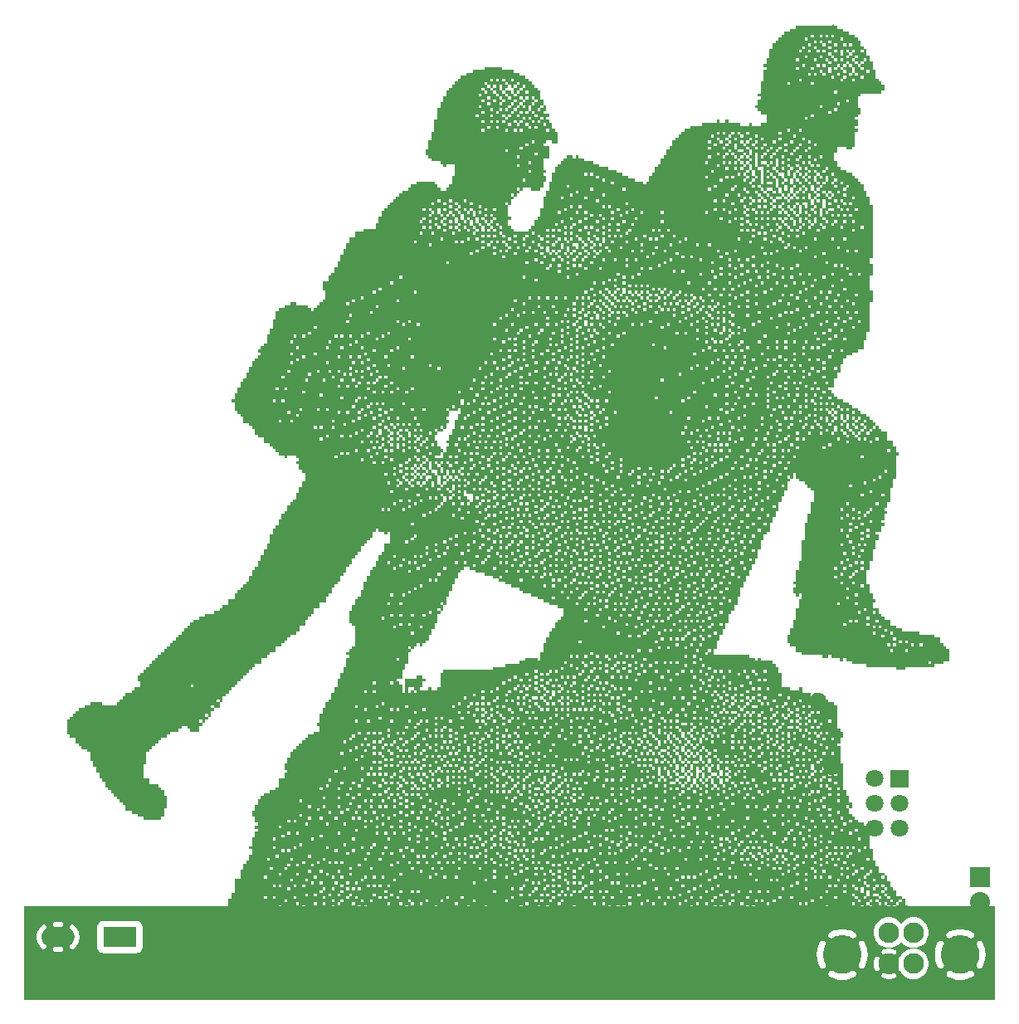
<source format=gtl>
G04 start of page 2 for group 3 layer_idx 0 *
G04 Title: (unknown), top_copper *
G04 Creator: pcb-rnd 3.1.4-dev *
G04 CreationDate: 2024-02-06 06:50:57 UTC *
G04 For: STEM4ukraine *
G04 Format: Gerber/RS-274X *
G04 PCB-Dimensions: 393701 393701 *
G04 PCB-Coordinate-Origin: lower left *
%MOIN*%
%FSLAX25Y25*%
%LNTOP_COPPER_NONE_3*%
%ADD22C,0.1220*%
%ADD21C,0.0394*%
%ADD20C,0.0362*%
%ADD19C,0.0906*%
%ADD18C,0.0315*%
%ADD17C,0.0787*%
%ADD16C,0.0709*%
%ADD15C,0.0827*%
%ADD14C,0.1535*%
%ADD13C,0.0640*%
%ADD12C,0.0800*%
%ADD11C,0.0001*%
G54D11*G36*
X328563Y393130D02*Y391909D01*
X311988D01*
Y393130D01*
X328563D01*
G37*
G36*
X330925Y391949D02*Y390728D01*
X309626D01*
Y391949D01*
X330925D01*
G37*
G36*
X317933Y389587D02*Y388366D01*
X306083D01*
Y389587D01*
X317933D01*
G37*
G36*
X321477D02*Y388366D01*
X319075D01*
Y389587D01*
X321477D01*
G37*
G36*
X323839D02*Y388366D01*
X322618D01*
Y389587D01*
X323839D01*
G37*
G36*
X326201D02*Y388366D01*
X324980D01*
Y389587D01*
X326201D01*
G37*
G36*
X327382Y393091D02*X326162D01*
X326772Y393701D01*
X327382D01*
Y393091D01*
G37*
G36*
X333288Y390768D02*Y389547D01*
X307264D01*
Y390768D01*
X333288D01*
G37*
G36*
X335650Y389587D02*Y388366D01*
X327343D01*
Y389587D01*
X335650D01*
G37*
G36*
X315571Y388406D02*Y387185D01*
X304902D01*
Y388406D01*
X315571D01*
G37*
G36*
X319114Y387224D02*Y386004D01*
X303721D01*
Y387224D01*
X319114D01*
G37*
G36*
X316752Y386043D02*Y384823D01*
X302539D01*
Y386043D01*
X316752D01*
G37*
G36*
X321477Y387224D02*Y386004D01*
X320256D01*
Y387224D01*
X321477D01*
G37*
G36*
X325020D02*Y386004D01*
X322618D01*
Y387224D01*
X325020D01*
G37*
G36*
X322658Y386043D02*Y384823D01*
X317894D01*
Y386043D01*
X322658D01*
G37*
G36*
X327382D02*Y384823D01*
X323799D01*
Y386043D01*
X327382D01*
G37*
G36*
X330925D02*Y384823D01*
X328524D01*
Y386043D01*
X330925D01*
G37*
G36*
X329744Y383681D02*Y382461D01*
X328524D01*
Y383681D01*
X329744D01*
G37*
G36*
X332106D02*Y382461D01*
X330886D01*
Y383681D01*
X332106D01*
G37*
G36*
X333288Y386043D02*Y384823D01*
X332067D01*
Y386043D01*
X333288D01*
G37*
G36*
X334469Y383681D02*Y382461D01*
X333248D01*
Y383681D01*
X334469D01*
G37*
G36*
X333288Y382500D02*Y381279D01*
X330886D01*
Y382500D01*
X333288D01*
G37*
G36*
X335650Y381319D02*Y380098D01*
X333248D01*
Y381319D01*
X335650D01*
G37*
G36*
X334469Y380138D02*Y378917D01*
X330886D01*
Y380138D01*
X334469D01*
G37*
G36*
X335650Y378957D02*Y377736D01*
X333248D01*
Y378957D01*
X335650D01*
G37*
G36*
X333288Y377776D02*Y376555D01*
X332067D01*
Y377776D01*
X333288D01*
G37*
G36*
X336831D02*Y376555D01*
X334429D01*
Y377776D01*
X336831D01*
G37*
G36*
X334469Y376594D02*Y375374D01*
X330886D01*
Y376594D01*
X334469D01*
G37*
G36*
X338012D02*Y375374D01*
X335610D01*
Y376594D01*
X338012D01*
G37*
G36*
X334469Y375413D02*Y374193D01*
X332067D01*
Y375413D01*
X334469D01*
G37*
G36*
X335650Y374232D02*Y373012D01*
X334429D01*
Y374232D01*
X335650D01*
G37*
G36*
X338012Y373051D02*Y371831D01*
X332067D01*
Y373051D01*
X338012D01*
G37*
G36*
X334469Y371870D02*Y370650D01*
X330886D01*
Y371870D01*
X334469D01*
G37*
G36*
X314390Y384862D02*Y383642D01*
X302539D01*
Y384862D01*
X314390D01*
G37*
G36*
X313209Y383681D02*Y382461D01*
X301358D01*
Y383681D01*
X313209D01*
G37*
G36*
X316752D02*Y382461D01*
X314351D01*
Y383681D01*
X316752D01*
G37*
G36*
X325020Y382500D02*Y381279D01*
X301358D01*
Y382500D01*
X325020D01*
G37*
G36*
X320295Y383681D02*Y382461D01*
X317894D01*
Y383681D01*
X320295D01*
G37*
G36*
X322658D02*Y382461D01*
X321437D01*
Y383681D01*
X322658D01*
G37*
G36*
X327382D02*Y382461D01*
X323799D01*
Y383681D01*
X327382D01*
G37*
G36*
X329744Y382500D02*Y381279D01*
X326162D01*
Y382500D01*
X329744D01*
G37*
G36*
X315571Y381319D02*Y380098D01*
X301358D01*
Y381319D01*
X315571D01*
G37*
G36*
X312028Y380138D02*Y378917D01*
X300177D01*
Y380138D01*
X312028D01*
G37*
G36*
X314390Y377776D02*Y376555D01*
X298996D01*
Y377776D01*
X314390D01*
G37*
G36*
X319114Y380138D02*Y378917D01*
X313169D01*
Y380138D01*
X319114D01*
G37*
G36*
X325020Y378957D02*Y377736D01*
X300177D01*
Y378957D01*
X325020D01*
G37*
G36*
X320295Y377776D02*Y376555D01*
X315532D01*
Y377776D01*
X320295D01*
G37*
G36*
X322658D02*Y376555D01*
X321437D01*
Y377776D01*
X322658D01*
G37*
G36*
X193917Y376594D02*Y375374D01*
X186791D01*
Y376594D01*
X193917D01*
G37*
G36*
X189193Y371870D02*Y370650D01*
X176161D01*
Y371870D01*
X189193D01*
G37*
G36*
X191555D02*Y370650D01*
X190335D01*
Y371870D01*
X191555D01*
G37*
G36*
X193917D02*Y370650D01*
X192697D01*
Y371870D01*
X193917D01*
G37*
G36*
X198642Y375413D02*Y374193D01*
X182067D01*
Y375413D01*
X198642D01*
G37*
G36*
X201004Y374232D02*Y373012D01*
X179705D01*
Y374232D01*
X201004D01*
G37*
G36*
X203366Y373051D02*Y371831D01*
X177343D01*
Y373051D01*
X203366D01*
G37*
G36*
X197461Y371870D02*Y370650D01*
X195059D01*
Y371870D01*
X197461D01*
G37*
G36*
X204547D02*Y370650D01*
X198602D01*
Y371870D01*
X204547D01*
G37*
G36*
X186831Y370689D02*Y369468D01*
X174980D01*
Y370689D01*
X186831D01*
G37*
G36*
X188012Y369508D02*Y368287D01*
X173799D01*
Y369508D01*
X188012D01*
G37*
G36*
X190374D02*Y368287D01*
X189154D01*
Y369508D01*
X190374D01*
G37*
G36*
X192736D02*Y368287D01*
X191516D01*
Y369508D01*
X192736D01*
G37*
G36*
X196280D02*Y368287D01*
X193878D01*
Y369508D01*
X196280D01*
G37*
G36*
X198642D02*Y368287D01*
X197421D01*
Y369508D01*
X198642D01*
G37*
G36*
X202185D02*Y368287D01*
X199784D01*
Y369508D01*
X202185D01*
G37*
G36*
X206910D02*Y368287D01*
X203327D01*
Y369508D01*
X206910D01*
G37*
G36*
X185650Y368327D02*Y367106D01*
X172618D01*
Y368327D01*
X185650D01*
G37*
G36*
X184469Y365965D02*Y364744D01*
X171437D01*
Y365965D01*
X184469D01*
G37*
G36*
X188012Y364783D02*Y363563D01*
X170256D01*
Y364783D01*
X188012D01*
G37*
G36*
X185650Y363602D02*Y362382D01*
X170256D01*
Y363602D01*
X185650D01*
G37*
G36*
X186831Y367146D02*Y365925D01*
X171437D01*
Y367146D01*
X186831D01*
G37*
G36*
X188012Y362421D02*Y361201D01*
X169075D01*
Y362421D01*
X188012D01*
G37*
G36*
X184469Y361240D02*Y360020D01*
X169075D01*
Y361240D01*
X184469D01*
G37*
G36*
X189193Y360059D02*Y358839D01*
X167894D01*
Y360059D01*
X189193D01*
G37*
G36*
X185650Y358878D02*Y357657D01*
X167894D01*
Y358878D01*
X185650D01*
G37*
G36*
X183287Y357697D02*Y356476D01*
X167894D01*
Y357697D01*
X183287D01*
G37*
G36*
X185650Y355335D02*Y354114D01*
X166713D01*
Y355335D01*
X185650D01*
G37*
G36*
X189193D02*Y354114D01*
X186791D01*
Y355335D01*
X189193D01*
G37*
G36*
X195098Y356516D02*Y355295D01*
X167894D01*
Y356516D01*
X195098D01*
G37*
G36*
X191555Y355335D02*Y354114D01*
X190335D01*
Y355335D01*
X191555D01*
G37*
G36*
X193917D02*Y354114D01*
X192697D01*
Y355335D01*
X193917D01*
G37*
G36*
X196280Y354153D02*Y352933D01*
X166713D01*
Y354153D01*
X196280D01*
G37*
G36*
X188012Y352972D02*Y351752D01*
X166713D01*
Y352972D01*
X188012D01*
G37*
G36*
X191555D02*Y351752D01*
X189154D01*
Y352972D01*
X191555D01*
G37*
G36*
X185650Y351791D02*Y350571D01*
X166713D01*
Y351791D01*
X185650D01*
G37*
G36*
X216358Y350610D02*Y349390D01*
X165532D01*
Y350610D01*
X216358D01*
G37*
G36*
X205728Y347067D02*Y345846D01*
X164350D01*
Y347067D01*
X205728D01*
G37*
G36*
X216358Y349429D02*Y348209D01*
X165532D01*
Y349429D01*
X216358D01*
G37*
G36*
Y348248D02*Y347027D01*
X165532D01*
Y348248D01*
X216358D01*
G37*
G36*
X211634Y347067D02*Y345846D01*
X206870D01*
Y347067D01*
X211634D01*
G37*
G36*
X216358D02*Y345846D01*
X213957D01*
Y347067D01*
X216358D01*
G37*
G36*
X203366Y345886D02*Y344665D01*
X164350D01*
Y345886D01*
X203366D01*
G37*
G36*
X210453D02*Y344665D01*
X204508D01*
Y345886D01*
X210453D01*
G37*
G36*
X201004Y344705D02*Y343484D01*
X164350D01*
Y344705D01*
X201004D01*
G37*
G36*
X195098Y343524D02*Y342303D01*
X163169D01*
Y343524D01*
X195098D01*
G37*
G36*
X206910Y342342D02*Y341122D01*
X163169D01*
Y342342D01*
X206910D01*
G37*
G36*
X199823Y341161D02*Y339941D01*
X164350D01*
Y341161D01*
X199823D01*
G37*
G36*
X210453Y339980D02*Y338760D01*
X165532D01*
Y339980D01*
X210453D01*
G37*
G36*
X204547Y338799D02*Y337579D01*
X169075D01*
Y338799D01*
X204547D01*
G37*
G36*
X210453D02*Y337579D01*
X205689D01*
Y338799D01*
X210453D01*
G37*
G36*
X171476Y337618D02*Y336398D01*
X170256D01*
Y337618D01*
X171476D01*
G37*
G36*
X166752Y330531D02*Y329311D01*
X159626D01*
Y330531D01*
X166752D01*
G37*
G36*
X167933Y329350D02*Y328130D01*
X157264D01*
Y329350D01*
X167933D01*
G37*
G36*
X169114Y328169D02*Y326949D01*
X156083D01*
Y328169D01*
X169114D01*
G37*
G36*
X199823Y337618D02*Y336398D01*
X174980D01*
Y337618D01*
X199823D01*
G37*
G36*
X210453D02*Y336398D01*
X200965D01*
Y337618D01*
X210453D01*
G37*
G36*
Y336437D02*Y335216D01*
X174980D01*
Y336437D01*
X210453D01*
G37*
G36*
X204547Y335256D02*Y334035D01*
X174980D01*
Y335256D01*
X204547D01*
G37*
G36*
X202185Y331713D02*Y330492D01*
X173799D01*
Y331713D01*
X202185D01*
G37*
G36*
X211634D02*Y330492D01*
X203327D01*
Y331713D01*
X211634D01*
G37*
G36*
Y335256D02*Y334035D01*
X205689D01*
Y335256D01*
X211634D01*
G37*
G36*
X210453Y334075D02*Y332854D01*
X174980D01*
Y334075D01*
X210453D01*
G37*
G36*
X211634Y332894D02*Y331673D01*
X173799D01*
Y332894D01*
X211634D01*
G37*
G36*
X210453Y330531D02*Y329311D01*
X173799D01*
Y330531D01*
X210453D01*
G37*
G36*
Y329350D02*Y328130D01*
X172618D01*
Y329350D01*
X210453D01*
G37*
G36*
X199823Y328169D02*Y326949D01*
X171437D01*
Y328169D01*
X199823D01*
G37*
G36*
X197461Y325807D02*Y324587D01*
X152539D01*
Y325807D01*
X197461D01*
G37*
G36*
X167933Y323445D02*Y322224D01*
X150177D01*
Y323445D01*
X167933D01*
G37*
G36*
X172658D02*Y322224D01*
X169075D01*
Y323445D01*
X172658D01*
G37*
G36*
X178563D02*Y322224D01*
X173799D01*
Y323445D01*
X178563D01*
G37*
G36*
X197461D02*Y322224D01*
X179705D01*
Y323445D01*
X197461D01*
G37*
G36*
X201004Y326988D02*Y325768D01*
X153721D01*
Y326988D01*
X201004D01*
G37*
G36*
X199823Y325807D02*Y324587D01*
X198602D01*
Y325807D01*
X199823D01*
G37*
G36*
X198642Y324626D02*Y323405D01*
X151358D01*
Y324626D01*
X198642D01*
G37*
G36*
X165571Y322264D02*Y321043D01*
X148996D01*
Y322264D01*
X165571D01*
G37*
G36*
X162028Y319901D02*Y318681D01*
X146634D01*
Y319901D01*
X162028D01*
G37*
G36*
X165571Y318720D02*Y317500D01*
X145453D01*
Y318720D01*
X165571D01*
G37*
G36*
X164390Y317539D02*Y316319D01*
X145453D01*
Y317539D01*
X164390D01*
G37*
G36*
Y319901D02*Y318681D01*
X163169D01*
Y319901D01*
X164390D01*
G37*
G36*
X167933Y318720D02*Y317500D01*
X166713D01*
Y318720D01*
X167933D01*
G37*
G36*
X169114Y317539D02*Y316319D01*
X165532D01*
Y317539D01*
X169114D01*
G37*
G36*
X162028Y316358D02*Y315138D01*
X144272D01*
Y316358D01*
X162028D01*
G37*
G36*
X166752D02*Y315138D01*
X163169D01*
Y316358D01*
X166752D01*
G37*
G36*
X170295D02*Y315138D01*
X167894D01*
Y316358D01*
X170295D01*
G37*
G36*
X160846Y315177D02*Y313957D01*
X144272D01*
Y315177D01*
X160846D01*
G37*
G36*
X164390D02*Y313957D01*
X161988D01*
Y315177D01*
X164390D01*
G37*
G36*
X166752Y313996D02*Y312776D01*
X143091D01*
Y313996D01*
X166752D01*
G37*
G36*
X162028Y312815D02*Y311594D01*
X143091D01*
Y312815D01*
X162028D01*
G37*
G36*
X164390D02*Y311594D01*
X163169D01*
Y312815D01*
X164390D01*
G37*
G36*
X169114Y315177D02*Y313957D01*
X165532D01*
Y315177D01*
X169114D01*
G37*
G36*
X170295Y313996D02*Y312776D01*
X167894D01*
Y313996D01*
X170295D01*
G37*
G36*
X167933Y312815D02*Y311594D01*
X165532D01*
Y312815D01*
X167933D01*
G37*
G36*
X170295Y311634D02*Y310413D01*
X138366D01*
Y311634D01*
X170295D01*
G37*
G36*
X160846Y310453D02*Y309232D01*
X134823D01*
Y310453D01*
X160846D01*
G37*
G36*
X169114Y308090D02*Y306870D01*
X132461D01*
Y308090D01*
X169114D01*
G37*
G36*
X158484Y306909D02*Y305689D01*
X132461D01*
Y306909D01*
X158484D01*
G37*
G36*
X175020D02*Y305689D01*
X159626D01*
Y306909D01*
X175020D01*
G37*
G36*
X185650Y309272D02*Y308051D01*
X134823D01*
Y309272D01*
X185650D01*
G37*
G36*
X179744Y308090D02*Y306870D01*
X170256D01*
Y308090D01*
X179744D01*
G37*
G36*
X183287D02*Y306870D01*
X180886D01*
Y308090D01*
X183287D01*
G37*
G36*
X177382Y306909D02*Y305689D01*
X176161D01*
Y306909D01*
X177382D01*
G37*
G36*
X185650D02*Y305689D01*
X178524D01*
Y306909D01*
X185650D01*
G37*
G36*
X164390Y305728D02*Y304508D01*
X131280D01*
Y305728D01*
X164390D01*
G37*
G36*
X183287Y303366D02*Y302146D01*
X130098D01*
Y303366D01*
X183287D01*
G37*
G36*
X180925Y302185D02*Y300964D01*
X130098D01*
Y302185D01*
X180925D01*
G37*
G36*
X185650Y304547D02*Y303327D01*
X131280D01*
Y304547D01*
X185650D01*
G37*
G36*
X190374Y302185D02*Y300964D01*
X182067D01*
Y302185D01*
X190374D01*
G37*
G36*
X193917Y301004D02*Y299783D01*
X128917D01*
Y301004D01*
X193917D01*
G37*
G36*
X206910Y299823D02*Y298602D01*
X128917D01*
Y299823D01*
X206910D01*
G37*
G36*
X171476Y298642D02*Y297421D01*
X127736D01*
Y298642D01*
X171476D01*
G37*
G36*
X203366D02*Y297421D01*
X172618D01*
Y298642D01*
X203366D01*
G37*
G36*
X209272D02*Y297421D01*
X204508D01*
Y298642D01*
X209272D01*
G37*
G36*
X212815Y297461D02*Y296240D01*
X127736D01*
Y297461D01*
X212815D01*
G37*
G36*
X211634Y296279D02*Y295059D01*
X126555D01*
Y296279D01*
X211634D01*
G37*
G36*
X152579Y292736D02*Y291516D01*
X124193D01*
Y292736D01*
X152579D01*
G37*
G36*
X216358Y295098D02*Y293878D01*
X126555D01*
Y295098D01*
X216358D01*
G37*
G36*
X223445Y293917D02*Y292697D01*
X125374D01*
Y293917D01*
X223445D01*
G37*
G36*
X202185Y292736D02*Y291516D01*
X153721D01*
Y292736D01*
X202185D01*
G37*
G36*
X219902D02*Y291516D01*
X203327D01*
Y292736D01*
X219902D01*
G37*
G36*
X206910Y291555D02*Y290335D01*
X124193D01*
Y291555D01*
X206910D01*
G37*
G36*
X149035Y290374D02*Y289154D01*
X121831D01*
Y290374D01*
X149035D01*
G37*
G36*
X144311Y288012D02*Y286791D01*
X121831D01*
Y288012D01*
X144311D01*
G37*
G36*
X141949Y286831D02*Y285610D01*
X123012D01*
Y286831D01*
X141949D01*
G37*
G36*
X133681Y283288D02*Y282067D01*
X121831D01*
Y283288D01*
X133681D01*
G37*
G36*
X151398D02*Y282067D01*
X134823D01*
Y283288D01*
X151398D01*
G37*
G36*
X158484Y286831D02*Y285610D01*
X143091D01*
Y286831D01*
X158484D01*
G37*
G36*
X137224Y284469D02*Y283248D01*
X123012D01*
Y284469D01*
X137224D01*
G37*
G36*
X111240Y282106D02*Y280886D01*
X108839D01*
Y282106D01*
X111240D01*
G37*
G36*
X131319D02*Y280886D01*
X120650D01*
Y282106D01*
X131319D01*
G37*
G36*
X115965Y280925D02*Y279705D01*
X106476D01*
Y280925D01*
X115965D01*
G37*
G36*
X117146Y279744D02*Y278524D01*
X104114D01*
Y279744D01*
X117146D01*
G37*
G36*
X140768Y278563D02*Y277343D01*
X102933D01*
Y278563D01*
X140768D01*
G37*
G36*
X132500Y277382D02*Y276162D01*
X102933D01*
Y277382D01*
X132500D01*
G37*
G36*
X131319Y275020D02*Y273799D01*
X101752D01*
Y275020D01*
X131319D01*
G37*
G36*
X151398D02*Y273799D01*
X132461D01*
Y275020D01*
X151398D01*
G37*
G36*
X156122D02*Y273799D01*
X152539D01*
Y275020D01*
X156122D01*
G37*
G36*
X153760Y273839D02*Y272618D01*
X101752D01*
Y273839D01*
X153760D01*
G37*
G36*
X159665D02*Y272618D01*
X154902D01*
Y273839D01*
X159665D01*
G37*
G36*
X118327Y272658D02*Y271437D01*
X101752D01*
Y272658D01*
X118327D01*
G37*
G36*
X115965Y270295D02*Y269075D01*
X100571D01*
Y270295D01*
X115965D01*
G37*
G36*
X110059Y269114D02*Y267894D01*
X99390D01*
Y269114D01*
X110059D01*
G37*
G36*
X113602D02*Y267894D01*
X111201D01*
Y269114D01*
X113602D01*
G37*
G36*
X139587Y270295D02*Y269075D01*
X117106D01*
Y270295D01*
X139587D01*
G37*
G36*
X126595Y269114D02*Y267894D01*
X114744D01*
Y269114D01*
X126595D01*
G37*
G36*
X128957D02*Y267894D01*
X127736D01*
Y269114D01*
X128957D01*
G37*
G36*
X132500D02*Y267894D01*
X130098D01*
Y269114D01*
X132500D01*
G37*
G36*
X147854Y270295D02*Y269075D01*
X140728D01*
Y270295D01*
X147854D01*
G37*
G36*
X137224Y269114D02*Y267894D01*
X133642D01*
Y269114D01*
X137224D01*
G37*
G36*
X145492D02*Y267894D01*
X138366D01*
Y269114D01*
X145492D01*
G37*
G36*
X143130Y267933D02*Y266713D01*
X99390D01*
Y267933D01*
X143130D01*
G37*
G36*
X156122D02*Y266713D01*
X144272D01*
Y267933D01*
X156122D01*
G37*
G36*
X108878Y266752D02*Y265532D01*
X99390D01*
Y266752D01*
X108878D01*
G37*
G36*
X111240Y264390D02*Y263169D01*
X97028D01*
Y264390D01*
X111240D01*
G37*
G36*
X123051D02*Y263169D01*
X112382D01*
Y264390D01*
X123051D01*
G37*
G36*
X128957D02*Y263169D01*
X124193D01*
Y264390D01*
X128957D01*
G37*
G36*
X137224D02*Y263169D01*
X130098D01*
Y264390D01*
X137224D01*
G37*
G36*
X151398D02*Y263169D01*
X138366D01*
Y264390D01*
X151398D01*
G37*
G36*
X141949Y263209D02*Y261988D01*
X95847D01*
Y263209D01*
X141949D01*
G37*
G36*
X149035D02*Y261988D01*
X143091D01*
Y263209D01*
X149035D01*
G37*
G36*
X108878Y262028D02*Y260807D01*
X97028D01*
Y262028D01*
X108878D01*
G37*
G36*
Y258484D02*Y257264D01*
X93484D01*
Y258484D01*
X108878D01*
G37*
G36*
X107697Y254941D02*Y253721D01*
X92303D01*
Y254941D01*
X107697D01*
G37*
G36*
X105335Y252579D02*Y251358D01*
X91122D01*
Y252579D01*
X105335D01*
G37*
G36*
X111240Y259665D02*Y258445D01*
X94665D01*
Y259665D01*
X111240D01*
G37*
G36*
X119508Y254941D02*Y253721D01*
X108839D01*
Y254941D01*
X119508D01*
G37*
G36*
X124232D02*Y253721D01*
X120650D01*
Y254941D01*
X124232D01*
G37*
G36*
X127776D02*Y253721D01*
X125374D01*
Y254941D01*
X127776D01*
G37*
G36*
X134862D02*Y253721D01*
X128917D01*
Y254941D01*
X134862D01*
G37*
G36*
X137224D02*Y253721D01*
X136004D01*
Y254941D01*
X137224D01*
G37*
G36*
X143130D02*Y253721D01*
X138366D01*
Y254941D01*
X143130D01*
G37*
G36*
X115965Y253760D02*Y252540D01*
X91122D01*
Y253760D01*
X115965D01*
G37*
G36*
X130138D02*Y252540D01*
X117106D01*
Y253760D01*
X130138D01*
G37*
G36*
X125413Y252579D02*Y251358D01*
X106476D01*
Y252579D01*
X125413D01*
G37*
G36*
X132500Y253760D02*Y252540D01*
X131280D01*
Y253760D01*
X132500D01*
G37*
G36*
X140768D02*Y252540D01*
X133642D01*
Y253760D01*
X140768D01*
G37*
G36*
X137224Y252579D02*Y251358D01*
X126555D01*
Y252579D01*
X137224D01*
G37*
G36*
X144311D02*Y251358D01*
X138366D01*
Y252579D01*
X144311D01*
G37*
G36*
X146673D02*Y251358D01*
X145453D01*
Y252579D01*
X146673D01*
G37*
G36*
X114784Y251398D02*Y250177D01*
X89941D01*
Y251398D01*
X114784D01*
G37*
G36*
X136043Y250217D02*Y248996D01*
X88760D01*
Y250217D01*
X136043D01*
G37*
G36*
X127776Y249036D02*Y247815D01*
X88760D01*
Y249036D01*
X127776D01*
G37*
G36*
X131319D02*Y247815D01*
X128917D01*
Y249036D01*
X131319D01*
G37*
G36*
X134862D02*Y247815D01*
X132461D01*
Y249036D01*
X134862D01*
G37*
G36*
X139587Y250217D02*Y248996D01*
X137185D01*
Y250217D01*
X139587D01*
G37*
G36*
X141949D02*Y248996D01*
X140728D01*
Y250217D01*
X141949D01*
G37*
G36*
X149035D02*Y248996D01*
X143091D01*
Y250217D01*
X149035D01*
G37*
G36*
X146673Y249036D02*Y247815D01*
X136004D01*
Y249036D01*
X146673D01*
G37*
G36*
X102972Y247854D02*Y246634D01*
X87579D01*
Y247854D01*
X102972D01*
G37*
G36*
X113602Y246673D02*Y245453D01*
X87579D01*
Y246673D01*
X113602D01*
G37*
G36*
X120689Y245492D02*Y244272D01*
X86398D01*
Y245492D01*
X120689D01*
G37*
G36*
X128957Y244311D02*Y243091D01*
X86398D01*
Y244311D01*
X128957D01*
G37*
G36*
X136043D02*Y243091D01*
X130098D01*
Y244311D01*
X136043D01*
G37*
G36*
X138406D02*Y243091D01*
X137185D01*
Y244311D01*
X138406D01*
G37*
G36*
X101791Y243130D02*Y241910D01*
X85217D01*
Y243130D01*
X101791D01*
G37*
G36*
X105335D02*Y241910D01*
X102933D01*
Y243130D01*
X105335D01*
G37*
G36*
X134862D02*Y241910D01*
X106476D01*
Y243130D01*
X134862D01*
G37*
G36*
X133681Y240768D02*Y239547D01*
X86398D01*
Y240768D01*
X133681D01*
G37*
G36*
X112421Y239587D02*Y238366D01*
X86398D01*
Y239587D01*
X112421D01*
G37*
G36*
X119508D02*Y238366D01*
X113563D01*
Y239587D01*
X119508D01*
G37*
G36*
X140768Y241949D02*Y240728D01*
X86398D01*
Y241949D01*
X140768D01*
G37*
G36*
X139587Y240768D02*Y239547D01*
X134823D01*
Y240768D01*
X139587D01*
G37*
G36*
X123051Y239587D02*Y238366D01*
X120650D01*
Y239587D01*
X123051D01*
G37*
G36*
X137224D02*Y238366D01*
X124193D01*
Y239587D01*
X137224D01*
G37*
G36*
X144311D02*Y238366D01*
X138366D01*
Y239587D01*
X144311D01*
G37*
G36*
Y237225D02*Y236004D01*
X139547D01*
Y237225D01*
X144311D01*
G37*
G36*
X141949Y236043D02*Y234823D01*
X137185D01*
Y236043D01*
X141949D01*
G37*
G36*
X147854D02*Y234823D01*
X143091D01*
Y236043D01*
X147854D01*
G37*
G36*
X151398D02*Y234823D01*
X148996D01*
Y236043D01*
X151398D01*
G37*
G36*
X158484D02*Y234823D01*
X152539D01*
Y236043D01*
X158484D01*
G37*
G36*
X107697Y238406D02*Y237185D01*
X87579D01*
Y238406D01*
X107697D01*
G37*
G36*
X111240Y237225D02*Y236004D01*
X88760D01*
Y237225D01*
X111240D01*
G37*
G36*
X104154Y234862D02*Y233642D01*
X89941D01*
Y234862D01*
X104154D01*
G37*
G36*
X108878D02*Y233642D01*
X105295D01*
Y234862D01*
X108878D01*
G37*
G36*
X125413D02*Y233642D01*
X110020D01*
Y234862D01*
X125413D01*
G37*
G36*
X130138Y233681D02*Y232461D01*
X92303D01*
Y233681D01*
X130138D01*
G37*
G36*
X118327Y232500D02*Y231280D01*
X93484D01*
Y232500D01*
X118327D01*
G37*
G36*
X127776Y238406D02*Y237185D01*
X108839D01*
Y238406D01*
X127776D01*
G37*
G36*
X136043Y236043D02*Y234823D01*
X89941D01*
Y236043D01*
X136043D01*
G37*
G36*
X120689Y232500D02*Y231280D01*
X119469D01*
Y232500D01*
X120689D01*
G37*
G36*
X125413D02*Y231280D01*
X121831D01*
Y232500D01*
X125413D01*
G37*
G36*
X137224Y231319D02*Y230099D01*
X94665D01*
Y231319D01*
X137224D01*
G37*
G36*
X134862Y230138D02*Y228917D01*
X94665D01*
Y230138D01*
X134862D01*
G37*
G36*
X123051Y228957D02*Y227736D01*
X95847D01*
Y228957D01*
X123051D01*
G37*
G36*
X120689Y227776D02*Y226555D01*
X98209D01*
Y227776D01*
X120689D01*
G37*
G36*
X137224Y226595D02*Y225374D01*
X98209D01*
Y226595D01*
X137224D01*
G37*
G36*
X140768D02*Y225374D01*
X138366D01*
Y226595D01*
X140768D01*
G37*
G36*
X143130D02*Y225374D01*
X141909D01*
Y226595D01*
X143130D01*
G37*
G36*
X145492Y225414D02*Y224193D01*
X100571D01*
Y225414D01*
X145492D01*
G37*
G36*
X141949Y224232D02*Y223012D01*
X101752D01*
Y224232D01*
X141949D01*
G37*
G36*
X144311D02*Y223012D01*
X143091D01*
Y224232D01*
X144311D01*
G37*
G36*
X134862Y223051D02*Y221831D01*
X102933D01*
Y223051D01*
X134862D01*
G37*
G36*
X139587D02*Y221831D01*
X136004D01*
Y223051D01*
X139587D01*
G37*
G36*
X146673D02*Y221831D01*
X140728D01*
Y223051D01*
X146673D01*
G37*
G36*
X128957Y221870D02*Y220650D01*
X104114D01*
Y221870D01*
X128957D01*
G37*
G36*
X131319D02*Y220650D01*
X130098D01*
Y221870D01*
X131319D01*
G37*
G36*
X126595Y220689D02*Y219469D01*
X111201D01*
Y220689D01*
X126595D01*
G37*
G36*
X137224Y219508D02*Y218288D01*
X112382D01*
Y219508D01*
X137224D01*
G37*
G36*
X143130Y221870D02*Y220650D01*
X132461D01*
Y221870D01*
X143130D01*
G37*
G36*
X140768Y220689D02*Y219469D01*
X127736D01*
Y220689D01*
X140768D01*
G37*
G36*
X146673D02*Y219469D01*
X141909D01*
Y220689D01*
X146673D01*
G37*
G36*
X149035Y219508D02*Y218288D01*
X138366D01*
Y219508D01*
X149035D01*
G37*
G36*
X141949Y218327D02*Y217106D01*
X111201D01*
Y218327D01*
X141949D01*
G37*
G36*
X145492D02*Y217106D01*
X143091D01*
Y218327D01*
X145492D01*
G37*
G36*
X152579Y217146D02*Y215925D01*
X112382D01*
Y217146D01*
X152579D01*
G37*
G36*
X150217Y215965D02*Y214744D01*
X112382D01*
Y215965D01*
X150217D01*
G37*
G36*
X146673Y213602D02*Y212382D01*
X114744D01*
Y213602D01*
X146673D01*
G37*
G36*
X152579Y214784D02*Y213563D01*
X113563D01*
Y214784D01*
X152579D01*
G37*
G36*
X150217Y213602D02*Y212382D01*
X147815D01*
Y213602D01*
X150217D01*
G37*
G36*
X153760Y212421D02*Y211201D01*
X114744D01*
Y212421D01*
X153760D01*
G37*
G36*
X151398Y211240D02*Y210020D01*
X114744D01*
Y211240D01*
X151398D01*
G37*
G36*
X154941D02*Y210020D01*
X152539D01*
Y211240D01*
X154941D01*
G37*
G36*
X147854Y210059D02*Y208839D01*
X113563D01*
Y210059D01*
X147854D01*
G37*
G36*
X154941Y207697D02*Y206476D01*
X112382D01*
Y207697D01*
X154941D01*
G37*
G36*
X149035Y206516D02*Y205295D01*
X112382D01*
Y206516D01*
X149035D01*
G37*
G36*
X159665Y205335D02*Y204114D01*
X111201D01*
Y205335D01*
X159665D01*
G37*
G36*
X151398Y208878D02*Y207658D01*
X113563D01*
Y208878D01*
X151398D01*
G37*
G36*
X164390Y204154D02*Y202933D01*
X111201D01*
Y204154D01*
X164390D01*
G37*
G36*
X152579Y202973D02*Y201752D01*
X110020D01*
Y202973D01*
X152579D01*
G37*
G36*
X156122D02*Y201752D01*
X153721D01*
Y202973D01*
X156122D01*
G37*
G36*
X160846D02*Y201752D01*
X157264D01*
Y202973D01*
X160846D01*
G37*
G36*
X150217Y201791D02*Y200571D01*
X108839D01*
Y201791D01*
X150217D01*
G37*
G36*
X158484D02*Y200571D01*
X151358D01*
Y201791D01*
X158484D01*
G37*
G36*
X156122Y200610D02*Y199390D01*
X107658D01*
Y200610D01*
X156122D01*
G37*
G36*
X145492Y199429D02*Y198209D01*
X107658D01*
Y199429D01*
X145492D01*
G37*
G36*
X147854D02*Y198209D01*
X146634D01*
Y199429D01*
X147854D01*
G37*
G36*
X153760D02*Y198209D01*
X148996D01*
Y199429D01*
X153760D01*
G37*
G36*
X164390Y198248D02*Y197028D01*
X106476D01*
Y198248D01*
X164390D01*
G37*
G36*
X162028Y197067D02*Y195847D01*
X105295D01*
Y197067D01*
X162028D01*
G37*
G36*
X177382Y195886D02*Y194665D01*
X105295D01*
Y195886D01*
X177382D01*
G37*
G36*
X152579Y210059D02*Y208839D01*
X148996D01*
Y210059D01*
X152579D01*
G37*
G36*
X156122D02*Y208839D01*
X153721D01*
Y210059D01*
X156122D01*
G37*
G36*
X157303Y208878D02*Y207658D01*
X152539D01*
Y208878D01*
X157303D01*
G37*
G36*
X128957Y228957D02*Y227736D01*
X124193D01*
Y228957D01*
X128957D01*
G37*
G36*
X132500D02*Y227736D01*
X130098D01*
Y228957D01*
X132500D01*
G37*
G36*
X139587D02*Y227736D01*
X133642D01*
Y228957D01*
X139587D01*
G37*
G36*
X145492Y227776D02*Y226555D01*
X121831D01*
Y227776D01*
X145492D01*
G37*
G36*
X138406Y237225D02*Y236004D01*
X112382D01*
Y237225D01*
X138406D01*
G37*
G36*
X133681Y234862D02*Y233642D01*
X126555D01*
Y234862D01*
X133681D01*
G37*
G36*
X145492D02*Y233642D01*
X134823D01*
Y234862D01*
X145492D01*
G37*
G36*
X144311Y233681D02*Y232461D01*
X131280D01*
Y233681D01*
X144311D01*
G37*
G36*
X141949Y232500D02*Y231280D01*
X126555D01*
Y232500D01*
X141949D01*
G37*
G36*
X140768Y230138D02*Y228917D01*
X136004D01*
Y230138D01*
X140768D01*
G37*
G36*
X144311D02*Y228917D01*
X141909D01*
Y230138D01*
X144311D01*
G37*
G36*
X146673Y232500D02*Y231280D01*
X143091D01*
Y232500D01*
X146673D01*
G37*
G36*
X144311Y231319D02*Y230099D01*
X138366D01*
Y231319D01*
X144311D01*
G37*
G36*
X147854D02*Y230099D01*
X145453D01*
Y231319D01*
X147854D01*
G37*
G36*
X149035Y230138D02*Y228917D01*
X145453D01*
Y230138D01*
X149035D01*
G37*
G36*
X151398D02*Y228917D01*
X150177D01*
Y230138D01*
X151398D01*
G37*
G36*
X156122D02*Y228917D01*
X152539D01*
Y230138D01*
X156122D01*
G37*
G36*
Y228957D02*Y227736D01*
X153721D01*
Y228957D01*
X156122D01*
G37*
G36*
X158484D02*Y227736D01*
X157264D01*
Y228957D01*
X158484D01*
G37*
G36*
X160846D02*Y227736D01*
X159626D01*
Y228957D01*
X160846D01*
G37*
G36*
X143130D02*Y227736D01*
X140728D01*
Y228957D01*
X143130D01*
G37*
G36*
X147854D02*Y227736D01*
X144272D01*
Y228957D01*
X147854D01*
G37*
G36*
X152579D02*Y227736D01*
X148996D01*
Y228957D01*
X152579D01*
G37*
G36*
X149035Y233681D02*Y232461D01*
X145453D01*
Y233681D01*
X149035D01*
G37*
G36*
X150217Y232500D02*Y231280D01*
X147815D01*
Y232500D01*
X150217D01*
G37*
G36*
X149035Y227776D02*Y226555D01*
X146634D01*
Y227776D01*
X149035D01*
G37*
G36*
X147854Y226595D02*Y225374D01*
X144272D01*
Y226595D01*
X147854D01*
G37*
G36*
X151398Y227776D02*Y226555D01*
X150177D01*
Y227776D01*
X151398D01*
G37*
G36*
X153760D02*Y226555D01*
X152539D01*
Y227776D01*
X153760D01*
G37*
G36*
X156122Y226595D02*Y225374D01*
X148996D01*
Y226595D01*
X156122D01*
G37*
G36*
X158484D02*Y225374D01*
X157264D01*
Y226595D01*
X158484D01*
G37*
G36*
X157303Y211240D02*Y210020D01*
X156083D01*
Y211240D01*
X157303D01*
G37*
G36*
X159665Y210059D02*Y208839D01*
X157264D01*
Y210059D01*
X159665D01*
G37*
G36*
X160846Y208878D02*Y207658D01*
X158445D01*
Y208878D01*
X160846D01*
G37*
G36*
X149035Y225414D02*Y224193D01*
X146634D01*
Y225414D01*
X149035D01*
G37*
G36*
X151398Y224232D02*Y223012D01*
X145453D01*
Y224232D01*
X151398D01*
G37*
G36*
X149035Y223051D02*Y221831D01*
X147815D01*
Y223051D01*
X149035D01*
G37*
G36*
X153760D02*Y221831D01*
X150177D01*
Y223051D01*
X153760D01*
G37*
G36*
X164390Y221870D02*Y220650D01*
X144272D01*
Y221870D01*
X164390D01*
G37*
G36*
X158484Y220689D02*Y219469D01*
X147815D01*
Y220689D01*
X158484D01*
G37*
G36*
X162028D02*Y219469D01*
X159626D01*
Y220689D01*
X162028D01*
G37*
G36*
X156122Y219508D02*Y218288D01*
X150177D01*
Y219508D01*
X156122D01*
G37*
G36*
X158484Y217146D02*Y215925D01*
X153721D01*
Y217146D01*
X158484D01*
G37*
G36*
X154941Y215965D02*Y214744D01*
X151358D01*
Y215965D01*
X154941D01*
G37*
G36*
X157303D02*Y214744D01*
X156083D01*
Y215965D01*
X157303D01*
G37*
G36*
X159665Y219508D02*Y218288D01*
X157264D01*
Y219508D01*
X159665D01*
G37*
G36*
X160846Y217146D02*Y215925D01*
X159626D01*
Y217146D01*
X160846D01*
G37*
G36*
X159665Y215965D02*Y214744D01*
X158445D01*
Y215965D01*
X159665D01*
G37*
G36*
X162028D02*Y214744D01*
X160807D01*
Y215965D01*
X162028D01*
G37*
G36*
X164390D02*Y214744D01*
X163169D01*
Y215965D01*
X164390D01*
G37*
G36*
X158484Y214784D02*Y213563D01*
X153721D01*
Y214784D01*
X158484D01*
G37*
G36*
X154941Y213602D02*Y212382D01*
X151358D01*
Y213602D01*
X154941D01*
G37*
G36*
X157303D02*Y212382D01*
X156083D01*
Y213602D01*
X157303D01*
G37*
G36*
X159665D02*Y212382D01*
X158445D01*
Y213602D01*
X159665D01*
G37*
G36*
X158484Y212421D02*Y211201D01*
X154902D01*
Y212421D01*
X158484D01*
G37*
G36*
X160846D02*Y211201D01*
X159626D01*
Y212421D01*
X160846D01*
G37*
G36*
X163209Y214784D02*Y213563D01*
X159626D01*
Y214784D01*
X163209D01*
G37*
G36*
X162028Y213602D02*Y212382D01*
X160807D01*
Y213602D01*
X162028D01*
G37*
G36*
X163209Y212421D02*Y211201D01*
X161988D01*
Y212421D01*
X163209D01*
G37*
G36*
Y211240D02*Y210020D01*
X158445D01*
Y211240D01*
X163209D01*
G37*
G36*
X162028Y210059D02*Y208839D01*
X160807D01*
Y210059D01*
X162028D01*
G37*
G36*
X163209Y207697D02*Y206476D01*
X156083D01*
Y207697D01*
X163209D01*
G37*
G36*
X172658Y206516D02*Y205295D01*
X150177D01*
Y206516D01*
X172658D01*
G37*
G36*
X165571Y214784D02*Y213563D01*
X164350D01*
Y214784D01*
X165571D01*
G37*
G36*
X166752Y213602D02*Y212382D01*
X163169D01*
Y213602D01*
X166752D01*
G37*
G36*
X167933Y211240D02*Y210020D01*
X164350D01*
Y211240D01*
X167933D01*
G37*
G36*
Y212421D02*Y211201D01*
X165532D01*
Y212421D01*
X167933D01*
G37*
G36*
X165571Y210059D02*Y208839D01*
X163169D01*
Y210059D01*
X165571D01*
G37*
G36*
X167933D02*Y208839D01*
X166713D01*
Y210059D01*
X167933D01*
G37*
G36*
X165571Y208878D02*Y207658D01*
X161988D01*
Y208878D01*
X165571D01*
G37*
G36*
X169114D02*Y207658D01*
X166713D01*
Y208878D01*
X169114D01*
G37*
G36*
X167933Y207697D02*Y206476D01*
X164350D01*
Y207697D01*
X167933D01*
G37*
G36*
X163209Y219508D02*Y218288D01*
X160807D01*
Y219508D01*
X163209D01*
G37*
G36*
X164390Y217146D02*Y215925D01*
X161988D01*
Y217146D01*
X164390D01*
G37*
G36*
X167933D02*Y215925D01*
X165532D01*
Y217146D01*
X167933D01*
G37*
G36*
X172658D02*Y215925D01*
X169075D01*
Y217146D01*
X172658D01*
G37*
G36*
X169114Y215965D02*Y214744D01*
X165532D01*
Y215965D01*
X169114D01*
G37*
G36*
Y214784D02*Y213563D01*
X167894D01*
Y214784D01*
X169114D01*
G37*
G36*
X171476D02*Y213563D01*
X170256D01*
Y214784D01*
X171476D01*
G37*
G36*
X173839D02*Y213563D01*
X172618D01*
Y214784D01*
X173839D01*
G37*
G36*
X176201D02*Y213563D01*
X174980D01*
Y214784D01*
X176201D01*
G37*
G36*
Y211240D02*Y210020D01*
X174980D01*
Y211240D01*
X176201D01*
G37*
G36*
Y208878D02*Y207658D01*
X174980D01*
Y208878D01*
X176201D01*
G37*
G36*
Y206516D02*Y205295D01*
X173799D01*
Y206516D01*
X176201D01*
G37*
G36*
Y204154D02*Y202933D01*
X173799D01*
Y204154D01*
X176201D01*
G37*
G36*
X171476Y213602D02*Y212382D01*
X167894D01*
Y213602D01*
X171476D01*
G37*
G36*
X170295Y212421D02*Y211201D01*
X169075D01*
Y212421D01*
X170295D01*
G37*
G36*
X171476Y211240D02*Y210020D01*
X169075D01*
Y211240D01*
X171476D01*
G37*
G36*
X172658Y212421D02*Y211201D01*
X171437D01*
Y212421D01*
X172658D01*
G37*
G36*
X173839Y211240D02*Y210020D01*
X172618D01*
Y211240D01*
X173839D01*
G37*
G36*
X170295Y210059D02*Y208839D01*
X169075D01*
Y210059D01*
X170295D01*
G37*
G36*
X173839Y208878D02*Y207658D01*
X170256D01*
Y208878D01*
X173839D01*
G37*
G36*
X171476Y207697D02*Y206476D01*
X169075D01*
Y207697D01*
X171476D01*
G37*
G36*
X173839D02*Y206476D01*
X172618D01*
Y207697D01*
X173839D01*
G37*
G36*
X169114Y205335D02*Y204114D01*
X160807D01*
Y205335D01*
X169114D01*
G37*
G36*
X166752Y204154D02*Y202933D01*
X165532D01*
Y204154D01*
X166752D01*
G37*
G36*
X167933Y200610D02*Y199390D01*
X157264D01*
Y200610D01*
X167933D01*
G37*
G36*
X166752Y199429D02*Y198209D01*
X154902D01*
Y199429D01*
X166752D01*
G37*
G36*
X170295Y204154D02*Y202933D01*
X167894D01*
Y204154D01*
X170295D01*
G37*
G36*
Y202973D02*Y201752D01*
X161988D01*
Y202973D01*
X170295D01*
G37*
G36*
X169114Y201791D02*Y200571D01*
X159626D01*
Y201791D01*
X169114D01*
G37*
G36*
X176201Y199429D02*Y198209D01*
X167894D01*
Y199429D01*
X176201D01*
G37*
G36*
X179744Y198248D02*Y197028D01*
X165532D01*
Y198248D01*
X179744D01*
G37*
G36*
X173839Y197067D02*Y195847D01*
X163169D01*
Y197067D01*
X173839D01*
G37*
G36*
Y205335D02*Y204114D01*
X170256D01*
Y205335D01*
X173839D01*
G37*
G36*
X172658Y204154D02*Y202933D01*
X171437D01*
Y204154D01*
X172658D01*
G37*
G36*
X173839Y201791D02*Y200571D01*
X170256D01*
Y201791D01*
X173839D01*
G37*
G36*
X177382Y213602D02*Y212382D01*
X172618D01*
Y213602D01*
X177382D01*
G37*
G36*
X175020Y212421D02*Y211201D01*
X173799D01*
Y212421D01*
X175020D01*
G37*
G36*
X178563Y211240D02*Y210020D01*
X177343D01*
Y211240D01*
X178563D01*
G37*
G36*
X179744Y210059D02*Y208839D01*
X171437D01*
Y210059D01*
X179744D01*
G37*
G36*
X178563Y208878D02*Y207658D01*
X177343D01*
Y208878D01*
X178563D01*
G37*
G36*
Y206516D02*Y205295D01*
X177343D01*
Y206516D01*
X178563D01*
G37*
G36*
Y205335D02*Y204114D01*
X174980D01*
Y205335D01*
X178563D01*
G37*
G36*
X179744Y204154D02*Y202933D01*
X177343D01*
Y204154D01*
X179744D01*
G37*
G36*
X180925Y202973D02*Y201752D01*
X171437D01*
Y202973D01*
X180925D01*
G37*
G36*
X177382Y201791D02*Y200571D01*
X174980D01*
Y201791D01*
X177382D01*
G37*
G36*
X179744D02*Y200571D01*
X178524D01*
Y201791D01*
X179744D01*
G37*
G36*
X154941Y218327D02*Y217106D01*
X146634D01*
Y218327D01*
X154941D01*
G37*
G36*
X162028D02*Y217106D01*
X156083D01*
Y218327D01*
X162028D01*
G37*
G36*
X164390D02*Y217106D01*
X163169D01*
Y218327D01*
X164390D01*
G37*
G36*
X166752D02*Y217106D01*
X165532D01*
Y218327D01*
X166752D01*
G37*
G36*
X169114D02*Y217106D01*
X167894D01*
Y218327D01*
X169114D01*
G37*
G36*
X171476D02*Y217106D01*
X170256D01*
Y218327D01*
X171476D01*
G37*
G36*
X175020D02*Y217106D01*
X172618D01*
Y218327D01*
X175020D01*
G37*
G36*
X151398Y225414D02*Y224193D01*
X150177D01*
Y225414D01*
X151398D01*
G37*
G36*
X153760D02*Y224193D01*
X152539D01*
Y225414D01*
X153760D01*
G37*
G36*
X160846D02*Y224193D01*
X154902D01*
Y225414D01*
X160846D01*
G37*
G36*
X156122Y224232D02*Y223012D01*
X152539D01*
Y224232D01*
X156122D01*
G37*
G36*
X158484D02*Y223012D01*
X157264D01*
Y224232D01*
X158484D01*
G37*
G36*
X159665Y223051D02*Y221831D01*
X154902D01*
Y223051D01*
X159665D01*
G37*
G36*
X151398Y233681D02*Y232461D01*
X150177D01*
Y233681D01*
X151398D01*
G37*
G36*
X152579Y231319D02*Y230099D01*
X148996D01*
Y231319D01*
X152579D01*
G37*
G36*
X154941D02*Y230099D01*
X153721D01*
Y231319D01*
X154941D01*
G37*
G36*
X158484D02*Y230099D01*
X156083D01*
Y231319D01*
X158484D01*
G37*
G36*
X160846D02*Y230099D01*
X159626D01*
Y231319D01*
X160846D01*
G37*
G36*
X166752D02*Y230099D01*
X161988D01*
Y231319D01*
X166752D01*
G37*
G36*
X170295D02*Y230099D01*
X167894D01*
Y231319D01*
X170295D01*
G37*
G36*
X164390Y230138D02*Y228917D01*
X157264D01*
Y230138D01*
X164390D01*
G37*
G36*
X167933D02*Y228917D01*
X165532D01*
Y230138D01*
X167933D01*
G37*
G36*
X166752Y228957D02*Y227736D01*
X161988D01*
Y228957D01*
X166752D01*
G37*
G36*
X159665Y227776D02*Y226555D01*
X154902D01*
Y227776D01*
X159665D01*
G37*
G36*
X163209D02*Y226555D01*
X160807D01*
Y227776D01*
X163209D01*
G37*
G36*
X162028Y226595D02*Y225374D01*
X159626D01*
Y226595D01*
X162028D01*
G37*
G36*
X166752Y227776D02*Y226555D01*
X164350D01*
Y227776D01*
X166752D01*
G37*
G36*
X167933Y226595D02*Y225374D01*
X163169D01*
Y226595D01*
X167933D01*
G37*
G36*
X165571Y225414D02*Y224193D01*
X161988D01*
Y225414D01*
X165571D01*
G37*
G36*
X167933D02*Y224193D01*
X166713D01*
Y225414D01*
X167933D01*
G37*
G36*
X163209Y224232D02*Y223012D01*
X159626D01*
Y224232D01*
X163209D01*
G37*
G36*
X169114D02*Y223012D01*
X164350D01*
Y224232D01*
X169114D01*
G37*
G36*
X170295Y223051D02*Y221831D01*
X160807D01*
Y223051D01*
X170295D01*
G37*
G36*
X169114Y221870D02*Y220650D01*
X165532D01*
Y221870D01*
X169114D01*
G37*
G36*
X166752Y220689D02*Y219469D01*
X163169D01*
Y220689D01*
X166752D01*
G37*
G36*
X172658D02*Y219469D01*
X170256D01*
Y220689D01*
X172658D01*
G37*
G36*
X175020D02*Y219469D01*
X173799D01*
Y220689D01*
X175020D01*
G37*
G36*
X153760Y233681D02*Y232461D01*
X152539D01*
Y233681D01*
X153760D01*
G37*
G36*
X156122D02*Y232461D01*
X154902D01*
Y233681D01*
X156122D01*
G37*
G36*
X159665D02*Y232461D01*
X157264D01*
Y233681D01*
X159665D01*
G37*
G36*
X169114Y232500D02*Y231280D01*
X151358D01*
Y232500D01*
X169114D01*
G37*
G36*
X171476D02*Y231280D01*
X170256D01*
Y232500D01*
X171476D01*
G37*
G36*
X131319Y238406D02*Y237185D01*
X128917D01*
Y238406D01*
X131319D01*
G37*
G36*
X136043D02*Y237185D01*
X132461D01*
Y238406D01*
X136043D01*
G37*
G36*
X140768D02*Y237185D01*
X137185D01*
Y238406D01*
X140768D01*
G37*
G36*
X146673D02*Y237185D01*
X141909D01*
Y238406D01*
X146673D01*
G37*
G36*
X143130Y241949D02*Y240728D01*
X141909D01*
Y241949D01*
X143130D01*
G37*
G36*
X145492D02*Y240728D01*
X144272D01*
Y241949D01*
X145492D01*
G37*
G36*
X149035Y239587D02*Y238366D01*
X145453D01*
Y239587D01*
X149035D01*
G37*
G36*
X153760Y241949D02*Y240728D01*
X146634D01*
Y241949D01*
X153760D01*
G37*
G36*
X157303Y239587D02*Y238366D01*
X150177D01*
Y239587D01*
X157303D01*
G37*
G36*
X162028D02*Y238366D01*
X158445D01*
Y239587D01*
X162028D01*
G37*
G36*
X106516Y247854D02*Y246634D01*
X104114D01*
Y247854D01*
X106516D01*
G37*
G36*
X107697Y220689D02*Y219469D01*
X106476D01*
Y220689D01*
X107697D01*
G37*
G36*
X139587Y247854D02*Y246634D01*
X107658D01*
Y247854D01*
X139587D01*
G37*
G36*
X141949Y246673D02*Y245453D01*
X114744D01*
Y246673D01*
X141949D01*
G37*
G36*
X145492D02*Y245453D01*
X143091D01*
Y246673D01*
X145492D01*
G37*
G36*
X151398Y247854D02*Y246634D01*
X140728D01*
Y247854D01*
X151398D01*
G37*
G36*
X157303D02*Y246634D01*
X152539D01*
Y247854D01*
X157303D01*
G37*
G36*
X149035Y246673D02*Y245453D01*
X146634D01*
Y246673D01*
X149035D01*
G37*
G36*
X154941D02*Y245453D01*
X150177D01*
Y246673D01*
X154941D01*
G37*
G36*
X121870Y251398D02*Y250177D01*
X115925D01*
Y251398D01*
X121870D01*
G37*
G36*
X128957D02*Y250177D01*
X123012D01*
Y251398D01*
X128957D01*
G37*
G36*
X133681D02*Y250177D01*
X130098D01*
Y251398D01*
X133681D01*
G37*
G36*
X143130D02*Y250177D01*
X134823D01*
Y251398D01*
X143130D01*
G37*
G36*
X118327Y262028D02*Y260807D01*
X110020D01*
Y262028D01*
X118327D01*
G37*
G36*
X123051Y258484D02*Y257264D01*
X110020D01*
Y258484D01*
X123051D01*
G37*
G36*
X133681D02*Y257264D01*
X124193D01*
Y258484D01*
X133681D01*
G37*
G36*
X137224D02*Y257264D01*
X134823D01*
Y258484D01*
X137224D01*
G37*
G36*
X138406Y262028D02*Y260807D01*
X119469D01*
Y262028D01*
X138406D01*
G37*
G36*
X113602Y260847D02*Y259626D01*
X95847D01*
Y260847D01*
X113602D01*
G37*
G36*
X127776D02*Y259626D01*
X114744D01*
Y260847D01*
X127776D01*
G37*
G36*
X132500D02*Y259626D01*
X128917D01*
Y260847D01*
X132500D01*
G37*
G36*
X139587Y259665D02*Y258445D01*
X112382D01*
Y259665D01*
X139587D01*
G37*
G36*
X136043Y260847D02*Y259626D01*
X133642D01*
Y260847D01*
X136043D01*
G37*
G36*
X146673D02*Y259626D01*
X137185D01*
Y260847D01*
X146673D01*
G37*
G36*
X157303D02*Y259626D01*
X147815D01*
Y260847D01*
X157303D01*
G37*
G36*
X141949Y257303D02*Y256083D01*
X93484D01*
Y257303D01*
X141949D01*
G37*
G36*
X147854D02*Y256083D01*
X143091D01*
Y257303D01*
X147854D01*
G37*
G36*
X164390D02*Y256083D01*
X148996D01*
Y257303D01*
X164390D01*
G37*
G36*
X132500Y256122D02*Y254902D01*
X92303D01*
Y256122D01*
X132500D01*
G37*
G36*
X139587D02*Y254902D01*
X133642D01*
Y256122D01*
X139587D01*
G37*
G36*
X153760D02*Y254902D01*
X140728D01*
Y256122D01*
X153760D01*
G37*
G36*
X167933D02*Y254902D01*
X154902D01*
Y256122D01*
X167933D01*
G37*
G36*
X124232Y266752D02*Y265532D01*
X110020D01*
Y266752D01*
X124232D01*
G37*
G36*
X134862D02*Y265532D01*
X125374D01*
Y266752D01*
X134862D01*
G37*
G36*
X132500Y265571D02*Y264351D01*
X98209D01*
Y265571D01*
X132500D01*
G37*
G36*
X143130Y280925D02*Y279705D01*
X119469D01*
Y280925D01*
X143130D01*
G37*
G36*
X238799Y289193D02*Y287973D01*
X121831D01*
Y289193D01*
X238799D01*
G37*
G36*
X229350Y288012D02*Y286791D01*
X145453D01*
Y288012D01*
X229350D01*
G37*
G36*
X226988Y286831D02*Y285610D01*
X159626D01*
Y286831D01*
X226988D01*
G37*
G36*
X232894D02*Y285610D01*
X228130D01*
Y286831D01*
X232894D01*
G37*
G36*
X236437D02*Y285610D01*
X234036D01*
Y286831D01*
X236437D01*
G37*
G36*
X238799D02*Y285610D01*
X237579D01*
Y286831D01*
X238799D01*
G37*
G36*
X230532Y290374D02*Y289154D01*
X150177D01*
Y290374D01*
X230532D01*
G37*
G36*
X235256Y288012D02*Y286791D01*
X230492D01*
Y288012D01*
X235256D01*
G37*
G36*
X239980D02*Y286791D01*
X236398D01*
Y288012D01*
X239980D01*
G37*
G36*
X204547Y284469D02*Y283248D01*
X138366D01*
Y284469D01*
X204547D01*
G37*
G36*
X208091D02*Y283248D01*
X205689D01*
Y284469D01*
X208091D01*
G37*
G36*
X211634D02*Y283248D01*
X209232D01*
Y284469D01*
X211634D01*
G37*
G36*
X215177D02*Y283248D01*
X212776D01*
Y284469D01*
X215177D01*
G37*
G36*
X230532Y285650D02*Y284429D01*
X123012D01*
Y285650D01*
X230532D01*
G37*
G36*
X218721Y284469D02*Y283248D01*
X216319D01*
Y284469D01*
X218721D01*
G37*
G36*
X223445D02*Y283248D01*
X219862D01*
Y284469D01*
X223445D01*
G37*
G36*
X225807D02*Y283248D01*
X224587D01*
Y284469D01*
X225807D01*
G37*
G36*
X228169D02*Y283248D01*
X226949D01*
Y284469D01*
X228169D01*
G37*
G36*
X235256D02*Y283248D01*
X229311D01*
Y284469D01*
X235256D01*
G37*
G36*
X198642Y283288D02*Y282067D01*
X152539D01*
Y283288D01*
X198642D01*
G37*
G36*
X202185Y282106D02*Y280886D01*
X132461D01*
Y282106D01*
X202185D01*
G37*
G36*
X197461Y279744D02*Y278524D01*
X118287D01*
Y279744D01*
X197461D01*
G37*
G36*
X208091Y280925D02*Y279705D01*
X144272D01*
Y280925D01*
X208091D01*
G37*
G36*
X213996D02*Y279705D01*
X209232D01*
Y280925D01*
X213996D01*
G37*
G36*
X219902Y279744D02*Y278524D01*
X198602D01*
Y279744D01*
X219902D01*
G37*
G36*
X222264D02*Y278524D01*
X221043D01*
Y279744D01*
X222264D01*
G37*
G36*
X225807D02*Y278524D01*
X223406D01*
Y279744D01*
X225807D01*
G37*
G36*
X202185Y278563D02*Y277343D01*
X141909D01*
Y278563D01*
X202185D01*
G37*
G36*
X195098Y277382D02*Y276162D01*
X133642D01*
Y277382D01*
X195098D01*
G37*
G36*
X192736Y276201D02*Y274980D01*
X102933D01*
Y276201D01*
X192736D01*
G37*
G36*
X199823Y277382D02*Y276162D01*
X196240D01*
Y277382D01*
X199823D01*
G37*
G36*
X211634Y276201D02*Y274980D01*
X193878D01*
Y276201D01*
X211634D01*
G37*
G36*
X217539Y275020D02*Y273799D01*
X157264D01*
Y275020D01*
X217539D01*
G37*
G36*
X219902D02*Y273799D01*
X218681D01*
Y275020D01*
X219902D01*
G37*
G36*
X223445D02*Y273799D01*
X221043D01*
Y275020D01*
X223445D01*
G37*
G36*
Y271477D02*Y270256D01*
X218681D01*
Y271477D01*
X223445D01*
G37*
G36*
Y269114D02*Y267894D01*
X218681D01*
Y269114D01*
X223445D01*
G37*
G36*
X225807Y270295D02*Y269075D01*
X221043D01*
Y270295D01*
X225807D01*
G37*
G36*
X226988Y267933D02*Y266713D01*
X222224D01*
Y267933D01*
X226988D01*
G37*
G36*
X223445Y266752D02*Y265532D01*
X218681D01*
Y266752D01*
X223445D01*
G37*
G36*
X228169Y265571D02*Y264351D01*
X222224D01*
Y265571D01*
X228169D01*
G37*
G36*
X223445Y264390D02*Y263169D01*
X219862D01*
Y264390D01*
X223445D01*
G37*
G36*
X225807D02*Y263169D01*
X224587D01*
Y264390D01*
X225807D01*
G37*
G36*
X226988Y275020D02*Y273799D01*
X224587D01*
Y275020D01*
X226988D01*
G37*
G36*
Y273839D02*Y272618D01*
X223406D01*
Y273839D01*
X226988D01*
G37*
G36*
X229350D02*Y272618D01*
X228130D01*
Y273839D01*
X229350D01*
G37*
G36*
X228169Y271477D02*Y270256D01*
X224587D01*
Y271477D01*
X228169D01*
G37*
G36*
X229350Y269114D02*Y267894D01*
X224587D01*
Y269114D01*
X229350D01*
G37*
G36*
X230532Y271477D02*Y270256D01*
X229311D01*
Y271477D01*
X230532D01*
G37*
G36*
X231713Y270295D02*Y269075D01*
X226949D01*
Y270295D01*
X231713D01*
G37*
G36*
X230532Y266752D02*Y265532D01*
X224587D01*
Y266752D01*
X230532D01*
G37*
G36*
X231713Y263209D02*Y261988D01*
X222224D01*
Y263209D01*
X231713D01*
G37*
G36*
X229350Y262028D02*Y260807D01*
X226949D01*
Y262028D01*
X229350D01*
G37*
G36*
X230532Y259665D02*Y258445D01*
X226949D01*
Y259665D01*
X230532D01*
G37*
G36*
X228169Y258484D02*Y257264D01*
X224587D01*
Y258484D01*
X228169D01*
G37*
G36*
X232894Y257303D02*Y256083D01*
X226949D01*
Y257303D01*
X232894D01*
G37*
G36*
X229350Y254941D02*Y253721D01*
X226949D01*
Y254941D01*
X229350D01*
G37*
G36*
X236437D02*Y253721D01*
X230492D01*
Y254941D01*
X236437D01*
G37*
G36*
X229350Y252579D02*Y251358D01*
X226949D01*
Y252579D01*
X229350D01*
G37*
G36*
X234075D02*Y251358D01*
X230492D01*
Y252579D01*
X234075D01*
G37*
G36*
X228169Y250217D02*Y248996D01*
X225768D01*
Y250217D01*
X228169D01*
G37*
G36*
Y240768D02*Y239547D01*
X225768D01*
Y240768D01*
X228169D01*
G37*
G36*
X232894Y249036D02*Y247815D01*
X226949D01*
Y249036D01*
X232894D01*
G37*
G36*
X230532Y247854D02*Y246634D01*
X219862D01*
Y247854D01*
X230532D01*
G37*
G36*
X226988Y245492D02*Y244272D01*
X221043D01*
Y245492D01*
X226988D01*
G37*
G36*
X228169Y244311D02*Y243091D01*
X224587D01*
Y244311D01*
X228169D01*
G37*
G36*
X229350Y243130D02*Y241910D01*
X225768D01*
Y243130D01*
X229350D01*
G37*
G36*
X231713D02*Y241910D01*
X230492D01*
Y243130D01*
X231713D01*
G37*
G36*
X235256D02*Y241910D01*
X232854D01*
Y243130D01*
X235256D01*
G37*
G36*
X231713Y240768D02*Y239547D01*
X229311D01*
Y240768D01*
X231713D01*
G37*
G36*
X234075Y239587D02*Y238366D01*
X226949D01*
Y239587D01*
X234075D01*
G37*
G36*
X229350Y238406D02*Y237185D01*
X224587D01*
Y238406D01*
X229350D01*
G37*
G36*
X230532Y237225D02*Y236004D01*
X228130D01*
Y237225D01*
X230532D01*
G37*
G36*
X229350Y236043D02*Y234823D01*
X222224D01*
Y236043D01*
X229350D01*
G37*
G36*
Y233681D02*Y232461D01*
X221043D01*
Y233681D01*
X229350D01*
G37*
G36*
X231713Y234862D02*Y233642D01*
X228130D01*
Y234862D01*
X231713D01*
G37*
G36*
X232894Y232500D02*Y231280D01*
X228130D01*
Y232500D01*
X232894D01*
G37*
G36*
X229350Y231319D02*Y230099D01*
X228130D01*
Y231319D01*
X229350D01*
G37*
G36*
X230532Y228957D02*Y227736D01*
X228130D01*
Y228957D01*
X230532D01*
G37*
G36*
X228169Y227776D02*Y226555D01*
X223406D01*
Y227776D01*
X228169D01*
G37*
G36*
X230532Y225414D02*Y224193D01*
X229311D01*
Y225414D01*
X230532D01*
G37*
G36*
X231713Y224232D02*Y223012D01*
X225768D01*
Y224232D01*
X231713D01*
G37*
G36*
X234075Y225414D02*Y224193D01*
X231673D01*
Y225414D01*
X234075D01*
G37*
G36*
X235256Y220689D02*Y219469D01*
X230492D01*
Y220689D01*
X235256D01*
G37*
G36*
X234075Y217146D02*Y215925D01*
X218681D01*
Y217146D01*
X234075D01*
G37*
G36*
X236437Y221870D02*Y220650D01*
X232854D01*
Y221870D01*
X236437D01*
G37*
G36*
X241161Y219508D02*Y218288D01*
X232854D01*
Y219508D01*
X241161D01*
G37*
G36*
X237618Y218327D02*Y217106D01*
X230492D01*
Y218327D01*
X237618D01*
G37*
G36*
X241161Y217146D02*Y215925D01*
X235217D01*
Y217146D01*
X241161D01*
G37*
G36*
X237618Y215965D02*Y214744D01*
X224587D01*
Y215965D01*
X237618D01*
G37*
G36*
X235256Y214784D02*Y213563D01*
X222224D01*
Y214784D01*
X235256D01*
G37*
G36*
X241161D02*Y213563D01*
X236398D01*
Y214784D01*
X241161D01*
G37*
G36*
X234075Y210059D02*Y208839D01*
X226949D01*
Y210059D01*
X234075D01*
G37*
G36*
X237618Y208878D02*Y207658D01*
X230492D01*
Y208878D01*
X237618D01*
G37*
G36*
X235256Y207697D02*Y206476D01*
X223406D01*
Y207697D01*
X235256D01*
G37*
G36*
X232894Y205335D02*Y204114D01*
X218681D01*
Y205335D01*
X232894D01*
G37*
G36*
X237618D02*Y204114D01*
X234036D01*
Y205335D01*
X237618D01*
G37*
G36*
X239980Y212421D02*Y211201D01*
X230492D01*
Y212421D01*
X239980D01*
G37*
G36*
X241161Y207697D02*Y206476D01*
X236398D01*
Y207697D01*
X241161D01*
G37*
G36*
X238799Y206516D02*Y205295D01*
X230492D01*
Y206516D01*
X238799D01*
G37*
G36*
X242343Y205335D02*Y204114D01*
X238760D01*
Y205335D01*
X242343D01*
G37*
G36*
X235256Y202973D02*Y201752D01*
X230492D01*
Y202973D01*
X235256D01*
G37*
G36*
X232894Y199429D02*Y198209D01*
X228130D01*
Y199429D01*
X232894D01*
G37*
G36*
X236437Y198248D02*Y197028D01*
X223406D01*
Y198248D01*
X236437D01*
G37*
G36*
Y200610D02*Y199390D01*
X230492D01*
Y200610D01*
X236437D01*
G37*
G36*
X234075Y197067D02*Y195847D01*
X231673D01*
Y197067D01*
X234075D01*
G37*
G36*
X238799D02*Y195847D01*
X235217D01*
Y197067D01*
X238799D01*
G37*
G36*
X234075Y194705D02*Y193484D01*
X231673D01*
Y194705D01*
X234075D01*
G37*
G36*
X236437D02*Y193484D01*
X235217D01*
Y194705D01*
X236437D01*
G37*
G36*
X239980D02*Y193484D01*
X237579D01*
Y194705D01*
X239980D01*
G37*
G36*
X238799Y193524D02*Y192303D01*
X232854D01*
Y193524D01*
X238799D01*
G37*
G36*
X236437Y192343D02*Y191122D01*
X230492D01*
Y192343D01*
X236437D01*
G37*
G36*
X235256Y189980D02*Y188760D01*
X231673D01*
Y189980D01*
X235256D01*
G37*
G36*
X234075Y186437D02*Y185217D01*
X226949D01*
Y186437D01*
X234075D01*
G37*
G36*
X235256Y184075D02*Y182854D01*
X226949D01*
Y184075D01*
X235256D01*
G37*
G36*
X238799Y189980D02*Y188760D01*
X236398D01*
Y189980D01*
X238799D01*
G37*
G36*
X236437Y187618D02*Y186398D01*
X231673D01*
Y187618D01*
X236437D01*
G37*
G36*
X238799Y186437D02*Y185217D01*
X235217D01*
Y186437D01*
X238799D01*
G37*
G36*
X239980Y184075D02*Y182854D01*
X236398D01*
Y184075D01*
X239980D01*
G37*
G36*
X232894Y182894D02*Y181673D01*
X230492D01*
Y182894D01*
X232894D01*
G37*
G36*
Y180532D02*Y179311D01*
X231673D01*
Y180532D01*
X232894D01*
G37*
G36*
X238799Y182894D02*Y181673D01*
X234036D01*
Y182894D01*
X238799D01*
G37*
G36*
X239980Y180532D02*Y179311D01*
X234036D01*
Y180532D01*
X239980D01*
G37*
G36*
X236437Y181713D02*Y180492D01*
X228130D01*
Y181713D01*
X236437D01*
G37*
G36*
Y179350D02*Y178130D01*
X230492D01*
Y179350D01*
X236437D01*
G37*
G36*
X232894Y178169D02*Y176949D01*
X222224D01*
Y178169D01*
X232894D01*
G37*
G36*
X238799D02*Y176949D01*
X234036D01*
Y178169D01*
X238799D01*
G37*
G36*
X241161D02*Y176949D01*
X239941D01*
Y178169D01*
X241161D01*
G37*
G36*
X236437Y176988D02*Y175768D01*
X230492D01*
Y176988D01*
X236437D01*
G37*
G36*
Y174626D02*Y173406D01*
X230492D01*
Y174626D01*
X236437D01*
G37*
G36*
X232894Y173445D02*Y172225D01*
X226949D01*
Y173445D01*
X232894D01*
G37*
G36*
X238799D02*Y172225D01*
X234036D01*
Y173445D01*
X238799D01*
G37*
G36*
X239980Y171083D02*Y169862D01*
X223406D01*
Y171083D01*
X239980D01*
G37*
G36*
X234075Y169902D02*Y168681D01*
X230492D01*
Y169902D01*
X234075D01*
G37*
G36*
X235256Y168721D02*Y167500D01*
X232854D01*
Y168721D01*
X235256D01*
G37*
G36*
X238799Y167539D02*Y166319D01*
X230492D01*
Y167539D01*
X238799D01*
G37*
G36*
X234075Y166358D02*Y165138D01*
X232854D01*
Y166358D01*
X234075D01*
G37*
G36*
X237618D02*Y165138D01*
X235217D01*
Y166358D01*
X237618D01*
G37*
G36*
Y169902D02*Y168681D01*
X235217D01*
Y169902D01*
X237618D01*
G37*
G36*
X241161Y168721D02*Y167500D01*
X236398D01*
Y168721D01*
X241161D01*
G37*
G36*
X236437Y165177D02*Y163957D01*
X226949D01*
Y165177D01*
X236437D01*
G37*
G36*
X241161D02*Y163957D01*
X237579D01*
Y165177D01*
X241161D01*
G37*
G36*
X243524Y163996D02*Y162776D01*
X231673D01*
Y163996D01*
X243524D01*
G37*
G36*
X235256Y162815D02*Y161595D01*
X234036D01*
Y162815D01*
X235256D01*
G37*
G36*
X238799Y161634D02*Y160413D01*
X231673D01*
Y161634D01*
X238799D01*
G37*
G36*
Y159272D02*Y158051D01*
X234036D01*
Y159272D01*
X238799D01*
G37*
G36*
X241161Y156910D02*Y155689D01*
X232854D01*
Y156910D01*
X241161D01*
G37*
G36*
Y161634D02*Y160413D01*
X239941D01*
Y161634D01*
X241161D01*
G37*
G36*
X243524D02*Y160413D01*
X242303D01*
Y161634D01*
X243524D01*
G37*
G36*
X242343Y159272D02*Y158051D01*
X239941D01*
Y159272D01*
X242343D01*
G37*
G36*
X238799Y154547D02*Y153327D01*
X228130D01*
Y154547D01*
X238799D01*
G37*
G36*
X243524Y153366D02*Y152146D01*
X215138D01*
Y153366D01*
X243524D01*
G37*
G36*
X239980Y149823D02*Y148602D01*
X212776D01*
Y149823D01*
X239980D01*
G37*
G36*
X241161Y141555D02*Y140335D01*
X230492D01*
Y141555D01*
X241161D01*
G37*
G36*
X238799Y140374D02*Y139154D01*
X236398D01*
Y140374D01*
X238799D01*
G37*
G36*
Y136831D02*Y135610D01*
X236398D01*
Y136831D01*
X238799D01*
G37*
G36*
X237618Y135650D02*Y134429D01*
X234036D01*
Y135650D01*
X237618D01*
G37*
G36*
X243524Y140374D02*Y139154D01*
X239941D01*
Y140374D01*
X243524D01*
G37*
G36*
X239980Y138012D02*Y136791D01*
X234036D01*
Y138012D01*
X239980D01*
G37*
G36*
X242343D02*Y136791D01*
X241122D01*
Y138012D01*
X242343D01*
G37*
G36*
Y135650D02*Y134429D01*
X238760D01*
Y135650D01*
X242343D01*
G37*
G36*
X239980Y134469D02*Y133248D01*
X236398D01*
Y134469D01*
X239980D01*
G37*
G36*
X237618Y132106D02*Y130886D01*
X232854D01*
Y132106D01*
X237618D01*
G37*
G36*
Y128563D02*Y127343D01*
X230492D01*
Y128563D01*
X237618D01*
G37*
G36*
X238799Y127382D02*Y126161D01*
X235217D01*
Y127382D01*
X238799D01*
G37*
G36*
X237618Y123839D02*Y122618D01*
X226949D01*
Y123839D01*
X237618D01*
G37*
G36*
X241161Y127382D02*Y126161D01*
X239941D01*
Y127382D01*
X241161D01*
G37*
G36*
X242343Y125020D02*Y123799D01*
X236398D01*
Y125020D01*
X242343D01*
G37*
G36*
X239980Y123839D02*Y122618D01*
X238760D01*
Y123839D01*
X239980D01*
G37*
G36*
Y121476D02*Y120256D01*
X237579D01*
Y121476D01*
X239980D01*
G37*
G36*
X242343Y120295D02*Y119075D01*
X231673D01*
Y120295D01*
X242343D01*
G37*
G36*
X239980Y119114D02*Y117894D01*
X234036D01*
Y119114D01*
X239980D01*
G37*
G36*
X237618Y116752D02*Y115532D01*
X221043D01*
Y116752D01*
X237618D01*
G37*
G36*
X238799Y114390D02*Y113169D01*
X234036D01*
Y114390D01*
X238799D01*
G37*
G36*
Y110847D02*Y109626D01*
X228130D01*
Y110847D01*
X238799D01*
G37*
G36*
X242343Y109665D02*Y108445D01*
X237579D01*
Y109665D01*
X242343D01*
G37*
G36*
X241161Y117933D02*Y116713D01*
X237579D01*
Y117933D01*
X241161D01*
G37*
G36*
Y115571D02*Y114350D01*
X230492D01*
Y115571D01*
X241161D01*
G37*
G36*
X243524D02*Y114350D01*
X242303D01*
Y115571D01*
X243524D01*
G37*
G36*
X241161Y108484D02*Y107264D01*
X235217D01*
Y108484D01*
X241161D01*
G37*
G36*
X238799Y107303D02*Y106083D01*
X237579D01*
Y107303D01*
X238799D01*
G37*
G36*
X241161Y106122D02*Y104902D01*
X230492D01*
Y106122D01*
X241161D01*
G37*
G36*
X237618Y104941D02*Y103721D01*
X234036D01*
Y104941D01*
X237618D01*
G37*
G36*
X239980Y103760D02*Y102539D01*
X237579D01*
Y103760D01*
X239980D01*
G37*
G36*
Y101398D02*Y100177D01*
X226949D01*
Y101398D01*
X239980D01*
G37*
G36*
X237618Y100217D02*Y98996D01*
X229311D01*
Y100217D01*
X237618D01*
G37*
G36*
X242343Y104941D02*Y103721D01*
X238760D01*
Y104941D01*
X242343D01*
G37*
G36*
X243524Y102579D02*Y101358D01*
X235217D01*
Y102579D01*
X243524D01*
G37*
G36*
X242343Y101398D02*Y100177D01*
X241122D01*
Y101398D01*
X242343D01*
G37*
G36*
X241161Y99035D02*Y97815D01*
X235217D01*
Y99035D01*
X241161D01*
G37*
G36*
Y96673D02*Y95453D01*
X236398D01*
Y96673D01*
X241161D01*
G37*
G36*
X237618Y90768D02*Y89547D01*
X236398D01*
Y90768D01*
X237618D01*
G37*
G36*
Y87224D02*Y86004D01*
X225768D01*
Y87224D01*
X237618D01*
G37*
G36*
X241161D02*Y86004D01*
X238760D01*
Y87224D01*
X241161D01*
G37*
G36*
X242343Y94311D02*Y93091D01*
X236398D01*
Y94311D01*
X242343D01*
G37*
G36*
Y91949D02*Y90728D01*
X232854D01*
Y91949D01*
X242343D01*
G37*
G36*
X241161Y90768D02*Y89547D01*
X238760D01*
Y90768D01*
X241161D01*
G37*
G36*
X237618Y84862D02*Y83642D01*
X226949D01*
Y84862D01*
X237618D01*
G37*
G36*
X241161D02*Y83642D01*
X238760D01*
Y84862D01*
X241161D01*
G37*
G36*
X238799Y82500D02*Y81280D01*
X236398D01*
Y82500D01*
X238799D01*
G37*
G36*
X237618Y78957D02*Y77736D01*
X232854D01*
Y78957D01*
X237618D01*
G37*
G36*
X241161Y81319D02*Y80098D01*
X234036D01*
Y81319D01*
X241161D01*
G37*
G36*
Y76595D02*Y75374D01*
X231673D01*
Y76595D01*
X241161D01*
G37*
G36*
X238799Y75413D02*Y74193D01*
X235217D01*
Y75413D01*
X238799D01*
G37*
G36*
X241161Y71870D02*Y70650D01*
X223406D01*
Y71870D01*
X241161D01*
G37*
G36*
X243524D02*Y70650D01*
X242303D01*
Y71870D01*
X243524D01*
G37*
G36*
X237618Y70689D02*Y69469D01*
X236398D01*
Y70689D01*
X237618D01*
G37*
G36*
X238799Y57697D02*Y56476D01*
X236398D01*
Y57697D01*
X238799D01*
G37*
G36*
X241161Y68327D02*Y67106D01*
X234036D01*
Y68327D01*
X241161D01*
G37*
G36*
X243524Y67146D02*Y65925D01*
X236398D01*
Y67146D01*
X243524D01*
G37*
G36*
X237618Y65965D02*Y64744D01*
X229311D01*
Y65965D01*
X237618D01*
G37*
G36*
X239980Y64783D02*Y63563D01*
X234036D01*
Y64783D01*
X239980D01*
G37*
G36*
X241161Y62421D02*Y61201D01*
X228130D01*
Y62421D01*
X241161D01*
G37*
G36*
X238799Y61240D02*Y60020D01*
X237579D01*
Y61240D01*
X238799D01*
G37*
G36*
X241161Y65965D02*Y64744D01*
X238760D01*
Y65965D01*
X241161D01*
G37*
G36*
X243524Y63602D02*Y62382D01*
X237579D01*
Y63602D01*
X243524D01*
G37*
G36*
Y57697D02*Y56476D01*
X239941D01*
Y57697D01*
X243524D01*
G37*
G36*
X239980Y52972D02*Y51752D01*
X219862D01*
Y52972D01*
X239980D01*
G37*
G36*
X243524D02*Y51752D01*
X241122D01*
Y52972D01*
X243524D01*
G37*
G36*
X237618Y49429D02*Y48209D01*
X230492D01*
Y49429D01*
X237618D01*
G37*
G36*
X243524Y48248D02*Y47028D01*
X228130D01*
Y48248D01*
X243524D01*
G37*
G36*
X239980Y49429D02*Y48209D01*
X238760D01*
Y49429D01*
X239980D01*
G37*
G36*
X241161Y45886D02*Y44665D01*
X236398D01*
Y45886D01*
X241161D01*
G37*
G36*
X237618Y43524D02*Y42303D01*
X235217D01*
Y43524D01*
X237618D01*
G37*
G36*
X243524Y82500D02*Y81280D01*
X239941D01*
Y82500D01*
X243524D01*
G37*
G36*
Y96673D02*Y95453D01*
X242303D01*
Y96673D01*
X243524D01*
G37*
G36*
Y87224D02*Y86004D01*
X242303D01*
Y87224D01*
X243524D01*
G37*
G36*
X237618Y95492D02*Y94272D01*
X218681D01*
Y95492D01*
X237618D01*
G37*
G36*
X241161Y132106D02*Y130886D01*
X238760D01*
Y132106D01*
X241161D01*
G37*
G36*
X243524D02*Y130886D01*
X242303D01*
Y132106D01*
X243524D01*
G37*
G36*
X232894Y191162D02*Y189941D01*
X224587D01*
Y191162D01*
X232894D01*
G37*
G36*
X234075Y188799D02*Y187579D01*
X218681D01*
Y188799D01*
X234075D01*
G37*
G36*
X232894Y201791D02*Y200571D01*
X219862D01*
Y201791D01*
X232894D01*
G37*
G36*
X238799D02*Y200571D01*
X234036D01*
Y201791D01*
X238799D01*
G37*
G36*
X242343D02*Y200571D01*
X239941D01*
Y201791D01*
X242343D01*
G37*
G36*
X241161Y199429D02*Y198209D01*
X234036D01*
Y199429D01*
X241161D01*
G37*
G36*
X242343Y197067D02*Y195847D01*
X239941D01*
Y197067D01*
X242343D01*
G37*
G36*
Y194705D02*Y193484D01*
X241122D01*
Y194705D01*
X242343D01*
G37*
G36*
X243524Y192343D02*Y191122D01*
X237579D01*
Y192343D01*
X243524D01*
G37*
G36*
X241161Y191162D02*Y189941D01*
X234036D01*
Y191162D01*
X241161D01*
G37*
G36*
X243524Y188799D02*Y187579D01*
X235217D01*
Y188799D01*
X243524D01*
G37*
G36*
X241161Y187618D02*Y186398D01*
X237579D01*
Y187618D01*
X241161D01*
G37*
G36*
X242343Y185256D02*Y184036D01*
X232854D01*
Y185256D01*
X242343D01*
G37*
G36*
Y181713D02*Y180492D01*
X237579D01*
Y181713D01*
X242343D01*
G37*
G36*
X234075Y175807D02*Y174587D01*
X232854D01*
Y175807D01*
X234075D01*
G37*
G36*
X239980D02*Y174587D01*
X235217D01*
Y175807D01*
X239980D01*
G37*
G36*
X243524Y178169D02*Y176949D01*
X242303D01*
Y178169D01*
X243524D01*
G37*
G36*
X242343Y174626D02*Y173406D01*
X237579D01*
Y174626D01*
X242343D01*
G37*
G36*
X236437Y172264D02*Y171043D01*
X232854D01*
Y172264D01*
X236437D01*
G37*
G36*
X242343D02*Y171043D01*
X237579D01*
Y172264D01*
X242343D01*
G37*
G36*
X232894Y238406D02*Y237185D01*
X230492D01*
Y238406D01*
X232894D01*
G37*
G36*
X235256Y236043D02*Y234823D01*
X230492D01*
Y236043D01*
X235256D01*
G37*
G36*
Y233681D02*Y232461D01*
X230492D01*
Y233681D01*
X235256D01*
G37*
G36*
X238799Y238406D02*Y237185D01*
X234036D01*
Y238406D01*
X238799D01*
G37*
G36*
X236437Y246673D02*Y245453D01*
X226949D01*
Y246673D01*
X236437D01*
G37*
G36*
X234075Y260847D02*Y259626D01*
X224587D01*
Y260847D01*
X234075D01*
G37*
G36*
X190374Y273839D02*Y272618D01*
X160807D01*
Y273839D01*
X190374D01*
G37*
G36*
X195098Y271477D02*Y270256D01*
X100571D01*
Y271477D01*
X195098D01*
G37*
G36*
X201004D02*Y270256D01*
X196240D01*
Y271477D01*
X201004D01*
G37*
G36*
X203366Y272658D02*Y271437D01*
X119469D01*
Y272658D01*
X203366D01*
G37*
G36*
X209272Y271477D02*Y270256D01*
X202146D01*
Y271477D01*
X209272D01*
G37*
G36*
X217539D02*Y270256D01*
X210413D01*
Y271477D01*
X217539D01*
G37*
G36*
X199823Y270295D02*Y269075D01*
X148996D01*
Y270295D01*
X199823D01*
G37*
G36*
X208091D02*Y269075D01*
X200965D01*
Y270295D01*
X208091D01*
G37*
G36*
X213996D02*Y269075D01*
X209232D01*
Y270295D01*
X213996D01*
G37*
G36*
X219902D02*Y269075D01*
X215138D01*
Y270295D01*
X219902D01*
G37*
G36*
X204547Y269114D02*Y267894D01*
X146634D01*
Y269114D01*
X204547D01*
G37*
G36*
X217539D02*Y267894D01*
X205689D01*
Y269114D01*
X217539D01*
G37*
G36*
X190374Y267933D02*Y266713D01*
X157264D01*
Y267933D01*
X190374D01*
G37*
G36*
X196280D02*Y266713D01*
X191516D01*
Y267933D01*
X196280D01*
G37*
G36*
X193917Y266752D02*Y265532D01*
X136004D01*
Y266752D01*
X193917D01*
G37*
G36*
X202185D02*Y265532D01*
X195059D01*
Y266752D01*
X202185D01*
G37*
G36*
X198642Y267933D02*Y266713D01*
X197421D01*
Y267933D01*
X198642D01*
G37*
G36*
X212815D02*Y266713D01*
X199784D01*
Y267933D01*
X212815D01*
G37*
G36*
X221083D02*Y266713D01*
X213957D01*
Y267933D01*
X221083D01*
G37*
G36*
X206910Y266752D02*Y265532D01*
X203327D01*
Y266752D01*
X206910D01*
G37*
G36*
X217539D02*Y265532D01*
X208051D01*
Y266752D01*
X217539D01*
G37*
G36*
X198642Y265571D02*Y264351D01*
X133642D01*
Y265571D01*
X198642D01*
G37*
G36*
X192736Y263209D02*Y261988D01*
X150177D01*
Y263209D01*
X192736D01*
G37*
G36*
X196280D02*Y261988D01*
X193878D01*
Y263209D01*
X196280D01*
G37*
G36*
X202185Y264390D02*Y263169D01*
X152539D01*
Y264390D01*
X202185D01*
G37*
G36*
X198642Y263209D02*Y261988D01*
X197421D01*
Y263209D01*
X198642D01*
G37*
G36*
X205728D02*Y261988D01*
X199784D01*
Y263209D01*
X205728D01*
G37*
G36*
X211634D02*Y261988D01*
X206870D01*
Y263209D01*
X211634D01*
G37*
G36*
X216358D02*Y261988D01*
X212776D01*
Y263209D01*
X216358D01*
G37*
G36*
X221083D02*Y261988D01*
X217500D01*
Y263209D01*
X221083D01*
G37*
G36*
Y260847D02*Y259626D01*
X218681D01*
Y260847D01*
X221083D01*
G37*
G36*
X223445D02*Y259626D01*
X222224D01*
Y260847D01*
X223445D01*
G37*
G36*
Y258484D02*Y257264D01*
X217500D01*
Y258484D01*
X223445D01*
G37*
G36*
X225807Y259665D02*Y258445D01*
X221043D01*
Y259665D01*
X225807D01*
G37*
G36*
Y257303D02*Y256083D01*
X219862D01*
Y257303D01*
X225807D01*
G37*
G36*
X222264Y256122D02*Y254902D01*
X221043D01*
Y256122D01*
X222264D01*
G37*
G36*
X225807Y254941D02*Y253721D01*
X224587D01*
Y254941D01*
X225807D01*
G37*
G36*
Y252579D02*Y251358D01*
X218681D01*
Y252579D01*
X225807D01*
G37*
G36*
X189193Y262028D02*Y260807D01*
X139547D01*
Y262028D01*
X189193D01*
G37*
G36*
X196280Y260847D02*Y259626D01*
X158445D01*
Y260847D01*
X196280D01*
G37*
G36*
X193917Y259665D02*Y258445D01*
X140728D01*
Y259665D01*
X193917D01*
G37*
G36*
X205728Y260847D02*Y259626D01*
X197421D01*
Y260847D01*
X205728D01*
G37*
G36*
X217539D02*Y259626D01*
X206870D01*
Y260847D01*
X217539D01*
G37*
G36*
X199823Y259665D02*Y258445D01*
X195059D01*
Y259665D01*
X199823D01*
G37*
G36*
X202185D02*Y258445D01*
X200965D01*
Y259665D01*
X202185D01*
G37*
G36*
X213996D02*Y258445D01*
X203327D01*
Y259665D01*
X213996D01*
G37*
G36*
X219902D02*Y258445D01*
X215138D01*
Y259665D01*
X219902D01*
G37*
G36*
Y256122D02*Y254902D01*
X216319D01*
Y256122D01*
X219902D01*
G37*
G36*
X186831Y258484D02*Y257264D01*
X138366D01*
Y258484D01*
X186831D01*
G37*
G36*
X190374D02*Y257264D01*
X187972D01*
Y258484D01*
X190374D01*
G37*
G36*
X196280Y257303D02*Y256083D01*
X165532D01*
Y257303D01*
X196280D01*
G37*
G36*
X184469Y256122D02*Y254902D01*
X169075D01*
Y256122D01*
X184469D01*
G37*
G36*
X203366Y257303D02*Y256083D01*
X197421D01*
Y257303D01*
X203366D01*
G37*
G36*
X191555Y256122D02*Y254902D01*
X185610D01*
Y256122D01*
X191555D01*
G37*
G36*
X193917D02*Y254902D01*
X192697D01*
Y256122D01*
X193917D01*
G37*
G36*
X201004D02*Y254902D01*
X195059D01*
Y256122D01*
X201004D01*
G37*
G36*
X210453D02*Y254902D01*
X202146D01*
Y256122D01*
X210453D01*
G37*
G36*
X215177D02*Y254902D01*
X211595D01*
Y256122D01*
X215177D01*
G37*
G36*
X198642Y254941D02*Y253721D01*
X144272D01*
Y254941D01*
X198642D01*
G37*
G36*
X189193Y253760D02*Y252540D01*
X141909D01*
Y253760D01*
X189193D01*
G37*
G36*
X196280D02*Y252540D01*
X190335D01*
Y253760D01*
X196280D01*
G37*
G36*
X204547D02*Y252540D01*
X197421D01*
Y253760D01*
X204547D01*
G37*
G36*
X212815D02*Y252540D01*
X205689D01*
Y253760D01*
X212815D01*
G37*
G36*
X215177D02*Y252540D01*
X213957D01*
Y253760D01*
X215177D01*
G37*
G36*
X218721D02*Y252540D01*
X216319D01*
Y253760D01*
X218721D01*
G37*
G36*
X221083D02*Y252540D01*
X219862D01*
Y253760D01*
X221083D01*
G37*
G36*
X186831Y252579D02*Y251358D01*
X147815D01*
Y252579D01*
X186831D01*
G37*
G36*
X182106Y251398D02*Y250177D01*
X144272D01*
Y251398D01*
X182106D01*
G37*
G36*
X185650Y250217D02*Y248996D01*
X150177D01*
Y250217D01*
X185650D01*
G37*
G36*
X180925Y247854D02*Y246634D01*
X158445D01*
Y247854D01*
X180925D01*
G37*
G36*
X192736Y249036D02*Y247815D01*
X147815D01*
Y249036D01*
X192736D01*
G37*
G36*
X185650Y247854D02*Y246634D01*
X182067D01*
Y247854D01*
X185650D01*
G37*
G36*
X191555D02*Y246634D01*
X186791D01*
Y247854D01*
X191555D01*
G37*
G36*
X176201Y246673D02*Y245453D01*
X156083D01*
Y246673D01*
X176201D01*
G37*
G36*
X189193D02*Y245453D01*
X177343D01*
Y246673D01*
X189193D01*
G37*
G36*
X183287Y245492D02*Y244272D01*
X121831D01*
Y245492D01*
X183287D01*
G37*
G36*
X177382Y243130D02*Y241910D01*
X136004D01*
Y243130D01*
X177382D01*
G37*
G36*
Y241949D02*Y240728D01*
X154902D01*
Y241949D01*
X177382D01*
G37*
G36*
X179744D02*Y240728D01*
X178524D01*
Y241949D01*
X179744D01*
G37*
G36*
X186831Y244311D02*Y243091D01*
X139547D01*
Y244311D01*
X186831D01*
G37*
G36*
X182106Y243130D02*Y241910D01*
X178524D01*
Y243130D01*
X182106D01*
G37*
G36*
X190374D02*Y241910D01*
X183248D01*
Y243130D01*
X190374D01*
G37*
G36*
X185650Y241949D02*Y240728D01*
X180886D01*
Y241949D01*
X185650D01*
G37*
G36*
X188012D02*Y240728D01*
X186791D01*
Y241949D01*
X188012D01*
G37*
G36*
X195098D02*Y240728D01*
X189154D01*
Y241949D01*
X195098D01*
G37*
G36*
X173839Y240768D02*Y239547D01*
X140728D01*
Y240768D01*
X173839D01*
G37*
G36*
X171476Y239587D02*Y238366D01*
X163169D01*
Y239587D01*
X171476D01*
G37*
G36*
X176201D02*Y238366D01*
X172618D01*
Y239587D01*
X176201D01*
G37*
G36*
X172658Y238406D02*Y237185D01*
X147815D01*
Y238406D01*
X172658D01*
G37*
G36*
X192736Y240768D02*Y239547D01*
X174980D01*
Y240768D01*
X192736D01*
G37*
G36*
X184469Y239587D02*Y238366D01*
X177343D01*
Y239587D01*
X184469D01*
G37*
G36*
X190374D02*Y238366D01*
X185610D01*
Y239587D01*
X190374D01*
G37*
G36*
X182106Y238406D02*Y237185D01*
X177343D01*
Y238406D01*
X182106D01*
G37*
G36*
X179744Y237225D02*Y236004D01*
X176161D01*
Y237225D01*
X179744D01*
G37*
G36*
X178563Y236043D02*Y234823D01*
X176161D01*
Y236043D01*
X178563D01*
G37*
G36*
X183287Y233681D02*Y232461D01*
X174980D01*
Y233681D01*
X183287D01*
G37*
G36*
X185650D02*Y232461D01*
X184429D01*
Y233681D01*
X185650D01*
G37*
G36*
Y236043D02*Y234823D01*
X179705D01*
Y236043D01*
X185650D01*
G37*
G36*
X189193Y234862D02*Y233642D01*
X174980D01*
Y234862D01*
X189193D01*
G37*
G36*
X177382Y232500D02*Y231280D01*
X174980D01*
Y232500D01*
X177382D01*
G37*
G36*
X180925D02*Y231280D01*
X178524D01*
Y232500D01*
X180925D01*
G37*
G36*
X191555D02*Y231280D01*
X182067D01*
Y232500D01*
X191555D01*
G37*
G36*
X185650Y231319D02*Y230099D01*
X173799D01*
Y231319D01*
X185650D01*
G37*
G36*
X182106Y230138D02*Y228917D01*
X173799D01*
Y230138D01*
X182106D01*
G37*
G36*
X179744Y228957D02*Y227736D01*
X172618D01*
Y228957D01*
X179744D01*
G37*
G36*
X189193Y231319D02*Y230099D01*
X186791D01*
Y231319D01*
X189193D01*
G37*
G36*
X193917Y230138D02*Y228917D01*
X183248D01*
Y230138D01*
X193917D01*
G37*
G36*
X184469Y228957D02*Y227736D01*
X180886D01*
Y228957D01*
X184469D01*
G37*
G36*
X188012D02*Y227736D01*
X185610D01*
Y228957D01*
X188012D01*
G37*
G36*
X191555D02*Y227736D01*
X189154D01*
Y228957D01*
X191555D01*
G37*
G36*
X176201Y227776D02*Y226555D01*
X172618D01*
Y227776D01*
X176201D01*
G37*
G36*
X175020Y225414D02*Y224193D01*
X172618D01*
Y225414D01*
X175020D01*
G37*
G36*
X176201Y223051D02*Y221831D01*
X171437D01*
Y223051D01*
X176201D01*
G37*
G36*
X178563Y221870D02*Y220650D01*
X170256D01*
Y221870D01*
X178563D01*
G37*
G36*
X180925D02*Y220650D01*
X179705D01*
Y221870D01*
X180925D01*
G37*
G36*
X183287D02*Y220650D01*
X182067D01*
Y221870D01*
X183287D01*
G37*
G36*
X180925Y219508D02*Y218288D01*
X164350D01*
Y219508D01*
X180925D01*
G37*
G36*
X178563Y218327D02*Y217106D01*
X176161D01*
Y218327D01*
X178563D01*
G37*
G36*
X184469D02*Y217106D01*
X179705D01*
Y218327D01*
X184469D01*
G37*
G36*
X182106Y217146D02*Y215925D01*
X173799D01*
Y217146D01*
X182106D01*
G37*
G36*
X177382Y215965D02*Y214744D01*
X170256D01*
Y215965D01*
X177382D01*
G37*
G36*
X180925D02*Y214744D01*
X178524D01*
Y215965D01*
X180925D01*
G37*
G36*
X185650D02*Y214744D01*
X182067D01*
Y215965D01*
X185650D01*
G37*
G36*
X178563Y227776D02*Y226555D01*
X177343D01*
Y227776D01*
X178563D01*
G37*
G36*
X179744Y225414D02*Y224193D01*
X176161D01*
Y225414D01*
X179744D01*
G37*
G36*
X195098Y227776D02*Y226555D01*
X179705D01*
Y227776D01*
X195098D01*
G37*
G36*
X182106Y226595D02*Y225374D01*
X171437D01*
Y226595D01*
X182106D01*
G37*
G36*
X184469D02*Y225374D01*
X183248D01*
Y226595D01*
X184469D01*
G37*
G36*
X186831D02*Y225374D01*
X185610D01*
Y226595D01*
X186831D01*
G37*
G36*
X183287Y224232D02*Y223012D01*
X171437D01*
Y224232D01*
X183287D01*
G37*
G36*
X186831D02*Y223012D01*
X184429D01*
Y224232D01*
X186831D01*
G37*
G36*
X190374Y226595D02*Y225374D01*
X187972D01*
Y226595D01*
X190374D01*
G37*
G36*
X192736D02*Y225374D01*
X191516D01*
Y226595D01*
X192736D01*
G37*
G36*
X195098Y225414D02*Y224193D01*
X180886D01*
Y225414D01*
X195098D01*
G37*
G36*
X189193Y224232D02*Y223012D01*
X187972D01*
Y224232D01*
X189193D01*
G37*
G36*
X192736D02*Y223012D01*
X190335D01*
Y224232D01*
X192736D01*
G37*
G36*
X201004Y223051D02*Y221831D01*
X177343D01*
Y223051D01*
X201004D01*
G37*
G36*
X190374Y221870D02*Y220650D01*
X184429D01*
Y221870D01*
X190374D01*
G37*
G36*
X185650Y220689D02*Y219469D01*
X176161D01*
Y220689D01*
X185650D01*
G37*
G36*
X189193D02*Y219469D01*
X186791D01*
Y220689D01*
X189193D01*
G37*
G36*
X192736Y221870D02*Y220650D01*
X191516D01*
Y221870D01*
X192736D01*
G37*
G36*
X196280D02*Y220650D01*
X193878D01*
Y221870D01*
X196280D01*
G37*
G36*
X195098Y220689D02*Y219469D01*
X190335D01*
Y220689D01*
X195098D01*
G37*
G36*
X198642D02*Y219469D01*
X196240D01*
Y220689D01*
X198642D01*
G37*
G36*
X188012Y219508D02*Y218288D01*
X182067D01*
Y219508D01*
X188012D01*
G37*
G36*
X193917D02*Y218288D01*
X189154D01*
Y219508D01*
X193917D01*
G37*
G36*
X191555Y218327D02*Y217106D01*
X185610D01*
Y218327D01*
X191555D01*
G37*
G36*
X188012Y217146D02*Y215925D01*
X183248D01*
Y217146D01*
X188012D01*
G37*
G36*
X191555Y215965D02*Y214744D01*
X186791D01*
Y215965D01*
X191555D01*
G37*
G36*
X189193Y214784D02*Y213563D01*
X177343D01*
Y214784D01*
X189193D01*
G37*
G36*
X197461Y217146D02*Y215925D01*
X189154D01*
Y217146D01*
X197461D01*
G37*
G36*
X193917Y215965D02*Y214744D01*
X192697D01*
Y215965D01*
X193917D01*
G37*
G36*
X198642D02*Y214744D01*
X195059D01*
Y215965D01*
X198642D01*
G37*
G36*
X196280Y214784D02*Y213563D01*
X190335D01*
Y214784D01*
X196280D01*
G37*
G36*
X201004D02*Y213563D01*
X197421D01*
Y214784D01*
X201004D01*
G37*
G36*
Y211240D02*Y210020D01*
X197421D01*
Y211240D01*
X201004D01*
G37*
G36*
X179744Y213602D02*Y212382D01*
X178524D01*
Y213602D01*
X179744D01*
G37*
G36*
X186831Y212421D02*Y211201D01*
X176161D01*
Y212421D01*
X186831D01*
G37*
G36*
X182106Y211240D02*Y210020D01*
X179705D01*
Y211240D01*
X182106D01*
G37*
G36*
X184469Y210059D02*Y208839D01*
X180886D01*
Y210059D01*
X184469D01*
G37*
G36*
X191555Y212421D02*Y211201D01*
X187972D01*
Y212421D01*
X191555D01*
G37*
G36*
X185650Y211240D02*Y210020D01*
X183248D01*
Y211240D01*
X185650D01*
G37*
G36*
X196280D02*Y210020D01*
X186791D01*
Y211240D01*
X196280D01*
G37*
G36*
X189193Y210059D02*Y208839D01*
X185610D01*
Y210059D01*
X189193D01*
G37*
G36*
X193917D02*Y208839D01*
X190335D01*
Y210059D01*
X193917D01*
G37*
G36*
X199823D02*Y208839D01*
X195059D01*
Y210059D01*
X199823D01*
G37*
G36*
X190374Y208878D02*Y207658D01*
X179705D01*
Y208878D01*
X190374D01*
G37*
G36*
X182106Y207697D02*Y206476D01*
X174980D01*
Y207697D01*
X182106D01*
G37*
G36*
X184469D02*Y206476D01*
X183248D01*
Y207697D01*
X184469D01*
G37*
G36*
X186831D02*Y206476D01*
X185610D01*
Y207697D01*
X186831D01*
G37*
G36*
X196280Y208878D02*Y207658D01*
X191516D01*
Y208878D01*
X196280D01*
G37*
G36*
X193917Y207697D02*Y206476D01*
X187972D01*
Y207697D01*
X193917D01*
G37*
G36*
X197461D02*Y206476D01*
X195059D01*
Y207697D01*
X197461D01*
G37*
G36*
X199823D02*Y206476D01*
X198602D01*
Y207697D01*
X199823D01*
G37*
G36*
X188012Y206516D02*Y205295D01*
X179705D01*
Y206516D01*
X188012D01*
G37*
G36*
X190374D02*Y205295D01*
X189154D01*
Y206516D01*
X190374D01*
G37*
G36*
X185650Y205335D02*Y204114D01*
X182067D01*
Y205335D01*
X185650D01*
G37*
G36*
X183287Y204154D02*Y202933D01*
X182067D01*
Y204154D01*
X183287D01*
G37*
G36*
X190374D02*Y202933D01*
X184429D01*
Y204154D01*
X190374D01*
G37*
G36*
X193917D02*Y202933D01*
X191516D01*
Y204154D01*
X193917D01*
G37*
G36*
X191555Y205335D02*Y204114D01*
X186791D01*
Y205335D01*
X191555D01*
G37*
G36*
X195098D02*Y204114D01*
X192697D01*
Y205335D01*
X195098D01*
G37*
G36*
X197461D02*Y204114D01*
X196240D01*
Y205335D01*
X197461D01*
G37*
G36*
X201004Y204154D02*Y202933D01*
X195059D01*
Y204154D01*
X201004D01*
G37*
G36*
X184469Y201791D02*Y200571D01*
X180886D01*
Y201791D01*
X184469D01*
G37*
G36*
X183287Y200610D02*Y199390D01*
X169075D01*
Y200610D01*
X183287D01*
G37*
G36*
X184469Y198248D02*Y197028D01*
X180886D01*
Y198248D01*
X184469D01*
G37*
G36*
X188012Y197067D02*Y195847D01*
X174980D01*
Y197067D01*
X188012D01*
G37*
G36*
X185650Y202973D02*Y201752D01*
X182067D01*
Y202973D01*
X185650D01*
G37*
G36*
X188012Y200610D02*Y199390D01*
X184429D01*
Y200610D01*
X188012D01*
G37*
G36*
X186831Y199429D02*Y198209D01*
X177343D01*
Y199429D01*
X186831D01*
G37*
G36*
Y195886D02*Y194665D01*
X178524D01*
Y195886D01*
X186831D01*
G37*
G36*
X183287Y194705D02*Y193484D01*
X104114D01*
Y194705D01*
X183287D01*
G37*
G36*
X157303Y193524D02*Y192303D01*
X104114D01*
Y193524D01*
X157303D01*
G37*
G36*
X143130Y191162D02*Y189941D01*
X101752D01*
Y191162D01*
X143130D01*
G37*
G36*
X141949Y189980D02*Y188760D01*
X101752D01*
Y189980D01*
X141949D01*
G37*
G36*
X147854D02*Y188760D01*
X146634D01*
Y189980D01*
X147854D01*
G37*
G36*
X184469Y191162D02*Y189941D01*
X144272D01*
Y191162D01*
X184469D01*
G37*
G36*
X178563Y189980D02*Y188760D01*
X148996D01*
Y189980D01*
X178563D01*
G37*
G36*
X182106D02*Y188760D01*
X179705D01*
Y189980D01*
X182106D01*
G37*
G36*
X190374D02*Y188760D01*
X183248D01*
Y189980D01*
X190374D01*
G37*
G36*
X196280D02*Y188760D01*
X191516D01*
Y189980D01*
X196280D01*
G37*
G36*
X141949Y188799D02*Y187579D01*
X100571D01*
Y188799D01*
X141949D01*
G37*
G36*
X137224Y184075D02*Y182854D01*
X99390D01*
Y184075D01*
X137224D01*
G37*
G36*
X136043Y181713D02*Y180492D01*
X98209D01*
Y181713D01*
X136043D01*
G37*
G36*
X134862Y180532D02*Y179311D01*
X97028D01*
Y180532D01*
X134862D01*
G37*
G36*
X140768Y187618D02*Y186398D01*
X100571D01*
Y187618D01*
X140768D01*
G37*
G36*
X139587Y186437D02*Y185217D01*
X100571D01*
Y186437D01*
X139587D01*
G37*
G36*
X137224Y182894D02*Y181673D01*
X98209D01*
Y182894D01*
X137224D01*
G37*
G36*
X133681Y179350D02*Y178130D01*
X97028D01*
Y179350D01*
X133681D01*
G37*
G36*
Y178169D02*Y176949D01*
X95847D01*
Y178169D01*
X133681D01*
G37*
G36*
X132500Y176988D02*Y175768D01*
X95847D01*
Y176988D01*
X132500D01*
G37*
G36*
X131319Y174626D02*Y173406D01*
X93484D01*
Y174626D01*
X131319D01*
G37*
G36*
X128957Y172264D02*Y171043D01*
X92303D01*
Y172264D01*
X128957D01*
G37*
G36*
X127776Y169902D02*Y168681D01*
X91122D01*
Y169902D01*
X127776D01*
G37*
G36*
X126595Y168721D02*Y167500D01*
X89941D01*
Y168721D01*
X126595D01*
G37*
G36*
X131319Y175807D02*Y174587D01*
X94665D01*
Y175807D01*
X131319D01*
G37*
G36*
X130138Y173445D02*Y172225D01*
X93484D01*
Y173445D01*
X130138D01*
G37*
G36*
X128957Y171083D02*Y169862D01*
X92303D01*
Y171083D01*
X128957D01*
G37*
G36*
X125413Y167539D02*Y166319D01*
X88760D01*
Y167539D01*
X125413D01*
G37*
G36*
Y166358D02*Y165138D01*
X87579D01*
Y166358D01*
X125413D01*
G37*
G36*
X124232Y165177D02*Y163957D01*
X86398D01*
Y165177D01*
X124232D01*
G37*
G36*
X120689Y161634D02*Y160413D01*
X84035D01*
Y161634D01*
X120689D01*
G37*
G36*
X118327Y159272D02*Y158051D01*
X80492D01*
Y159272D01*
X118327D01*
G37*
G36*
Y158091D02*Y156870D01*
X78130D01*
Y158091D01*
X118327D01*
G37*
G36*
X117146Y156910D02*Y155689D01*
X74587D01*
Y156910D01*
X117146D01*
G37*
G36*
X123051Y163996D02*Y162776D01*
X86398D01*
Y163996D01*
X123051D01*
G37*
G36*
Y162815D02*Y161595D01*
X84035D01*
Y162815D01*
X123051D01*
G37*
G36*
X120689Y160453D02*Y159232D01*
X81673D01*
Y160453D01*
X120689D01*
G37*
G36*
X115965Y155728D02*Y154508D01*
X72224D01*
Y155728D01*
X115965D01*
G37*
G36*
X114784Y154547D02*Y153327D01*
X69862D01*
Y154547D01*
X114784D01*
G37*
G36*
Y153366D02*Y152146D01*
X68681D01*
Y153366D01*
X114784D01*
G37*
G36*
X108878Y148642D02*Y147421D01*
X63957D01*
Y148642D01*
X108878D01*
G37*
G36*
X107697Y147461D02*Y146240D01*
X62776D01*
Y147461D01*
X107697D01*
G37*
G36*
X106516Y146280D02*Y145059D01*
X61595D01*
Y146280D01*
X106516D01*
G37*
G36*
X105335Y145099D02*Y143878D01*
X60413D01*
Y145099D01*
X105335D01*
G37*
G36*
X112421Y152185D02*Y150965D01*
X67500D01*
Y152185D01*
X112421D01*
G37*
G36*
Y151004D02*Y149784D01*
X66319D01*
Y151004D01*
X112421D01*
G37*
G36*
X111240Y149823D02*Y148602D01*
X65138D01*
Y149823D01*
X111240D01*
G37*
G36*
X102972Y143917D02*Y142697D01*
X59232D01*
Y143917D01*
X102972D01*
G37*
G36*
Y142736D02*Y141516D01*
X58051D01*
Y142736D01*
X102972D01*
G37*
G36*
X100610Y141555D02*Y140335D01*
X56870D01*
Y141555D01*
X100610D01*
G37*
G36*
X94705Y136831D02*Y135610D01*
X52146D01*
Y136831D01*
X94705D01*
G37*
G36*
X93524Y135650D02*Y134429D01*
X50965D01*
Y135650D01*
X93524D01*
G37*
G36*
X92343Y134469D02*Y133248D01*
X49783D01*
Y134469D01*
X92343D01*
G37*
G36*
X91161Y133287D02*Y132067D01*
X48602D01*
Y133287D01*
X91161D01*
G37*
G36*
X99429Y140374D02*Y139154D01*
X55689D01*
Y140374D01*
X99429D01*
G37*
G36*
X97067Y139193D02*Y137973D01*
X54508D01*
Y139193D01*
X97067D01*
G37*
G36*
Y138012D02*Y136791D01*
X53327D01*
Y138012D01*
X97067D01*
G37*
G36*
X89980Y132106D02*Y130886D01*
X47421D01*
Y132106D01*
X89980D01*
G37*
G36*
X88799Y130925D02*Y129705D01*
X47421D01*
Y130925D01*
X88799D01*
G37*
G36*
X68721Y128563D02*Y127343D01*
X48602D01*
Y128563D01*
X68721D01*
G37*
G36*
X84075Y126201D02*Y124980D01*
X45059D01*
Y126201D01*
X84075D01*
G37*
G36*
X82894Y125020D02*Y123799D01*
X42697D01*
Y125020D01*
X82894D01*
G37*
G36*
X81713Y123839D02*Y122618D01*
X41516D01*
Y123839D01*
X81713D01*
G37*
G36*
X87618Y129744D02*Y128524D01*
X48602D01*
Y129744D01*
X87618D01*
G37*
G36*
X86437Y128563D02*Y127343D01*
X69862D01*
Y128563D01*
X86437D01*
G37*
G36*
X85256Y127382D02*Y126161D01*
X46240D01*
Y127382D01*
X85256D01*
G37*
G36*
X79350Y122658D02*Y121437D01*
X40335D01*
Y122658D01*
X79350D01*
G37*
G36*
X81713D02*Y121437D01*
X80492D01*
Y122658D01*
X81713D01*
G37*
G36*
X33287Y121476D02*Y120256D01*
X28524D01*
Y121476D01*
X33287D01*
G37*
G36*
X76988Y120295D02*Y119075D01*
X26161D01*
Y120295D01*
X76988D01*
G37*
G36*
Y117933D02*Y116713D01*
X22618D01*
Y117933D01*
X76988D01*
G37*
G36*
X74626Y116752D02*Y115532D01*
X21437D01*
Y116752D01*
X74626D01*
G37*
G36*
X76988D02*Y115532D01*
X75768D01*
Y116752D01*
X76988D01*
G37*
G36*
X80532Y121476D02*Y120256D01*
X39154D01*
Y121476D01*
X80532D01*
G37*
G36*
Y120295D02*Y119075D01*
X78130D01*
Y120295D01*
X80532D01*
G37*
G36*
X78169Y119114D02*Y117894D01*
X23799D01*
Y119114D01*
X78169D01*
G37*
G36*
X75807Y115571D02*Y114350D01*
X20256D01*
Y115571D01*
X75807D01*
G37*
G36*
X72264Y114390D02*Y113169D01*
X19075D01*
Y114390D01*
X72264D01*
G37*
G36*
X74626D02*Y113169D01*
X73406D01*
Y114390D01*
X74626D01*
G37*
G36*
X73445Y113209D02*Y111988D01*
X19075D01*
Y113209D01*
X73445D01*
G37*
G36*
X65177Y112028D02*Y110807D01*
X19075D01*
Y112028D01*
X65177D01*
G37*
G36*
X63996Y110847D02*Y109626D01*
X19075D01*
Y110847D01*
X63996D01*
G37*
G36*
X60453Y109665D02*Y108445D01*
X19075D01*
Y109665D01*
X60453D01*
G37*
G36*
X59272Y108484D02*Y107264D01*
X20256D01*
Y108484D01*
X59272D01*
G37*
G36*
X72264Y112028D02*Y110807D01*
X67500D01*
Y112028D01*
X72264D01*
G37*
G36*
Y110847D02*Y109626D01*
X68681D01*
Y110847D01*
X72264D01*
G37*
G36*
X56909Y107303D02*Y106083D01*
X22618D01*
Y107303D01*
X56909D01*
G37*
G36*
X55728Y106122D02*Y104902D01*
X22618D01*
Y106122D01*
X55728D01*
G37*
G36*
X54547Y104941D02*Y103721D01*
X23799D01*
Y104941D01*
X54547D01*
G37*
G36*
X53366Y103760D02*Y102539D01*
X24980D01*
Y103760D01*
X53366D01*
G37*
G36*
X51004Y101398D02*Y100177D01*
X28524D01*
Y101398D01*
X51004D01*
G37*
G36*
Y100217D02*Y98996D01*
X28524D01*
Y100217D01*
X51004D01*
G37*
G36*
X52185Y102579D02*Y101358D01*
X27343D01*
Y102579D01*
X52185D01*
G37*
G36*
X51004Y99035D02*Y97815D01*
X28524D01*
Y99035D01*
X51004D01*
G37*
G36*
Y97854D02*Y96634D01*
X29705D01*
Y97854D01*
X51004D01*
G37*
G36*
X49823Y96673D02*Y95453D01*
X29705D01*
Y96673D01*
X49823D01*
G37*
G36*
Y95492D02*Y94272D01*
X30886D01*
Y95492D01*
X49823D01*
G37*
G36*
Y94311D02*Y93091D01*
X30886D01*
Y94311D01*
X49823D01*
G37*
G36*
Y93130D02*Y91909D01*
X32067D01*
Y93130D01*
X49823D01*
G37*
G36*
Y91949D02*Y90728D01*
X32067D01*
Y91949D01*
X49823D01*
G37*
G36*
X52185Y90768D02*Y89547D01*
X33248D01*
Y90768D01*
X52185D01*
G37*
G36*
Y89587D02*Y88366D01*
X34429D01*
Y89587D01*
X52185D01*
G37*
G36*
X55728Y88406D02*Y87185D01*
X34429D01*
Y88406D01*
X55728D01*
G37*
G36*
X56909Y87224D02*Y86004D01*
X35610D01*
Y87224D01*
X56909D01*
G37*
G36*
X58091Y86043D02*Y84823D01*
X36791D01*
Y86043D01*
X58091D01*
G37*
G36*
Y84862D02*Y83642D01*
X37972D01*
Y84862D01*
X58091D01*
G37*
G36*
X59272Y83681D02*Y82461D01*
X39154D01*
Y83681D01*
X59272D01*
G37*
G36*
Y82500D02*Y81280D01*
X40335D01*
Y82500D01*
X59272D01*
G37*
G36*
Y81319D02*Y80098D01*
X41516D01*
Y81319D01*
X59272D01*
G37*
G36*
Y80138D02*Y78917D01*
X42697D01*
Y80138D01*
X59272D01*
G37*
G36*
X58091Y78957D02*Y77736D01*
X42697D01*
Y78957D01*
X58091D01*
G37*
G36*
Y77776D02*Y76555D01*
X45059D01*
Y77776D01*
X58091D01*
G37*
G36*
Y76595D02*Y75374D01*
X47421D01*
Y76595D01*
X58091D01*
G37*
G36*
X56909Y75413D02*Y74193D01*
X49783D01*
Y75413D01*
X56909D01*
G37*
G36*
X141949Y129744D02*Y128524D01*
X127736D01*
Y129744D01*
X141949D01*
G37*
G36*
X138406Y126201D02*Y124980D01*
X126555D01*
Y126201D01*
X138406D01*
G37*
G36*
X134862Y120295D02*Y119075D01*
X123012D01*
Y120295D01*
X134862D01*
G37*
G36*
X138406Y119114D02*Y117894D01*
X121831D01*
Y119114D01*
X138406D01*
G37*
G36*
X144311Y115571D02*Y114350D01*
X120650D01*
Y115571D01*
X144311D01*
G37*
G36*
X141949Y126201D02*Y124980D01*
X139547D01*
Y126201D01*
X141949D01*
G37*
G36*
X143130Y120295D02*Y119075D01*
X136004D01*
Y120295D01*
X143130D01*
G37*
G36*
X134862Y114390D02*Y113169D01*
X120650D01*
Y114390D01*
X134862D01*
G37*
G36*
X139587D02*Y113169D01*
X136004D01*
Y114390D01*
X139587D01*
G37*
G36*
X133681Y108484D02*Y107264D01*
X115925D01*
Y108484D01*
X133681D01*
G37*
G36*
X132500Y107303D02*Y106083D01*
X114744D01*
Y107303D01*
X132500D01*
G37*
G36*
X130138Y106122D02*Y104902D01*
X113563D01*
Y106122D01*
X130138D01*
G37*
G36*
X137224Y104941D02*Y103721D01*
X112382D01*
Y104941D01*
X137224D01*
G37*
G36*
X136043Y109665D02*Y108445D01*
X118287D01*
Y109665D01*
X136043D01*
G37*
G36*
X138406Y107303D02*Y106083D01*
X133642D01*
Y107303D01*
X138406D01*
G37*
G36*
X141949Y106122D02*Y104902D01*
X131280D01*
Y106122D01*
X141949D01*
G37*
G36*
X139587Y104941D02*Y103721D01*
X138366D01*
Y104941D01*
X139587D01*
G37*
G36*
X134862Y103760D02*Y102539D01*
X111201D01*
Y103760D01*
X134862D01*
G37*
G36*
X141949D02*Y102539D01*
X136004D01*
Y103760D01*
X141949D01*
G37*
G36*
X132500Y102579D02*Y101358D01*
X110020D01*
Y102579D01*
X132500D01*
G37*
G36*
X128957Y101398D02*Y100177D01*
X108839D01*
Y101398D01*
X128957D01*
G37*
G36*
X134862Y99035D02*Y97815D01*
X107658D01*
Y99035D01*
X134862D01*
G37*
G36*
X141949Y97854D02*Y96634D01*
X107658D01*
Y97854D01*
X141949D01*
G37*
G36*
X138406Y102579D02*Y101358D01*
X133642D01*
Y102579D01*
X138406D01*
G37*
G36*
X141949Y101398D02*Y100177D01*
X130098D01*
Y101398D01*
X141949D01*
G37*
G36*
X137224Y100217D02*Y98996D01*
X108839D01*
Y100217D01*
X137224D01*
G37*
G36*
X146673Y96673D02*Y95453D01*
X106476D01*
Y96673D01*
X146673D01*
G37*
G36*
X130138Y95492D02*Y94272D01*
X106476D01*
Y95492D01*
X130138D01*
G37*
G36*
X126595Y94311D02*Y93091D01*
X107658D01*
Y94311D01*
X126595D01*
G37*
G36*
X139587Y93130D02*Y91909D01*
X106476D01*
Y93130D01*
X139587D01*
G37*
G36*
X149035Y91949D02*Y90728D01*
X106476D01*
Y91949D01*
X149035D01*
G37*
G36*
X141949Y93130D02*Y91909D01*
X140728D01*
Y93130D01*
X141949D01*
G37*
G36*
X144311D02*Y91909D01*
X143091D01*
Y93130D01*
X144311D01*
G37*
G36*
X146673D02*Y91909D01*
X145453D01*
Y93130D01*
X146673D01*
G37*
G36*
X124232Y90768D02*Y89547D01*
X104114D01*
Y90768D01*
X124232D01*
G37*
G36*
X123051Y88406D02*Y87185D01*
X104114D01*
Y88406D01*
X123051D01*
G37*
G36*
X120689Y87224D02*Y86004D01*
X102933D01*
Y87224D01*
X120689D01*
G37*
G36*
X131319Y84862D02*Y83642D01*
X98209D01*
Y84862D01*
X131319D01*
G37*
G36*
X136043D02*Y83642D01*
X132461D01*
Y84862D01*
X136043D01*
G37*
G36*
X127776Y87224D02*Y86004D01*
X121831D01*
Y87224D01*
X127776D01*
G37*
G36*
X146673Y86043D02*Y84823D01*
X100571D01*
Y86043D01*
X146673D01*
G37*
G36*
X141949Y84862D02*Y83642D01*
X137185D01*
Y84862D01*
X141949D01*
G37*
G36*
X144311D02*Y83642D01*
X143091D01*
Y84862D01*
X144311D01*
G37*
G36*
X149035D02*Y83642D01*
X145453D01*
Y84862D01*
X149035D01*
G37*
G36*
X121870Y83681D02*Y82461D01*
X97028D01*
Y83681D01*
X121870D01*
G37*
G36*
X127776D02*Y82461D01*
X123012D01*
Y83681D01*
X127776D01*
G37*
G36*
X112421Y82500D02*Y81280D01*
X95847D01*
Y82500D01*
X112421D01*
G37*
G36*
X133681Y83681D02*Y82461D01*
X128917D01*
Y83681D01*
X133681D01*
G37*
G36*
X147854D02*Y82461D01*
X134823D01*
Y83681D01*
X147854D01*
G37*
G36*
X138406Y82500D02*Y81280D01*
X113563D01*
Y82500D01*
X138406D01*
G37*
G36*
X140768D02*Y81280D01*
X139547D01*
Y82500D01*
X140768D01*
G37*
G36*
X145492D02*Y81280D01*
X141909D01*
Y82500D01*
X145492D01*
G37*
G36*
X132500Y81319D02*Y80098D01*
X95847D01*
Y81319D01*
X132500D01*
G37*
G36*
X115965Y80138D02*Y78917D01*
X94665D01*
Y80138D01*
X115965D01*
G37*
G36*
X119508Y78957D02*Y77736D01*
X94665D01*
Y78957D01*
X119508D01*
G37*
G36*
X112421Y76595D02*Y75374D01*
X93484D01*
Y76595D01*
X112421D01*
G37*
G36*
X115965Y75413D02*Y74193D01*
X94665D01*
Y75413D01*
X115965D01*
G37*
G36*
X124232Y77776D02*Y76555D01*
X93484D01*
Y77776D01*
X124232D01*
G37*
G36*
X120689Y75413D02*Y74193D01*
X117106D01*
Y75413D01*
X120689D01*
G37*
G36*
X126595D02*Y74193D01*
X121831D01*
Y75413D01*
X126595D01*
G37*
G36*
X107697Y74232D02*Y73012D01*
X94665D01*
Y74232D01*
X107697D01*
G37*
G36*
X110059D02*Y73012D01*
X108839D01*
Y74232D01*
X110059D01*
G37*
G36*
X114784Y73051D02*Y71831D01*
X95847D01*
Y73051D01*
X114784D01*
G37*
G36*
X104154Y71870D02*Y70650D01*
X94665D01*
Y71870D01*
X104154D01*
G37*
G36*
X107697Y69508D02*Y68287D01*
X94665D01*
Y69508D01*
X107697D01*
G37*
G36*
X138406Y71870D02*Y70650D01*
X105295D01*
Y71870D01*
X138406D01*
G37*
G36*
X134862Y70689D02*Y69469D01*
X95847D01*
Y70689D01*
X134862D01*
G37*
G36*
X111240Y69508D02*Y68287D01*
X108839D01*
Y69508D01*
X111240D01*
G37*
G36*
X127776D02*Y68287D01*
X112382D01*
Y69508D01*
X127776D01*
G37*
G36*
X143130D02*Y68287D01*
X128917D01*
Y69508D01*
X143130D01*
G37*
G36*
X146673D02*Y68287D01*
X144272D01*
Y69508D01*
X146673D01*
G37*
G36*
X105335Y68327D02*Y67106D01*
X94665D01*
Y68327D01*
X105335D01*
G37*
G36*
X101791Y67146D02*Y65925D01*
X93484D01*
Y67146D01*
X101791D01*
G37*
G36*
Y63602D02*Y62382D01*
X92303D01*
Y63602D01*
X101791D01*
G37*
G36*
X105335Y62421D02*Y61201D01*
X93484D01*
Y62421D01*
X105335D01*
G37*
G36*
X99429Y58878D02*Y57658D01*
X92303D01*
Y58878D01*
X99429D01*
G37*
G36*
X112421Y64783D02*Y63563D01*
X93484D01*
Y64783D01*
X112421D01*
G37*
G36*
X107697Y62421D02*Y61201D01*
X106476D01*
Y62421D01*
X107697D01*
G37*
G36*
X108878Y58878D02*Y57658D01*
X100571D01*
Y58878D01*
X108878D01*
G37*
G36*
X113602Y57697D02*Y56476D01*
X91122D01*
Y57697D01*
X113602D01*
G37*
G36*
X107697Y56516D02*Y55295D01*
X89941D01*
Y56516D01*
X107697D01*
G37*
G36*
X100610Y55335D02*Y54114D01*
X89941D01*
Y55335D01*
X100610D01*
G37*
G36*
X115965Y54154D02*Y52933D01*
X88760D01*
Y54154D01*
X115965D01*
G37*
G36*
X104154Y52972D02*Y51752D01*
X88760D01*
Y52972D01*
X104154D01*
G37*
G36*
X111240D02*Y51752D01*
X105295D01*
Y52972D01*
X111240D01*
G37*
G36*
X106516Y55335D02*Y54114D01*
X101752D01*
Y55335D01*
X106516D01*
G37*
G36*
X120689Y54154D02*Y52933D01*
X117106D01*
Y54154D01*
X120689D01*
G37*
G36*
X123051Y52972D02*Y51752D01*
X112382D01*
Y52972D01*
X123051D01*
G37*
G36*
X98248Y51791D02*Y50571D01*
X88760D01*
Y51791D01*
X98248D01*
G37*
G36*
X108878Y50610D02*Y49390D01*
X86398D01*
Y50610D01*
X108878D01*
G37*
G36*
X101791Y48248D02*Y47028D01*
X86398D01*
Y48248D01*
X101791D01*
G37*
G36*
X117146Y49429D02*Y48209D01*
X86398D01*
Y49429D01*
X117146D01*
G37*
G36*
X104154Y48248D02*Y47028D01*
X102933D01*
Y48248D01*
X104154D01*
G37*
G36*
X110059D02*Y47028D01*
X105295D01*
Y48248D01*
X110059D01*
G37*
G36*
X113602D02*Y47028D01*
X111201D01*
Y48248D01*
X113602D01*
G37*
G36*
X107697Y47067D02*Y45846D01*
X86398D01*
Y47067D01*
X107697D01*
G37*
G36*
X120689Y45886D02*Y44665D01*
X86398D01*
Y45886D01*
X120689D01*
G37*
G36*
X114784Y44705D02*Y43484D01*
X85217D01*
Y44705D01*
X114784D01*
G37*
G36*
X98248Y43524D02*Y42303D01*
X85217D01*
Y43524D01*
X98248D01*
G37*
G36*
X101791D02*Y42303D01*
X99390D01*
Y43524D01*
X101791D01*
G37*
G36*
X106516Y42343D02*Y41122D01*
X84035D01*
Y42343D01*
X106516D01*
G37*
G36*
X110059Y43524D02*Y42303D01*
X102933D01*
Y43524D01*
X110059D01*
G37*
G36*
X121870D02*Y42303D01*
X111201D01*
Y43524D01*
X121870D01*
G37*
G36*
X125413Y42343D02*Y41122D01*
X107658D01*
Y42343D01*
X125413D01*
G37*
G36*
X128957D02*Y41122D01*
X126555D01*
Y42343D01*
X128957D01*
G37*
G36*
X111240Y41161D02*Y39941D01*
X84035D01*
Y41161D01*
X111240D01*
G37*
G36*
X118327D02*Y39941D01*
X112382D01*
Y41161D01*
X118327D01*
G37*
G36*
X121870D02*Y39941D01*
X119469D01*
Y41161D01*
X121870D01*
G37*
G36*
X127776D02*Y39941D01*
X123012D01*
Y41161D01*
X127776D01*
G37*
G36*
X118327Y44705D02*Y43484D01*
X115925D01*
Y44705D01*
X118327D01*
G37*
G36*
X124232D02*Y43484D01*
X119469D01*
Y44705D01*
X124232D01*
G37*
G36*
X127776D02*Y43484D01*
X125374D01*
Y44705D01*
X127776D01*
G37*
G36*
X114784Y50610D02*Y49390D01*
X110020D01*
Y50610D01*
X114784D01*
G37*
G36*
X120689Y49429D02*Y48209D01*
X118287D01*
Y49429D01*
X120689D01*
G37*
G36*
X121870Y47067D02*Y45846D01*
X108839D01*
Y47067D01*
X121870D01*
G37*
G36*
X128957Y48248D02*Y47028D01*
X114744D01*
Y48248D01*
X128957D01*
G37*
G36*
X125413Y47067D02*Y45846D01*
X123012D01*
Y47067D01*
X125413D01*
G37*
G36*
X131319D02*Y45846D01*
X126555D01*
Y47067D01*
X131319D01*
G37*
G36*
X133681D02*Y45846D01*
X132461D01*
Y47067D01*
X133681D01*
G37*
G36*
X136043D02*Y45846D01*
X134823D01*
Y47067D01*
X136043D01*
G37*
G36*
X128957Y45886D02*Y44665D01*
X121831D01*
Y45886D01*
X128957D01*
G37*
G36*
X132500Y44705D02*Y43484D01*
X128917D01*
Y44705D01*
X132500D01*
G37*
G36*
X131319Y43524D02*Y42303D01*
X123012D01*
Y43524D01*
X131319D01*
G37*
G36*
X134862D02*Y42303D01*
X132461D01*
Y43524D01*
X134862D01*
G37*
G36*
X137224Y42343D02*Y41122D01*
X130098D01*
Y42343D01*
X137224D01*
G37*
G36*
X133681Y41161D02*Y39941D01*
X128917D01*
Y41161D01*
X133681D01*
G37*
G36*
X118327Y51791D02*Y50571D01*
X99390D01*
Y51791D01*
X118327D01*
G37*
G36*
X125413D02*Y50571D01*
X119469D01*
Y51791D01*
X125413D01*
G37*
G36*
X126595Y49429D02*Y48209D01*
X121831D01*
Y49429D01*
X126595D01*
G37*
G36*
X111240Y56516D02*Y55295D01*
X108839D01*
Y56516D01*
X111240D01*
G37*
G36*
X117146D02*Y55295D01*
X112382D01*
Y56516D01*
X117146D01*
G37*
G36*
X110059Y63602D02*Y62382D01*
X102933D01*
Y63602D01*
X110059D01*
G37*
G36*
X123051D02*Y62382D01*
X111201D01*
Y63602D01*
X123051D01*
G37*
G36*
X126595Y62421D02*Y61201D01*
X108839D01*
Y62421D01*
X126595D01*
G37*
G36*
X121870Y58878D02*Y57658D01*
X110020D01*
Y58878D01*
X121870D01*
G37*
G36*
X119508Y57697D02*Y56476D01*
X114744D01*
Y57697D01*
X119508D01*
G37*
G36*
X138406Y58878D02*Y57658D01*
X123012D01*
Y58878D01*
X138406D01*
G37*
G36*
X144311D02*Y57658D01*
X139547D01*
Y58878D01*
X144311D01*
G37*
G36*
X124232Y57697D02*Y56476D01*
X120650D01*
Y57697D01*
X124232D01*
G37*
G36*
X126595D02*Y56476D01*
X125374D01*
Y57697D01*
X126595D01*
G37*
G36*
X128957D02*Y56476D01*
X127736D01*
Y57697D01*
X128957D01*
G37*
G36*
X151398D02*Y56476D01*
X130098D01*
Y57697D01*
X151398D01*
G37*
G36*
X156122D02*Y56476D01*
X152539D01*
Y57697D01*
X156122D01*
G37*
G36*
X159665D02*Y56476D01*
X157264D01*
Y57697D01*
X159665D01*
G37*
G36*
X136043Y56516D02*Y55295D01*
X118287D01*
Y56516D01*
X136043D01*
G37*
G36*
X132500Y55335D02*Y54114D01*
X107658D01*
Y55335D01*
X132500D01*
G37*
G36*
X127776Y54154D02*Y52933D01*
X121831D01*
Y54154D01*
X127776D01*
G37*
G36*
X132500Y52972D02*Y51752D01*
X124193D01*
Y52972D01*
X132500D01*
G37*
G36*
X149035Y56516D02*Y55295D01*
X137185D01*
Y56516D01*
X149035D01*
G37*
G36*
X140768Y55335D02*Y54114D01*
X133642D01*
Y55335D01*
X140768D01*
G37*
G36*
X157303D02*Y54114D01*
X141909D01*
Y55335D01*
X157303D01*
G37*
G36*
X152579Y52972D02*Y51752D01*
X133642D01*
Y52972D01*
X152579D01*
G37*
G36*
X128957Y51791D02*Y50571D01*
X126555D01*
Y51791D01*
X128957D01*
G37*
G36*
X131319Y49429D02*Y48209D01*
X127736D01*
Y49429D01*
X131319D01*
G37*
G36*
X134862D02*Y48209D01*
X132461D01*
Y49429D01*
X134862D01*
G37*
G36*
X139587Y48248D02*Y47028D01*
X130098D01*
Y48248D01*
X139587D01*
G37*
G36*
X141949D02*Y47028D01*
X140728D01*
Y48248D01*
X141949D01*
G37*
G36*
X144311D02*Y47028D01*
X143091D01*
Y48248D01*
X144311D01*
G37*
G36*
X147854D02*Y47028D01*
X145453D01*
Y48248D01*
X147854D01*
G37*
G36*
X146673Y45886D02*Y44665D01*
X130098D01*
Y45886D01*
X146673D01*
G37*
G36*
X141949Y44705D02*Y43484D01*
X133642D01*
Y44705D01*
X141949D01*
G37*
G36*
X144311Y43524D02*Y42303D01*
X136004D01*
Y43524D01*
X144311D01*
G37*
G36*
X140768Y42343D02*Y41122D01*
X138366D01*
Y42343D01*
X140768D01*
G37*
G36*
X149035Y44705D02*Y43484D01*
X143091D01*
Y44705D01*
X149035D01*
G37*
G36*
X146673Y43524D02*Y42303D01*
X145453D01*
Y43524D01*
X146673D01*
G37*
G36*
X151398D02*Y42303D01*
X147815D01*
Y43524D01*
X151398D01*
G37*
G36*
X156122Y42343D02*Y41122D01*
X141909D01*
Y42343D01*
X156122D01*
G37*
G36*
X147854Y41161D02*Y39941D01*
X134823D01*
Y41161D01*
X147854D01*
G37*
G36*
X152579D02*Y39941D01*
X148996D01*
Y41161D01*
X152579D01*
G37*
G36*
X157303D02*Y39941D01*
X153721D01*
Y41161D01*
X157303D01*
G37*
G36*
X152579Y45886D02*Y44665D01*
X147815D01*
Y45886D01*
X152579D01*
G37*
G36*
X157303D02*Y44665D01*
X153721D01*
Y45886D01*
X157303D01*
G37*
G36*
X159665D02*Y44665D01*
X158445D01*
Y45886D01*
X159665D01*
G37*
G36*
X138406Y51791D02*Y50571D01*
X130098D01*
Y51791D01*
X138406D01*
G37*
G36*
X137224Y50610D02*Y49390D01*
X115925D01*
Y50610D01*
X137224D01*
G37*
G36*
X141949Y51791D02*Y50571D01*
X139547D01*
Y51791D01*
X141949D01*
G37*
G36*
X145492D02*Y50571D01*
X143091D01*
Y51791D01*
X145492D01*
G37*
G36*
X150217Y50610D02*Y49390D01*
X138366D01*
Y50610D01*
X150217D01*
G37*
G36*
X133681Y62421D02*Y61201D01*
X127736D01*
Y62421D01*
X133681D01*
G37*
G36*
X131319Y61240D02*Y60020D01*
X93484D01*
Y61240D01*
X131319D01*
G37*
G36*
X102972Y60059D02*Y58839D01*
X92303D01*
Y60059D01*
X102972D01*
G37*
G36*
X115965D02*Y58839D01*
X104114D01*
Y60059D01*
X115965D01*
G37*
G36*
X153760D02*Y58839D01*
X117106D01*
Y60059D01*
X153760D01*
G37*
G36*
X159665D02*Y58839D01*
X154902D01*
Y60059D01*
X159665D01*
G37*
G36*
X139587Y61240D02*Y60020D01*
X132461D01*
Y61240D01*
X139587D01*
G37*
G36*
X145492D02*Y60020D01*
X140728D01*
Y61240D01*
X145492D01*
G37*
G36*
X149035D02*Y60020D01*
X146634D01*
Y61240D01*
X149035D01*
G37*
G36*
X120689Y68327D02*Y67106D01*
X106476D01*
Y68327D01*
X120689D01*
G37*
G36*
X117146Y67146D02*Y65925D01*
X102933D01*
Y67146D01*
X117146D01*
G37*
G36*
X130138Y64783D02*Y63563D01*
X113563D01*
Y64783D01*
X130138D01*
G37*
G36*
X141949D02*Y63563D01*
X131280D01*
Y64783D01*
X141949D01*
G37*
G36*
X133681Y67146D02*Y65925D01*
X118287D01*
Y67146D01*
X133681D01*
G37*
G36*
X147854D02*Y65925D01*
X134823D01*
Y67146D01*
X147854D01*
G37*
G36*
X159665Y65965D02*Y64744D01*
X93484D01*
Y65965D01*
X159665D01*
G37*
G36*
X137224Y63602D02*Y62382D01*
X124193D01*
Y63602D01*
X137224D01*
G37*
G36*
X140768D02*Y62382D01*
X138366D01*
Y63602D01*
X140768D01*
G37*
G36*
X146673D02*Y62382D01*
X141909D01*
Y63602D01*
X146673D01*
G37*
G36*
X152579Y62421D02*Y61201D01*
X134823D01*
Y62421D01*
X152579D01*
G37*
G36*
X157303D02*Y61201D01*
X153721D01*
Y62421D01*
X157303D01*
G37*
G36*
X154941Y63602D02*Y62382D01*
X147815D01*
Y63602D01*
X154941D01*
G37*
G36*
X123051Y73051D02*Y71831D01*
X115925D01*
Y73051D01*
X123051D01*
G37*
G36*
X130138D02*Y71831D01*
X124193D01*
Y73051D01*
X130138D01*
G37*
G36*
X121870Y80138D02*Y78917D01*
X117106D01*
Y80138D01*
X121870D01*
G37*
G36*
X131319Y78957D02*Y77736D01*
X120650D01*
Y78957D01*
X131319D01*
G37*
G36*
X128957Y77776D02*Y76555D01*
X125374D01*
Y77776D01*
X128957D01*
G37*
G36*
X134862D02*Y76555D01*
X130098D01*
Y77776D01*
X134862D01*
G37*
G36*
X138406D02*Y76555D01*
X136004D01*
Y77776D01*
X138406D01*
G37*
G36*
X141949D02*Y76555D01*
X139547D01*
Y77776D01*
X141949D01*
G37*
G36*
X145492Y76595D02*Y75374D01*
X113563D01*
Y76595D01*
X145492D01*
G37*
G36*
X133681Y75413D02*Y74193D01*
X127736D01*
Y75413D01*
X133681D01*
G37*
G36*
X138406Y74232D02*Y73012D01*
X111201D01*
Y74232D01*
X138406D01*
G37*
G36*
X140768D02*Y73012D01*
X139547D01*
Y74232D01*
X140768D01*
G37*
G36*
X136043Y75413D02*Y74193D01*
X134823D01*
Y75413D01*
X136043D01*
G37*
G36*
X143130D02*Y74193D01*
X137185D01*
Y75413D01*
X143130D01*
G37*
G36*
X145492Y73051D02*Y71831D01*
X131280D01*
Y73051D01*
X145492D01*
G37*
G36*
X143130Y71870D02*Y70650D01*
X139547D01*
Y71870D01*
X143130D01*
G37*
G36*
X149035D02*Y70650D01*
X144272D01*
Y71870D01*
X149035D01*
G37*
G36*
X147854Y75413D02*Y74193D01*
X144272D01*
Y75413D01*
X147854D01*
G37*
G36*
X127776Y80138D02*Y78917D01*
X123012D01*
Y80138D01*
X127776D01*
G37*
G36*
X136043D02*Y78917D01*
X128917D01*
Y80138D01*
X136043D01*
G37*
G36*
X140768D02*Y78917D01*
X137185D01*
Y80138D01*
X140768D01*
G37*
G36*
X144311D02*Y78917D01*
X141909D01*
Y80138D01*
X144311D01*
G37*
G36*
X146673D02*Y78917D01*
X145453D01*
Y80138D01*
X146673D01*
G37*
G36*
X137224Y90768D02*Y89547D01*
X125374D01*
Y90768D01*
X137224D01*
G37*
G36*
X136043Y88406D02*Y87185D01*
X124193D01*
Y88406D01*
X136043D01*
G37*
G36*
X132500Y87224D02*Y86004D01*
X128917D01*
Y87224D01*
X132500D01*
G37*
G36*
X139587D02*Y86004D01*
X133642D01*
Y87224D01*
X139587D01*
G37*
G36*
X145492Y90768D02*Y89547D01*
X138366D01*
Y90768D01*
X145492D01*
G37*
G36*
X144311Y88406D02*Y87185D01*
X137185D01*
Y88406D01*
X144311D01*
G37*
G36*
X147854Y87224D02*Y86004D01*
X140728D01*
Y87224D01*
X147854D01*
G37*
G36*
X128957Y89587D02*Y88366D01*
X104114D01*
Y89587D01*
X128957D01*
G37*
G36*
X133681D02*Y88366D01*
X130098D01*
Y89587D01*
X133681D01*
G37*
G36*
X141949D02*Y88366D01*
X134823D01*
Y89587D01*
X141949D01*
G37*
G36*
X146673D02*Y88366D01*
X143091D01*
Y89587D01*
X146673D01*
G37*
G36*
X149035D02*Y88366D01*
X147815D01*
Y89587D01*
X149035D01*
G37*
G36*
X137224Y95492D02*Y94272D01*
X131280D01*
Y95492D01*
X137224D01*
G37*
G36*
X140768D02*Y94272D01*
X138366D01*
Y95492D01*
X140768D01*
G37*
G36*
X144311D02*Y94272D01*
X141909D01*
Y95492D01*
X144311D01*
G37*
G36*
X139587Y109665D02*Y108445D01*
X137185D01*
Y109665D01*
X139587D01*
G37*
G36*
X141949D02*Y108445D01*
X140728D01*
Y109665D01*
X141949D01*
G37*
G36*
X144311D02*Y108445D01*
X143091D01*
Y109665D01*
X144311D01*
G37*
G36*
X145492Y107303D02*Y106083D01*
X139547D01*
Y107303D01*
X145492D01*
G37*
G36*
X144311Y106122D02*Y104902D01*
X143091D01*
Y106122D01*
X144311D01*
G37*
G36*
X146673Y104941D02*Y103721D01*
X140728D01*
Y104941D01*
X146673D01*
G37*
G36*
X145492Y103760D02*Y102539D01*
X143091D01*
Y103760D01*
X145492D01*
G37*
G36*
X147854Y102579D02*Y101358D01*
X139547D01*
Y102579D01*
X147854D01*
G37*
G36*
X144311Y101398D02*Y100177D01*
X143091D01*
Y101398D01*
X144311D01*
G37*
G36*
Y97854D02*Y96634D01*
X143091D01*
Y97854D01*
X144311D01*
G37*
G36*
X145492Y100217D02*Y98996D01*
X138366D01*
Y100217D01*
X145492D01*
G37*
G36*
X146673Y99035D02*Y97815D01*
X136004D01*
Y99035D01*
X146673D01*
G37*
G36*
X157303Y187618D02*Y186398D01*
X148996D01*
Y187618D01*
X157303D01*
G37*
G36*
X154941Y186437D02*Y185217D01*
X148996D01*
Y186437D01*
X154941D01*
G37*
G36*
X170295D02*Y185217D01*
X156083D01*
Y186437D01*
X170295D01*
G37*
G36*
X163209Y184075D02*Y182854D01*
X146634D01*
Y184075D01*
X163209D01*
G37*
G36*
X172658Y187618D02*Y186398D01*
X158445D01*
Y187618D01*
X172658D01*
G37*
G36*
X188012D02*Y186398D01*
X173799D01*
Y187618D01*
X188012D01*
G37*
G36*
X182106Y186437D02*Y185217D01*
X171437D01*
Y186437D01*
X182106D01*
G37*
G36*
X171476Y184075D02*Y182854D01*
X164350D01*
Y184075D01*
X171476D01*
G37*
G36*
X184469D02*Y182854D01*
X172618D01*
Y184075D01*
X184469D01*
G37*
G36*
X189193D02*Y182854D01*
X185610D01*
Y184075D01*
X189193D01*
G37*
G36*
X166752Y182894D02*Y181673D01*
X146634D01*
Y182894D01*
X166752D01*
G37*
G36*
X163209Y181713D02*Y180492D01*
X145453D01*
Y181713D01*
X163209D01*
G37*
G36*
X170295D02*Y180492D01*
X164350D01*
Y181713D01*
X170295D01*
G37*
G36*
X179744Y182894D02*Y181673D01*
X167894D01*
Y182894D01*
X179744D01*
G37*
G36*
X188012D02*Y181673D01*
X180886D01*
Y182894D01*
X188012D01*
G37*
G36*
X177382Y181713D02*Y180492D01*
X171437D01*
Y181713D01*
X177382D01*
G37*
G36*
X191555D02*Y180492D01*
X178524D01*
Y181713D01*
X191555D01*
G37*
G36*
X150217Y180532D02*Y179311D01*
X144272D01*
Y180532D01*
X150217D01*
G37*
G36*
X147854Y178169D02*Y176949D01*
X143091D01*
Y178169D01*
X147854D01*
G37*
G36*
X152579Y176988D02*Y175768D01*
X143091D01*
Y176988D01*
X152579D01*
G37*
G36*
X153760Y179350D02*Y178130D01*
X144272D01*
Y179350D01*
X153760D01*
G37*
G36*
X156122Y178169D02*Y176949D01*
X148996D01*
Y178169D01*
X156122D01*
G37*
G36*
X158484D02*Y176949D01*
X157264D01*
Y178169D01*
X158484D01*
G37*
G36*
X162028Y176988D02*Y175768D01*
X153721D01*
Y176988D01*
X162028D01*
G37*
G36*
X150217Y175807D02*Y174587D01*
X141909D01*
Y175807D01*
X150217D01*
G37*
G36*
X159665D02*Y174587D01*
X151358D01*
Y175807D01*
X159665D01*
G37*
G36*
X156122Y174626D02*Y173406D01*
X140728D01*
Y174626D01*
X156122D01*
G37*
G36*
X167933Y173445D02*Y172225D01*
X140728D01*
Y173445D01*
X167933D01*
G37*
G36*
X176201Y172264D02*Y171043D01*
X139547D01*
Y172264D01*
X176201D01*
G37*
G36*
X164390Y171083D02*Y169862D01*
X139547D01*
Y171083D01*
X164390D01*
G37*
G36*
X166752D02*Y169862D01*
X165532D01*
Y171083D01*
X166752D01*
G37*
G36*
X175020D02*Y169862D01*
X167894D01*
Y171083D01*
X175020D01*
G37*
G36*
Y169902D02*Y168681D01*
X138366D01*
Y169902D01*
X175020D01*
G37*
G36*
X160846Y168721D02*Y167500D01*
X138366D01*
Y168721D01*
X160846D01*
G37*
G36*
X173839D02*Y167500D01*
X161988D01*
Y168721D01*
X173839D01*
G37*
G36*
X158484Y167539D02*Y166319D01*
X138366D01*
Y167539D01*
X158484D01*
G37*
G36*
X173839D02*Y166319D01*
X159626D01*
Y167539D01*
X173839D01*
G37*
G36*
X156122Y166358D02*Y165138D01*
X137185D01*
Y166358D01*
X156122D01*
G37*
G36*
X149035Y165177D02*Y163957D01*
X137185D01*
Y165177D01*
X149035D01*
G37*
G36*
X147854Y161634D02*Y160413D01*
X134823D01*
Y161634D01*
X147854D01*
G37*
G36*
X152579D02*Y160413D01*
X148996D01*
Y161634D01*
X152579D01*
G37*
G36*
X153760Y165177D02*Y163957D01*
X150177D01*
Y165177D01*
X153760D01*
G37*
G36*
X171476Y163996D02*Y162776D01*
X136004D01*
Y163996D01*
X171476D01*
G37*
G36*
Y162815D02*Y161595D01*
X134823D01*
Y162815D01*
X171476D01*
G37*
G36*
X169114Y161634D02*Y160413D01*
X153721D01*
Y161634D01*
X169114D01*
G37*
G36*
X171476D02*Y160413D01*
X170256D01*
Y161634D01*
X171476D01*
G37*
G36*
X170295Y160453D02*Y159232D01*
X133642D01*
Y160453D01*
X170295D01*
G37*
G36*
X164390Y158091D02*Y156870D01*
X132461D01*
Y158091D01*
X164390D01*
G37*
G36*
X149035Y156910D02*Y155689D01*
X132461D01*
Y156910D01*
X149035D01*
G37*
G36*
X152579D02*Y155689D01*
X150177D01*
Y156910D01*
X152579D01*
G37*
G36*
X167933Y159272D02*Y158051D01*
X133642D01*
Y159272D01*
X167933D01*
G37*
G36*
X157303Y156910D02*Y155689D01*
X153721D01*
Y156910D01*
X157303D01*
G37*
G36*
X162028D02*Y155689D01*
X158445D01*
Y156910D01*
X162028D01*
G37*
G36*
X167933D02*Y155689D01*
X163169D01*
Y156910D01*
X167933D01*
G37*
G36*
X145492Y155728D02*Y154508D01*
X132461D01*
Y155728D01*
X145492D01*
G37*
G36*
X167933D02*Y154508D01*
X146634D01*
Y155728D01*
X167933D01*
G37*
G36*
Y154547D02*Y153327D01*
X132461D01*
Y154547D01*
X167933D01*
G37*
G36*
X152579Y153366D02*Y152146D01*
X133642D01*
Y153366D01*
X152579D01*
G37*
G36*
X156122D02*Y152146D01*
X153721D01*
Y153366D01*
X156122D01*
G37*
G36*
X150217Y152185D02*Y150965D01*
X134823D01*
Y152185D01*
X150217D01*
G37*
G36*
X165571Y151004D02*Y149784D01*
X134823D01*
Y151004D01*
X165571D01*
G37*
G36*
X166752Y153366D02*Y152146D01*
X157264D01*
Y153366D01*
X166752D01*
G37*
G36*
X160846Y152185D02*Y150965D01*
X151358D01*
Y152185D01*
X160846D01*
G37*
G36*
X166752D02*Y150965D01*
X161988D01*
Y152185D01*
X166752D01*
G37*
G36*
X157303Y149823D02*Y148602D01*
X134823D01*
Y149823D01*
X157303D01*
G37*
G36*
X165571D02*Y148602D01*
X158445D01*
Y149823D01*
X165571D01*
G37*
G36*
X164390Y148642D02*Y147421D01*
X134823D01*
Y148642D01*
X164390D01*
G37*
G36*
X163209Y146280D02*Y145059D01*
X134823D01*
Y146280D01*
X163209D01*
G37*
G36*
X159665Y145099D02*Y143878D01*
X134823D01*
Y145099D01*
X159665D01*
G37*
G36*
X156122Y143917D02*Y142697D01*
X133642D01*
Y143917D01*
X156122D01*
G37*
G36*
X158484D02*Y142697D01*
X157264D01*
Y143917D01*
X158484D01*
G37*
G36*
X157303Y142736D02*Y141516D01*
X132461D01*
Y142736D01*
X157303D01*
G37*
G36*
X164390Y147461D02*Y146240D01*
X134823D01*
Y147461D01*
X164390D01*
G37*
G36*
X162028Y145099D02*Y143878D01*
X160807D01*
Y145099D01*
X162028D01*
G37*
G36*
X156122Y141555D02*Y140335D01*
X131280D01*
Y141555D01*
X156122D01*
G37*
G36*
Y140374D02*Y139154D01*
X132461D01*
Y140374D01*
X156122D01*
G37*
G36*
X151398Y139193D02*Y137973D01*
X131280D01*
Y139193D01*
X151398D01*
G37*
G36*
X154941Y135650D02*Y134429D01*
X130098D01*
Y135650D01*
X154941D01*
G37*
G36*
X153760Y134469D02*Y133248D01*
X130098D01*
Y134469D01*
X153760D01*
G37*
G36*
Y133287D02*Y132067D01*
X128917D01*
Y133287D01*
X153760D01*
G37*
G36*
X156122Y138012D02*Y136791D01*
X131280D01*
Y138012D01*
X156122D01*
G37*
G36*
X154941Y136831D02*Y135610D01*
X131280D01*
Y136831D01*
X154941D01*
G37*
G36*
X206910Y134469D02*Y133248D01*
X170256D01*
Y134469D01*
X206910D01*
G37*
G36*
X203366Y133287D02*Y132067D01*
X169075D01*
Y133287D01*
X203366D01*
G37*
G36*
X153760Y132106D02*Y130886D01*
X128917D01*
Y132106D01*
X153760D01*
G37*
G36*
X151398Y130925D02*Y129705D01*
X127736D01*
Y130925D01*
X151398D01*
G37*
G36*
X149035Y129744D02*Y128524D01*
X143091D01*
Y129744D01*
X149035D01*
G37*
G36*
X152579D02*Y128524D01*
X150177D01*
Y129744D01*
X152579D01*
G37*
G36*
X153760Y128563D02*Y127343D01*
X127736D01*
Y128563D01*
X153760D01*
G37*
G36*
Y127382D02*Y126161D01*
X126555D01*
Y127382D01*
X153760D01*
G37*
G36*
Y126201D02*Y124980D01*
X143091D01*
Y126201D01*
X153760D01*
G37*
G36*
X182106Y125020D02*Y123799D01*
X125374D01*
Y125020D01*
X182106D01*
G37*
G36*
X178563Y123839D02*Y122618D01*
X125374D01*
Y123839D01*
X178563D01*
G37*
G36*
X185650D02*Y122618D01*
X179705D01*
Y123839D01*
X185650D01*
G37*
G36*
X190374Y122658D02*Y121437D01*
X124193D01*
Y122658D01*
X190374D01*
G37*
G36*
X145492Y121476D02*Y120256D01*
X123012D01*
Y121476D01*
X145492D01*
G37*
G36*
X176201D02*Y120256D01*
X146634D01*
Y121476D01*
X176201D01*
G37*
G36*
X185650D02*Y120256D01*
X184429D01*
Y121476D01*
X185650D01*
G37*
G36*
X188012D02*Y120256D01*
X186791D01*
Y121476D01*
X188012D01*
G37*
G36*
X195098Y122658D02*Y121437D01*
X191516D01*
Y122658D01*
X195098D01*
G37*
G36*
X197461D02*Y121437D01*
X196240D01*
Y122658D01*
X197461D01*
G37*
G36*
X180925Y121476D02*Y120256D01*
X177343D01*
Y121476D01*
X180925D01*
G37*
G36*
X183287D02*Y120256D01*
X182067D01*
Y121476D01*
X183287D01*
G37*
G36*
X199823D02*Y120256D01*
X189154D01*
Y121476D01*
X199823D01*
G37*
G36*
X202185D02*Y120256D01*
X200965D01*
Y121476D01*
X202185D01*
G37*
G36*
X154941Y120295D02*Y119075D01*
X144272D01*
Y120295D01*
X154941D01*
G37*
G36*
X149035Y119114D02*Y117894D01*
X139547D01*
Y119114D01*
X149035D01*
G37*
G36*
X151398D02*Y117894D01*
X150177D01*
Y119114D01*
X151398D01*
G37*
G36*
X149035Y114390D02*Y113169D01*
X140728D01*
Y114390D01*
X149035D01*
G37*
G36*
X156122D02*Y113169D01*
X150177D01*
Y114390D01*
X156122D01*
G37*
G36*
X160846D02*Y113169D01*
X157264D01*
Y114390D01*
X160846D01*
G37*
G36*
X163209D02*Y113169D01*
X161988D01*
Y114390D01*
X163209D01*
G37*
G36*
X172658D02*Y113169D01*
X164350D01*
Y114390D01*
X172658D01*
G37*
G36*
X183287D02*Y113169D01*
X173799D01*
Y114390D01*
X183287D01*
G37*
G36*
X185650D02*Y113169D01*
X184429D01*
Y114390D01*
X185650D01*
G37*
G36*
X190374D02*Y113169D01*
X186791D01*
Y114390D01*
X190374D01*
G37*
G36*
X162028Y119114D02*Y117894D01*
X152539D01*
Y119114D01*
X162028D01*
G37*
G36*
X183287D02*Y117894D01*
X163169D01*
Y119114D01*
X183287D01*
G37*
G36*
X185650D02*Y117894D01*
X184429D01*
Y119114D01*
X185650D01*
G37*
G36*
X189193D02*Y117894D01*
X186791D01*
Y119114D01*
X189193D01*
G37*
G36*
X196280D02*Y117894D01*
X190335D01*
Y119114D01*
X196280D01*
G37*
G36*
Y114390D02*Y113169D01*
X191516D01*
Y114390D01*
X196280D01*
G37*
G36*
X201004Y119114D02*Y117894D01*
X197421D01*
Y119114D01*
X201004D01*
G37*
G36*
X158484Y117933D02*Y116713D01*
X121831D01*
Y117933D01*
X158484D01*
G37*
G36*
X166752Y115571D02*Y114350D01*
X145453D01*
Y115571D01*
X166752D01*
G37*
G36*
X159665Y113209D02*Y111988D01*
X119469D01*
Y113209D01*
X159665D01*
G37*
G36*
X166752D02*Y111988D01*
X160807D01*
Y113209D01*
X166752D01*
G37*
G36*
X182106Y116752D02*Y115532D01*
X120650D01*
Y116752D01*
X182106D01*
G37*
G36*
X169114Y115571D02*Y114350D01*
X167894D01*
Y115571D01*
X169114D01*
G37*
G36*
X177382D02*Y114350D01*
X170256D01*
Y115571D01*
X177382D01*
G37*
G36*
X186831Y113209D02*Y111988D01*
X167894D01*
Y113209D01*
X186831D01*
G37*
G36*
X154941Y112028D02*Y110807D01*
X120650D01*
Y112028D01*
X154941D01*
G37*
G36*
X147854Y110847D02*Y109626D01*
X120650D01*
Y110847D01*
X147854D01*
G37*
G36*
X163209D02*Y109626D01*
X148996D01*
Y110847D01*
X163209D01*
G37*
G36*
X166752D02*Y109626D01*
X164350D01*
Y110847D01*
X166752D01*
G37*
G36*
X169114D02*Y109626D01*
X167894D01*
Y110847D01*
X169114D01*
G37*
G36*
X172658D02*Y109626D01*
X170256D01*
Y110847D01*
X172658D01*
G37*
G36*
X189193D02*Y109626D01*
X173799D01*
Y110847D01*
X189193D01*
G37*
G36*
X158484Y112028D02*Y110807D01*
X156083D01*
Y112028D01*
X158484D01*
G37*
G36*
X151398Y109665D02*Y108445D01*
X145453D01*
Y109665D01*
X151398D01*
G37*
G36*
X153760D02*Y108445D01*
X152539D01*
Y109665D01*
X153760D01*
G37*
G36*
X159665D02*Y108445D01*
X154902D01*
Y109665D01*
X159665D01*
G37*
G36*
X175020D02*Y108445D01*
X160807D01*
Y109665D01*
X175020D01*
G37*
G36*
X180925D02*Y108445D01*
X176161D01*
Y109665D01*
X180925D01*
G37*
G36*
X183287D02*Y108445D01*
X182067D01*
Y109665D01*
X183287D01*
G37*
G36*
X186831D02*Y108445D01*
X184429D01*
Y109665D01*
X186831D01*
G37*
G36*
Y104941D02*Y103721D01*
X183248D01*
Y104941D01*
X186831D01*
G37*
G36*
Y102579D02*Y101358D01*
X183248D01*
Y102579D01*
X186831D01*
G37*
G36*
X189193D02*Y101358D01*
X187972D01*
Y102579D01*
X189193D01*
G37*
G36*
Y99035D02*Y97815D01*
X186791D01*
Y99035D01*
X189193D01*
G37*
G36*
X147854Y108484D02*Y107264D01*
X134823D01*
Y108484D01*
X147854D01*
G37*
G36*
X150217Y106122D02*Y104902D01*
X145453D01*
Y106122D01*
X150217D01*
G37*
G36*
X149035Y104941D02*Y103721D01*
X147815D01*
Y104941D01*
X149035D01*
G37*
G36*
X154941Y106122D02*Y104902D01*
X151358D01*
Y106122D01*
X154941D01*
G37*
G36*
X153760Y104941D02*Y103721D01*
X150177D01*
Y104941D01*
X153760D01*
G37*
G36*
X152579Y102579D02*Y101358D01*
X148996D01*
Y102579D01*
X152579D01*
G37*
G36*
X159665Y104941D02*Y103721D01*
X154902D01*
Y104941D01*
X159665D01*
G37*
G36*
X163209D02*Y103721D01*
X160807D01*
Y104941D01*
X163209D01*
G37*
G36*
X154941Y102579D02*Y101358D01*
X153721D01*
Y102579D01*
X154941D01*
G37*
G36*
X162028D02*Y101358D01*
X156083D01*
Y102579D01*
X162028D01*
G37*
G36*
X149035Y101398D02*Y100177D01*
X145453D01*
Y101398D01*
X149035D01*
G37*
G36*
Y99035D02*Y97815D01*
X147815D01*
Y99035D01*
X149035D01*
G37*
G36*
Y96673D02*Y95453D01*
X147815D01*
Y96673D01*
X149035D01*
G37*
G36*
X152579Y97854D02*Y96634D01*
X145453D01*
Y97854D01*
X152579D01*
G37*
G36*
X151398Y96673D02*Y95453D01*
X150177D01*
Y96673D01*
X151398D01*
G37*
G36*
X150217Y93130D02*Y91909D01*
X147815D01*
Y93130D01*
X150217D01*
G37*
G36*
X152579Y91949D02*Y90728D01*
X150177D01*
Y91949D01*
X152579D01*
G37*
G36*
X153760Y90768D02*Y89547D01*
X146634D01*
Y90768D01*
X153760D01*
G37*
G36*
X151398Y89587D02*Y88366D01*
X150177D01*
Y89587D01*
X151398D01*
G37*
G36*
Y87224D02*Y86004D01*
X148996D01*
Y87224D01*
X151398D01*
G37*
G36*
X153760Y86043D02*Y84823D01*
X147815D01*
Y86043D01*
X153760D01*
G37*
G36*
X151398Y84862D02*Y83642D01*
X150177D01*
Y84862D01*
X151398D01*
G37*
G36*
X154941D02*Y83642D01*
X152539D01*
Y84862D01*
X154941D01*
G37*
G36*
X152579Y83681D02*Y82461D01*
X148996D01*
Y83681D01*
X152579D01*
G37*
G36*
X150217Y82500D02*Y81280D01*
X146634D01*
Y82500D01*
X150217D01*
G37*
G36*
X154941D02*Y81280D01*
X151358D01*
Y82500D01*
X154941D01*
G37*
G36*
X152579Y81319D02*Y80098D01*
X133642D01*
Y81319D01*
X152579D01*
G37*
G36*
X150217Y80138D02*Y78917D01*
X147815D01*
Y80138D01*
X150217D01*
G37*
G36*
X152579Y77776D02*Y76555D01*
X143091D01*
Y77776D01*
X152579D01*
G37*
G36*
X150217Y76595D02*Y75374D01*
X146634D01*
Y76595D01*
X150217D01*
G37*
G36*
X157303Y77776D02*Y76555D01*
X153721D01*
Y77776D01*
X157303D01*
G37*
G36*
X160846D02*Y76555D01*
X158445D01*
Y77776D01*
X160846D01*
G37*
G36*
X154941Y76595D02*Y75374D01*
X151358D01*
Y76595D01*
X154941D01*
G37*
G36*
X159665Y75413D02*Y74193D01*
X148996D01*
Y75413D01*
X159665D01*
G37*
G36*
X163209D02*Y74193D01*
X160807D01*
Y75413D01*
X163209D01*
G37*
G36*
Y57697D02*Y56476D01*
X160807D01*
Y57697D01*
X163209D01*
G37*
G36*
X152579Y74232D02*Y73012D01*
X141909D01*
Y74232D01*
X152579D01*
G37*
G36*
X165571D02*Y73012D01*
X153721D01*
Y74232D01*
X165571D01*
G37*
G36*
X156122Y73051D02*Y71831D01*
X146634D01*
Y73051D01*
X156122D01*
G37*
G36*
X152579Y71870D02*Y70650D01*
X150177D01*
Y71870D01*
X152579D01*
G37*
G36*
X156122Y70689D02*Y69469D01*
X136004D01*
Y70689D01*
X156122D01*
G37*
G36*
X150217Y69508D02*Y68287D01*
X147815D01*
Y69508D01*
X150217D01*
G37*
G36*
X153760D02*Y68287D01*
X151358D01*
Y69508D01*
X153760D01*
G37*
G36*
X158484Y71870D02*Y70650D01*
X153721D01*
Y71870D01*
X158484D01*
G37*
G36*
X163209D02*Y70650D01*
X159626D01*
Y71870D01*
X163209D01*
G37*
G36*
X160846Y70689D02*Y69469D01*
X157264D01*
Y70689D01*
X160846D01*
G37*
G36*
X165571Y69508D02*Y68287D01*
X154902D01*
Y69508D01*
X165571D01*
G37*
G36*
X159665Y68327D02*Y67106D01*
X121831D01*
Y68327D01*
X159665D01*
G37*
G36*
X156122Y67146D02*Y65925D01*
X148996D01*
Y67146D01*
X156122D01*
G37*
G36*
X171476Y64783D02*Y63563D01*
X143091D01*
Y64783D01*
X171476D01*
G37*
G36*
X163209Y67146D02*Y65925D01*
X157264D01*
Y67146D01*
X163209D01*
G37*
G36*
Y63602D02*Y62382D01*
X156083D01*
Y63602D01*
X163209D01*
G37*
G36*
X166752Y61240D02*Y60020D01*
X150177D01*
Y61240D01*
X166752D01*
G37*
G36*
X169114Y63602D02*Y62382D01*
X164350D01*
Y63602D01*
X169114D01*
G37*
G36*
X176201Y58878D02*Y57658D01*
X145453D01*
Y58878D01*
X176201D01*
G37*
G36*
X167933Y57697D02*Y56476D01*
X164350D01*
Y57697D01*
X167933D01*
G37*
G36*
X171476D02*Y56476D01*
X169075D01*
Y57697D01*
X171476D01*
G37*
G36*
X173839D02*Y56476D01*
X172618D01*
Y57697D01*
X173839D01*
G37*
G36*
X160846Y54154D02*Y52933D01*
X128917D01*
Y54154D01*
X160846D01*
G37*
G36*
X164390Y51791D02*Y50571D01*
X146634D01*
Y51791D01*
X164390D01*
G37*
G36*
X182106Y49429D02*Y48209D01*
X136004D01*
Y49429D01*
X182106D01*
G37*
G36*
X170295Y51791D02*Y50571D01*
X165532D01*
Y51791D01*
X170295D01*
G37*
G36*
X175020D02*Y50571D01*
X171437D01*
Y51791D01*
X175020D01*
G37*
G36*
X154941Y80138D02*Y78917D01*
X151358D01*
Y80138D01*
X154941D01*
G37*
G36*
X164390Y78957D02*Y77736D01*
X132461D01*
Y78957D01*
X164390D01*
G37*
G36*
X154941Y89587D02*Y88366D01*
X152539D01*
Y89587D01*
X154941D01*
G37*
G36*
X152579Y88406D02*Y87185D01*
X145453D01*
Y88406D01*
X152579D01*
G37*
G36*
X154941Y97854D02*Y96634D01*
X153721D01*
Y97854D01*
X154941D01*
G37*
G36*
X157303D02*Y96634D01*
X156083D01*
Y97854D01*
X157303D01*
G37*
G36*
X162028Y96673D02*Y95453D01*
X152539D01*
Y96673D01*
X162028D01*
G37*
G36*
X164390D02*Y95453D01*
X163169D01*
Y96673D01*
X164390D01*
G37*
G36*
X153760Y95492D02*Y94272D01*
X145453D01*
Y95492D01*
X153760D01*
G37*
G36*
X152579Y94311D02*Y93091D01*
X127736D01*
Y94311D01*
X152579D01*
G37*
G36*
X156122Y95492D02*Y94272D01*
X154902D01*
Y95492D01*
X156122D01*
G37*
G36*
X158484D02*Y94272D01*
X157264D01*
Y95492D01*
X158484D01*
G37*
G36*
X156122Y93130D02*Y91909D01*
X151358D01*
Y93130D01*
X156122D01*
G37*
G36*
X160846Y95492D02*Y94272D01*
X159626D01*
Y95492D01*
X160846D01*
G37*
G36*
X164390Y94311D02*Y93091D01*
X153721D01*
Y94311D01*
X164390D01*
G37*
G36*
X159665Y93130D02*Y91909D01*
X157264D01*
Y93130D01*
X159665D01*
G37*
G36*
X162028D02*Y91909D01*
X160807D01*
Y93130D01*
X162028D01*
G37*
G36*
X157303Y91949D02*Y90728D01*
X153721D01*
Y91949D01*
X157303D01*
G37*
G36*
Y84862D02*Y83642D01*
X156083D01*
Y84862D01*
X157303D01*
G37*
G36*
X159665D02*Y83642D01*
X158445D01*
Y84862D01*
X159665D01*
G37*
G36*
X163209Y91949D02*Y90728D01*
X158445D01*
Y91949D01*
X163209D01*
G37*
G36*
X160846Y90768D02*Y89547D01*
X154902D01*
Y90768D01*
X160846D01*
G37*
G36*
X157303Y89587D02*Y88366D01*
X156083D01*
Y89587D01*
X157303D01*
G37*
G36*
X158484Y88406D02*Y87185D01*
X153721D01*
Y88406D01*
X158484D01*
G37*
G36*
X157303Y87224D02*Y86004D01*
X152539D01*
Y87224D01*
X157303D01*
G37*
G36*
X162028Y89587D02*Y88366D01*
X158445D01*
Y89587D01*
X162028D01*
G37*
G36*
X164390Y88406D02*Y87185D01*
X159626D01*
Y88406D01*
X164390D01*
G37*
G36*
X159665Y87224D02*Y86004D01*
X158445D01*
Y87224D01*
X159665D01*
G37*
G36*
X162028D02*Y86004D01*
X160807D01*
Y87224D01*
X162028D01*
G37*
G36*
X163209Y84862D02*Y83642D01*
X160807D01*
Y84862D01*
X163209D01*
G37*
G36*
X160846Y83681D02*Y82461D01*
X153721D01*
Y83681D01*
X160846D01*
G37*
G36*
X164390Y82500D02*Y81280D01*
X156083D01*
Y82500D01*
X164390D01*
G37*
G36*
X157303Y81319D02*Y80098D01*
X153721D01*
Y81319D01*
X157303D01*
G37*
G36*
X162028Y80138D02*Y78917D01*
X156083D01*
Y80138D01*
X162028D01*
G37*
G36*
X158484Y101398D02*Y100177D01*
X150177D01*
Y101398D01*
X158484D01*
G37*
G36*
X160846D02*Y100177D01*
X159626D01*
Y101398D01*
X160846D01*
G37*
G36*
X159665Y97854D02*Y96634D01*
X158445D01*
Y97854D01*
X159665D01*
G37*
G36*
X151398Y100217D02*Y98996D01*
X146634D01*
Y100217D01*
X151398D01*
G37*
G36*
X153760D02*Y98996D01*
X152539D01*
Y100217D01*
X153760D01*
G37*
G36*
X156122D02*Y98996D01*
X154902D01*
Y100217D01*
X156122D01*
G37*
G36*
X163209D02*Y98996D01*
X157264D01*
Y100217D01*
X163209D01*
G37*
G36*
X158484Y99035D02*Y97815D01*
X150177D01*
Y99035D01*
X158484D01*
G37*
G36*
X162028D02*Y97815D01*
X159626D01*
Y99035D01*
X162028D01*
G37*
G36*
X166752Y104941D02*Y103721D01*
X164350D01*
Y104941D01*
X166752D01*
G37*
G36*
Y102579D02*Y101358D01*
X163169D01*
Y102579D01*
X166752D01*
G37*
G36*
X165571Y100217D02*Y98996D01*
X164350D01*
Y100217D01*
X165571D01*
G37*
G36*
X167933D02*Y98996D01*
X166713D01*
Y100217D01*
X167933D01*
G37*
G36*
X170295D02*Y98996D01*
X169075D01*
Y100217D01*
X170295D01*
G37*
G36*
X169114Y99035D02*Y97815D01*
X163169D01*
Y99035D01*
X169114D01*
G37*
G36*
X166752Y97854D02*Y96634D01*
X160807D01*
Y97854D01*
X166752D01*
G37*
G36*
X171476D02*Y96634D01*
X167894D01*
Y97854D01*
X171476D01*
G37*
G36*
X170295Y96673D02*Y95453D01*
X165532D01*
Y96673D01*
X170295D01*
G37*
G36*
X172658D02*Y95453D01*
X171437D01*
Y96673D01*
X172658D01*
G37*
G36*
X167933Y95492D02*Y94272D01*
X161988D01*
Y95492D01*
X167933D01*
G37*
G36*
X166752Y94311D02*Y93091D01*
X165532D01*
Y94311D01*
X166752D01*
G37*
G36*
X165571Y93130D02*Y91909D01*
X163169D01*
Y93130D01*
X165571D01*
G37*
G36*
X171476Y91949D02*Y90728D01*
X164350D01*
Y91949D01*
X171476D01*
G37*
G36*
X169114Y94311D02*Y93091D01*
X167894D01*
Y94311D01*
X169114D01*
G37*
G36*
X171476D02*Y93091D01*
X170256D01*
Y94311D01*
X171476D01*
G37*
G36*
X173839D02*Y93091D01*
X172618D01*
Y94311D01*
X173839D01*
G37*
G36*
Y91949D02*Y90728D01*
X172618D01*
Y91949D01*
X173839D01*
G37*
G36*
X165571Y90768D02*Y89547D01*
X161988D01*
Y90768D01*
X165571D01*
G37*
G36*
X169114Y89587D02*Y88366D01*
X163169D01*
Y89587D01*
X169114D01*
G37*
G36*
X167933Y90768D02*Y89547D01*
X166713D01*
Y90768D01*
X167933D01*
G37*
G36*
Y88406D02*Y87185D01*
X165532D01*
Y88406D01*
X167933D01*
G37*
G36*
X165571Y87224D02*Y86004D01*
X163169D01*
Y87224D01*
X165571D01*
G37*
G36*
X171476Y90768D02*Y89547D01*
X169075D01*
Y90768D01*
X171476D01*
G37*
G36*
X173839Y89587D02*Y88366D01*
X170256D01*
Y89587D01*
X173839D01*
G37*
G36*
X171476Y88406D02*Y87185D01*
X169075D01*
Y88406D01*
X171476D01*
G37*
G36*
X176201Y102579D02*Y101358D01*
X167894D01*
Y102579D01*
X176201D01*
G37*
G36*
X172658Y101398D02*Y100177D01*
X161988D01*
Y101398D01*
X172658D01*
G37*
G36*
X173839Y99035D02*Y97815D01*
X170256D01*
Y99035D01*
X173839D01*
G37*
G36*
X176201D02*Y97815D01*
X174980D01*
Y99035D01*
X176201D01*
G37*
G36*
Y104941D02*Y103721D01*
X167894D01*
Y104941D01*
X176201D01*
G37*
G36*
X175020Y101398D02*Y100177D01*
X173799D01*
Y101398D01*
X175020D01*
G37*
G36*
X178563Y100217D02*Y98996D01*
X171437D01*
Y100217D01*
X178563D01*
G37*
G36*
Y97854D02*Y96634D01*
X172618D01*
Y97854D01*
X178563D01*
G37*
G36*
X175020Y96673D02*Y95453D01*
X173799D01*
Y96673D01*
X175020D01*
G37*
G36*
X176201Y91949D02*Y90728D01*
X174980D01*
Y91949D01*
X176201D01*
G37*
G36*
X178563D02*Y90728D01*
X177343D01*
Y91949D01*
X178563D01*
G37*
G36*
X180925Y90768D02*Y89547D01*
X172618D01*
Y90768D01*
X180925D01*
G37*
G36*
X176201Y89587D02*Y88366D01*
X174980D01*
Y89587D01*
X176201D01*
G37*
G36*
X178563D02*Y88366D01*
X177343D01*
Y89587D01*
X178563D01*
G37*
G36*
X182106Y88406D02*Y87185D01*
X172618D01*
Y88406D01*
X182106D01*
G37*
G36*
X176201Y87224D02*Y86004D01*
X166713D01*
Y87224D01*
X176201D01*
G37*
G36*
X179744Y86043D02*Y84823D01*
X154902D01*
Y86043D01*
X179744D01*
G37*
G36*
X170295Y82500D02*Y81280D01*
X165532D01*
Y82500D01*
X170295D01*
G37*
G36*
X166752Y81319D02*Y80098D01*
X158445D01*
Y81319D01*
X166752D01*
G37*
G36*
X173839D02*Y80098D01*
X167894D01*
Y81319D01*
X173839D01*
G37*
G36*
X169114Y80138D02*Y78917D01*
X163169D01*
Y80138D01*
X169114D01*
G37*
G36*
X176201Y84862D02*Y83642D01*
X164350D01*
Y84862D01*
X176201D01*
G37*
G36*
X180925Y83681D02*Y82461D01*
X161988D01*
Y83681D01*
X180925D01*
G37*
G36*
X179744Y82500D02*Y81280D01*
X171437D01*
Y82500D01*
X179744D01*
G37*
G36*
X183287Y80138D02*Y78917D01*
X170256D01*
Y80138D01*
X183287D01*
G37*
G36*
X171476Y78957D02*Y77736D01*
X165532D01*
Y78957D01*
X171476D01*
G37*
G36*
X169114Y75413D02*Y74193D01*
X164350D01*
Y75413D01*
X169114D01*
G37*
G36*
Y71870D02*Y70650D01*
X164350D01*
Y71870D01*
X169114D01*
G37*
G36*
X172658Y70689D02*Y69469D01*
X161988D01*
Y70689D01*
X172658D01*
G37*
G36*
X170295Y69508D02*Y68287D01*
X166713D01*
Y69508D01*
X170295D01*
G37*
G36*
X171476Y75413D02*Y74193D01*
X170256D01*
Y75413D01*
X171476D01*
G37*
G36*
X175020Y71870D02*Y70650D01*
X170256D01*
Y71870D01*
X175020D01*
G37*
G36*
X173839Y63602D02*Y62382D01*
X170256D01*
Y63602D01*
X173839D01*
G37*
G36*
X166752Y68327D02*Y67106D01*
X160807D01*
Y68327D01*
X166752D01*
G37*
G36*
X180925D02*Y67106D01*
X167894D01*
Y68327D01*
X180925D01*
G37*
G36*
X183287D02*Y67106D01*
X182067D01*
Y68327D01*
X183287D01*
G37*
G36*
X180925Y63602D02*Y62382D01*
X174980D01*
Y63602D01*
X180925D01*
G37*
G36*
X183287D02*Y62382D01*
X182067D01*
Y63602D01*
X183287D01*
G37*
G36*
X170295Y67146D02*Y65925D01*
X164350D01*
Y67146D01*
X170295D01*
G37*
G36*
X182106Y65965D02*Y64744D01*
X160807D01*
Y65965D01*
X182106D01*
G37*
G36*
X172658Y61240D02*Y60020D01*
X167894D01*
Y61240D01*
X172658D01*
G37*
G36*
X176201D02*Y60020D01*
X173799D01*
Y61240D01*
X176201D01*
G37*
G36*
X178563D02*Y60020D01*
X177343D01*
Y61240D01*
X178563D01*
G37*
G36*
X175020Y67146D02*Y65925D01*
X171437D01*
Y67146D01*
X175020D01*
G37*
G36*
X178563D02*Y65925D01*
X176161D01*
Y67146D01*
X178563D01*
G37*
G36*
X186831Y62421D02*Y61201D01*
X158445D01*
Y62421D01*
X186831D01*
G37*
G36*
X184469Y61240D02*Y60020D01*
X179705D01*
Y61240D01*
X184469D01*
G37*
G36*
Y55335D02*Y54114D01*
X177343D01*
Y55335D01*
X184469D01*
G37*
G36*
X162028Y60059D02*Y58839D01*
X160807D01*
Y60059D01*
X162028D01*
G37*
G36*
X160846Y41161D02*Y39941D01*
X158445D01*
Y41161D01*
X160846D01*
G37*
G36*
X165571Y60059D02*Y58839D01*
X163169D01*
Y60059D01*
X165571D01*
G37*
G36*
Y55335D02*Y54114D01*
X158445D01*
Y55335D01*
X165571D01*
G37*
G36*
X169114D02*Y54114D01*
X166713D01*
Y55335D01*
X169114D01*
G37*
G36*
X176201D02*Y54114D01*
X170256D01*
Y55335D01*
X176201D01*
G37*
G36*
X170295Y60059D02*Y58839D01*
X166713D01*
Y60059D01*
X170295D01*
G37*
G36*
X180925D02*Y58839D01*
X171437D01*
Y60059D01*
X180925D01*
G37*
G36*
X183287D02*Y58839D01*
X182067D01*
Y60059D01*
X183287D01*
G37*
G36*
X186831D02*Y58839D01*
X184429D01*
Y60059D01*
X186831D01*
G37*
G36*
X192736Y56516D02*Y55295D01*
X150177D01*
Y56516D01*
X192736D01*
G37*
G36*
X190374Y54154D02*Y52933D01*
X161988D01*
Y54154D01*
X190374D01*
G37*
G36*
X166752Y52972D02*Y51752D01*
X153721D01*
Y52972D01*
X166752D01*
G37*
G36*
X198642D02*Y51752D01*
X167894D01*
Y52972D01*
X198642D01*
G37*
G36*
X190374Y51791D02*Y50571D01*
X176161D01*
Y51791D01*
X190374D01*
G37*
G36*
X195098D02*Y50571D01*
X191516D01*
Y51791D01*
X195098D01*
G37*
G36*
X186831Y50610D02*Y49390D01*
X151358D01*
Y50610D01*
X186831D01*
G37*
G36*
X197461Y47067D02*Y45846D01*
X137185D01*
Y47067D01*
X197461D01*
G37*
G36*
X190374Y45886D02*Y44665D01*
X160807D01*
Y45886D01*
X190374D01*
G37*
G36*
X202185Y48248D02*Y47028D01*
X148996D01*
Y48248D01*
X202185D01*
G37*
G36*
X201004Y47067D02*Y45846D01*
X198602D01*
Y47067D01*
X201004D01*
G37*
G36*
Y44705D02*Y43484D01*
X150177D01*
Y44705D01*
X201004D01*
G37*
G36*
X171476Y43524D02*Y42303D01*
X152539D01*
Y43524D01*
X171476D01*
G37*
G36*
X177382D02*Y42303D01*
X172618D01*
Y43524D01*
X177382D01*
G37*
G36*
X197461D02*Y42303D01*
X178524D01*
Y43524D01*
X197461D01*
G37*
G36*
X163209Y42343D02*Y41122D01*
X157264D01*
Y42343D01*
X163209D01*
G37*
G36*
X169114D02*Y41122D01*
X164350D01*
Y42343D01*
X169114D01*
G37*
G36*
X175020Y41161D02*Y39941D01*
X161988D01*
Y41161D01*
X175020D01*
G37*
G36*
X182106Y42343D02*Y41122D01*
X170256D01*
Y42343D01*
X182106D01*
G37*
G36*
X195098D02*Y41122D01*
X183248D01*
Y42343D01*
X195098D01*
G37*
G36*
X203366Y41161D02*Y39941D01*
X176161D01*
Y41161D01*
X203366D01*
G37*
G36*
X178563Y78957D02*Y77736D01*
X172618D01*
Y78957D01*
X178563D01*
G37*
G36*
Y75413D02*Y74193D01*
X172618D01*
Y75413D01*
X178563D01*
G37*
G36*
X167933Y77776D02*Y76555D01*
X161988D01*
Y77776D01*
X167933D01*
G37*
G36*
X166752Y76595D02*Y75374D01*
X156083D01*
Y76595D01*
X166752D01*
G37*
G36*
X173839D02*Y75374D01*
X167894D01*
Y76595D01*
X173839D01*
G37*
G36*
X166752Y73051D02*Y71831D01*
X157264D01*
Y73051D01*
X166752D01*
G37*
G36*
X171476D02*Y71831D01*
X167894D01*
Y73051D01*
X171476D01*
G37*
G36*
X176201Y77776D02*Y76555D01*
X169075D01*
Y77776D01*
X176201D01*
G37*
G36*
X182106Y76595D02*Y75374D01*
X174980D01*
Y76595D01*
X182106D01*
G37*
G36*
Y74232D02*Y73012D01*
X166713D01*
Y74232D01*
X182106D01*
G37*
G36*
X177382Y73051D02*Y71831D01*
X172618D01*
Y73051D01*
X177382D01*
G37*
G36*
X183287Y84862D02*Y83642D01*
X177343D01*
Y84862D01*
X183287D01*
G37*
G36*
X177382Y95492D02*Y94272D01*
X169075D01*
Y95492D01*
X177382D01*
G37*
G36*
X176201Y94311D02*Y93091D01*
X174980D01*
Y94311D01*
X176201D01*
G37*
G36*
X178563D02*Y93091D01*
X177343D01*
Y94311D01*
X178563D01*
G37*
G36*
X183287Y93130D02*Y91909D01*
X166713D01*
Y93130D01*
X183287D01*
G37*
G36*
X182106Y104941D02*Y103721D01*
X177343D01*
Y104941D01*
X182106D01*
G37*
G36*
X179744Y102579D02*Y101358D01*
X177343D01*
Y102579D01*
X179744D01*
G37*
G36*
X184469Y101398D02*Y100177D01*
X176161D01*
Y101398D01*
X184469D01*
G37*
G36*
X180925Y100217D02*Y98996D01*
X179705D01*
Y100217D01*
X180925D01*
G37*
G36*
X182106Y99035D02*Y97815D01*
X177343D01*
Y99035D01*
X182106D01*
G37*
G36*
Y102579D02*Y101358D01*
X180886D01*
Y102579D01*
X182106D01*
G37*
G36*
X186831Y100217D02*Y98996D01*
X182067D01*
Y100217D01*
X186831D01*
G37*
G36*
X185650Y99035D02*Y97815D01*
X183248D01*
Y99035D01*
X185650D01*
G37*
G36*
X180925Y97854D02*Y96634D01*
X179705D01*
Y97854D01*
X180925D01*
G37*
G36*
Y95492D02*Y94272D01*
X178524D01*
Y95492D01*
X180925D01*
G37*
G36*
X184469Y97854D02*Y96634D01*
X182067D01*
Y97854D01*
X184469D01*
G37*
G36*
X183287Y96673D02*Y95453D01*
X176161D01*
Y96673D01*
X183287D01*
G37*
G36*
X186831D02*Y95453D01*
X184429D01*
Y96673D01*
X186831D01*
G37*
G36*
X184469Y94311D02*Y93091D01*
X179705D01*
Y94311D01*
X184469D01*
G37*
G36*
X189193Y95492D02*Y94272D01*
X182067D01*
Y95492D01*
X189193D01*
G37*
G36*
X186831Y94311D02*Y93091D01*
X185610D01*
Y94311D01*
X186831D01*
G37*
G36*
X189193Y93130D02*Y91909D01*
X184429D01*
Y93130D01*
X189193D01*
G37*
G36*
X186831Y91949D02*Y90728D01*
X179705D01*
Y91949D01*
X186831D01*
G37*
G36*
X191555Y90768D02*Y89547D01*
X182067D01*
Y90768D01*
X191555D01*
G37*
G36*
X189193Y89587D02*Y88366D01*
X179705D01*
Y89587D01*
X189193D01*
G37*
G36*
X186831Y88406D02*Y87185D01*
X183248D01*
Y88406D01*
X186831D01*
G37*
G36*
X184469Y87224D02*Y86004D01*
X177343D01*
Y87224D01*
X184469D01*
G37*
G36*
X186831Y82500D02*Y81280D01*
X180886D01*
Y82500D01*
X186831D01*
G37*
G36*
X189193Y86043D02*Y84823D01*
X180886D01*
Y86043D01*
X189193D01*
G37*
G36*
X191555D02*Y84823D01*
X190335D01*
Y86043D01*
X191555D01*
G37*
G36*
X189193Y81319D02*Y80098D01*
X174980D01*
Y81319D01*
X189193D01*
G37*
G36*
X188012Y78957D02*Y77736D01*
X179705D01*
Y78957D01*
X188012D01*
G37*
G36*
X191555Y77776D02*Y76555D01*
X177343D01*
Y77776D01*
X191555D01*
G37*
G36*
X185650Y76595D02*Y75374D01*
X183248D01*
Y76595D01*
X185650D01*
G37*
G36*
X191555Y75413D02*Y74193D01*
X179705D01*
Y75413D01*
X191555D01*
G37*
G36*
X186831Y74232D02*Y73012D01*
X183248D01*
Y74232D01*
X186831D01*
G37*
G36*
X184469Y71870D02*Y70650D01*
X176161D01*
Y71870D01*
X184469D01*
G37*
G36*
X189193Y70689D02*Y69469D01*
X173799D01*
Y70689D01*
X189193D01*
G37*
G36*
Y74232D02*Y73012D01*
X187972D01*
Y74232D01*
X189193D01*
G37*
G36*
X193917Y73051D02*Y71831D01*
X178524D01*
Y73051D01*
X193917D01*
G37*
G36*
X190374Y71870D02*Y70650D01*
X185610D01*
Y71870D01*
X190374D01*
G37*
G36*
X193917Y70689D02*Y69469D01*
X190335D01*
Y70689D01*
X193917D01*
G37*
G36*
X186831Y69508D02*Y68287D01*
X171437D01*
Y69508D01*
X186831D01*
G37*
G36*
X192736D02*Y68287D01*
X187972D01*
Y69508D01*
X192736D01*
G37*
G36*
X190374Y68327D02*Y67106D01*
X184429D01*
Y68327D01*
X190374D01*
G37*
G36*
X184469Y67146D02*Y65925D01*
X179705D01*
Y67146D01*
X184469D01*
G37*
G36*
X176201Y64783D02*Y63563D01*
X172618D01*
Y64783D01*
X176201D01*
G37*
G36*
X178563D02*Y63563D01*
X177343D01*
Y64783D01*
X178563D01*
G37*
G36*
X185650D02*Y63563D01*
X179705D01*
Y64783D01*
X185650D01*
G37*
G36*
X189193Y67146D02*Y65925D01*
X185610D01*
Y67146D01*
X189193D01*
G37*
G36*
X192736D02*Y65925D01*
X190335D01*
Y67146D01*
X192736D01*
G37*
G36*
X186831Y65965D02*Y64744D01*
X183248D01*
Y65965D01*
X186831D01*
G37*
G36*
X190374Y64783D02*Y63563D01*
X186791D01*
Y64783D01*
X190374D01*
G37*
G36*
X192736D02*Y63563D01*
X191516D01*
Y64783D01*
X192736D01*
G37*
G36*
X189193Y58878D02*Y57658D01*
X177343D01*
Y58878D01*
X189193D01*
G37*
G36*
X178563Y57697D02*Y56476D01*
X174980D01*
Y57697D01*
X178563D01*
G37*
G36*
X182106D02*Y56476D01*
X179705D01*
Y57697D01*
X182106D01*
G37*
G36*
X186831D02*Y56476D01*
X183248D01*
Y57697D01*
X186831D01*
G37*
G36*
X189193Y63602D02*Y62382D01*
X184429D01*
Y63602D01*
X189193D01*
G37*
G36*
X191555Y61240D02*Y60020D01*
X185610D01*
Y61240D01*
X191555D01*
G37*
G36*
X192736Y60059D02*Y58839D01*
X187972D01*
Y60059D01*
X192736D01*
G37*
G36*
X190374Y57697D02*Y56476D01*
X187972D01*
Y57697D01*
X190374D01*
G37*
G36*
X193917Y63602D02*Y62382D01*
X190335D01*
Y63602D01*
X193917D01*
G37*
G36*
X191555Y88406D02*Y87185D01*
X187972D01*
Y88406D01*
X191555D01*
G37*
G36*
X151398Y103760D02*Y102539D01*
X146634D01*
Y103760D01*
X151398D01*
G37*
G36*
X158484D02*Y102539D01*
X152539D01*
Y103760D01*
X158484D01*
G37*
G36*
X164390D02*Y102539D01*
X159626D01*
Y103760D01*
X164390D01*
G37*
G36*
X169114D02*Y102539D01*
X165532D01*
Y103760D01*
X169114D01*
G37*
G36*
X171476D02*Y102539D01*
X170256D01*
Y103760D01*
X171476D01*
G37*
G36*
X173839D02*Y102539D01*
X172618D01*
Y103760D01*
X173839D01*
G37*
G36*
X179744D02*Y102539D01*
X174980D01*
Y103760D01*
X179744D01*
G37*
G36*
X184469D02*Y102539D01*
X180886D01*
Y103760D01*
X184469D01*
G37*
G36*
X158484Y108484D02*Y107264D01*
X148996D01*
Y108484D01*
X158484D01*
G37*
G36*
X152579Y107303D02*Y106083D01*
X146634D01*
Y107303D01*
X152579D01*
G37*
G36*
X157303D02*Y106083D01*
X153721D01*
Y107303D01*
X157303D01*
G37*
G36*
X162028D02*Y106083D01*
X158445D01*
Y107303D01*
X162028D01*
G37*
G36*
X175020D02*Y106083D01*
X163169D01*
Y107303D01*
X175020D01*
G37*
G36*
X182106D02*Y106083D01*
X176161D01*
Y107303D01*
X182106D01*
G37*
G36*
X185650D02*Y106083D01*
X183248D01*
Y107303D01*
X185650D01*
G37*
G36*
X170295Y106122D02*Y104902D01*
X156083D01*
Y106122D01*
X170295D01*
G37*
G36*
X172658D02*Y104902D01*
X171437D01*
Y106122D01*
X172658D01*
G37*
G36*
X178563D02*Y104902D01*
X173799D01*
Y106122D01*
X178563D01*
G37*
G36*
X184469D02*Y104902D01*
X179705D01*
Y106122D01*
X184469D01*
G37*
G36*
X189193D02*Y104902D01*
X185610D01*
Y106122D01*
X189193D01*
G37*
G36*
X164390Y108484D02*Y107264D01*
X159626D01*
Y108484D01*
X164390D01*
G37*
G36*
X166752D02*Y107264D01*
X165532D01*
Y108484D01*
X166752D01*
G37*
G36*
X169114D02*Y107264D01*
X167894D01*
Y108484D01*
X169114D01*
G37*
G36*
X172658D02*Y107264D01*
X170256D01*
Y108484D01*
X172658D01*
G37*
G36*
X178563D02*Y107264D01*
X173799D01*
Y108484D01*
X178563D01*
G37*
G36*
X188012D02*Y107264D01*
X179705D01*
Y108484D01*
X188012D01*
G37*
G36*
X170295Y112028D02*Y110807D01*
X159626D01*
Y112028D01*
X170295D01*
G37*
G36*
X177382D02*Y110807D01*
X171437D01*
Y112028D01*
X177382D01*
G37*
G36*
X184469D02*Y110807D01*
X178524D01*
Y112028D01*
X184469D01*
G37*
G36*
X185650Y116752D02*Y115532D01*
X183248D01*
Y116752D01*
X185650D01*
G37*
G36*
X189193D02*Y115532D01*
X186791D01*
Y116752D01*
X189193D01*
G37*
G36*
X192736D02*Y115532D01*
X190335D01*
Y116752D01*
X192736D01*
G37*
G36*
X188012Y115571D02*Y114350D01*
X178524D01*
Y115571D01*
X188012D01*
G37*
G36*
X193917D02*Y114350D01*
X189154D01*
Y115571D01*
X193917D01*
G37*
G36*
Y113209D02*Y111988D01*
X187972D01*
Y113209D01*
X193917D01*
G37*
G36*
X191555Y112028D02*Y110807D01*
X185610D01*
Y112028D01*
X191555D01*
G37*
G36*
Y109665D02*Y108445D01*
X187972D01*
Y109665D01*
X191555D01*
G37*
G36*
X193917Y108484D02*Y107264D01*
X189154D01*
Y108484D01*
X193917D01*
G37*
G36*
X195098Y110847D02*Y109626D01*
X190335D01*
Y110847D01*
X195098D01*
G37*
G36*
X198642Y109665D02*Y108445D01*
X192697D01*
Y109665D01*
X198642D01*
G37*
G36*
X196280Y108484D02*Y107264D01*
X195059D01*
Y108484D01*
X196280D01*
G37*
G36*
Y97854D02*Y96634D01*
X195059D01*
Y97854D01*
X196280D01*
G37*
G36*
X197461Y94311D02*Y93091D01*
X196240D01*
Y94311D01*
X197461D01*
G37*
G36*
X199823Y108484D02*Y107264D01*
X197421D01*
Y108484D01*
X199823D01*
G37*
G36*
Y94311D02*Y93091D01*
X198602D01*
Y94311D01*
X199823D01*
G37*
G36*
Y91949D02*Y90728D01*
X197421D01*
Y91949D01*
X199823D01*
G37*
G36*
X202185Y94311D02*Y93091D01*
X200965D01*
Y94311D01*
X202185D01*
G37*
G36*
X203366Y91949D02*Y90728D01*
X200965D01*
Y91949D01*
X203366D01*
G37*
G36*
X202185Y90768D02*Y89547D01*
X198602D01*
Y90768D01*
X202185D01*
G37*
G36*
X199823Y89587D02*Y88366D01*
X196240D01*
Y89587D01*
X199823D01*
G37*
G36*
X205728D02*Y88366D01*
X200965D01*
Y89587D01*
X205728D01*
G37*
G36*
X202185Y88406D02*Y87185D01*
X199784D01*
Y88406D01*
X202185D01*
G37*
G36*
X204547D02*Y87185D01*
X203327D01*
Y88406D01*
X204547D01*
G37*
G36*
X202185Y87224D02*Y86004D01*
X198602D01*
Y87224D01*
X202185D01*
G37*
G36*
X199823Y86043D02*Y84823D01*
X197421D01*
Y86043D01*
X199823D01*
G37*
G36*
X204547D02*Y84823D01*
X200965D01*
Y86043D01*
X204547D01*
G37*
G36*
X206910Y87224D02*Y86004D01*
X203327D01*
Y87224D01*
X206910D01*
G37*
G36*
Y84862D02*Y83642D01*
X202146D01*
Y84862D01*
X206910D01*
G37*
G36*
X204547Y83681D02*Y82461D01*
X199784D01*
Y83681D01*
X204547D01*
G37*
G36*
X205728Y82500D02*Y81280D01*
X198602D01*
Y82500D01*
X205728D01*
G37*
G36*
X203366Y80138D02*Y78917D01*
X195059D01*
Y80138D01*
X203366D01*
G37*
G36*
X206910D02*Y78917D01*
X204508D01*
Y80138D01*
X206910D01*
G37*
G36*
X204547Y78957D02*Y77736D01*
X199784D01*
Y78957D01*
X204547D01*
G37*
G36*
X191555Y107303D02*Y106083D01*
X186791D01*
Y107303D01*
X191555D01*
G37*
G36*
Y104941D02*Y103721D01*
X187972D01*
Y104941D01*
X191555D01*
G37*
G36*
Y103760D02*Y102539D01*
X185610D01*
Y103760D01*
X191555D01*
G37*
G36*
X192736Y101398D02*Y100177D01*
X185610D01*
Y101398D01*
X192736D01*
G37*
G36*
X191555Y97854D02*Y96634D01*
X185610D01*
Y97854D01*
X191555D01*
G37*
G36*
X193917D02*Y96634D01*
X192697D01*
Y97854D01*
X193917D01*
G37*
G36*
X192736Y95492D02*Y94272D01*
X190335D01*
Y95492D01*
X192736D01*
G37*
G36*
X191555Y94311D02*Y93091D01*
X187972D01*
Y94311D01*
X191555D01*
G37*
G36*
X195098D02*Y93091D01*
X192697D01*
Y94311D01*
X195098D01*
G37*
G36*
X193917Y93130D02*Y91909D01*
X190335D01*
Y93130D01*
X193917D01*
G37*
G36*
X190374Y91949D02*Y90728D01*
X187972D01*
Y91949D01*
X190374D01*
G37*
G36*
X196280D02*Y90728D01*
X191516D01*
Y91949D01*
X196280D01*
G37*
G36*
X195098Y89587D02*Y88366D01*
X190335D01*
Y89587D01*
X195098D01*
G37*
G36*
X193917Y88406D02*Y87185D01*
X192697D01*
Y88406D01*
X193917D01*
G37*
G36*
X197461Y87224D02*Y86004D01*
X185610D01*
Y87224D01*
X197461D01*
G37*
G36*
Y90768D02*Y89547D01*
X192697D01*
Y90768D01*
X197461D01*
G37*
G36*
X198642Y88406D02*Y87185D01*
X195059D01*
Y88406D01*
X198642D01*
G37*
G36*
X193917Y86043D02*Y84823D01*
X192697D01*
Y86043D01*
X193917D01*
G37*
G36*
Y75413D02*Y74193D01*
X192697D01*
Y75413D01*
X193917D01*
G37*
G36*
X196280Y86043D02*Y84823D01*
X195059D01*
Y86043D01*
X196280D01*
G37*
G36*
Y63602D02*Y62382D01*
X195059D01*
Y63602D01*
X196280D01*
G37*
G36*
X201004Y84862D02*Y83642D01*
X184429D01*
Y84862D01*
X201004D01*
G37*
G36*
X195098Y83681D02*Y82461D01*
X182067D01*
Y83681D01*
X195098D01*
G37*
G36*
X197461Y82500D02*Y81280D01*
X187972D01*
Y82500D01*
X197461D01*
G37*
G36*
X193917Y80138D02*Y78917D01*
X184429D01*
Y80138D01*
X193917D01*
G37*
G36*
X198642Y83681D02*Y82461D01*
X196240D01*
Y83681D01*
X198642D01*
G37*
G36*
X201004Y81319D02*Y80098D01*
X190335D01*
Y81319D01*
X201004D01*
G37*
G36*
X198642Y78957D02*Y77736D01*
X189154D01*
Y78957D01*
X198642D01*
G37*
G36*
X202185Y77776D02*Y76555D01*
X192697D01*
Y77776D01*
X202185D01*
G37*
G36*
X205728Y76595D02*Y75374D01*
X186791D01*
Y76595D01*
X205728D01*
G37*
G36*
X197461Y74232D02*Y73012D01*
X190335D01*
Y74232D01*
X197461D01*
G37*
G36*
X196280Y71870D02*Y70650D01*
X191516D01*
Y71870D01*
X196280D01*
G37*
G36*
Y69508D02*Y68287D01*
X193878D01*
Y69508D01*
X196280D01*
G37*
G36*
X198642Y71870D02*Y70650D01*
X197421D01*
Y71870D01*
X198642D01*
G37*
G36*
X199823Y69508D02*Y68287D01*
X197421D01*
Y69508D01*
X199823D01*
G37*
G36*
X197461Y68327D02*Y67106D01*
X191516D01*
Y68327D01*
X197461D01*
G37*
G36*
X195098Y67146D02*Y65925D01*
X193878D01*
Y67146D01*
X195098D01*
G37*
G36*
X202185D02*Y65925D01*
X196240D01*
Y67146D01*
X202185D01*
G37*
G36*
X196280Y65965D02*Y64744D01*
X187972D01*
Y65965D01*
X196280D01*
G37*
G36*
X198642Y62421D02*Y61201D01*
X187972D01*
Y62421D01*
X198642D01*
G37*
G36*
X196280Y61240D02*Y60020D01*
X192697D01*
Y61240D01*
X196280D01*
G37*
G36*
X198642Y60059D02*Y58839D01*
X193878D01*
Y60059D01*
X198642D01*
G37*
G36*
X201004Y62421D02*Y61201D01*
X199784D01*
Y62421D01*
X201004D01*
G37*
G36*
X203366D02*Y61201D01*
X202146D01*
Y62421D01*
X203366D01*
G37*
G36*
X205728D02*Y61201D01*
X204508D01*
Y62421D01*
X205728D01*
G37*
G36*
X202185Y60059D02*Y58839D01*
X199784D01*
Y60059D01*
X202185D01*
G37*
G36*
X205728D02*Y58839D01*
X203327D01*
Y60059D01*
X205728D01*
G37*
G36*
X195098Y58878D02*Y57658D01*
X190335D01*
Y58878D01*
X195098D01*
G37*
G36*
X197461Y57697D02*Y56476D01*
X191516D01*
Y57697D01*
X197461D01*
G37*
G36*
X195098Y56516D02*Y55295D01*
X193878D01*
Y56516D01*
X195098D01*
G37*
G36*
X197461Y55335D02*Y54114D01*
X185610D01*
Y55335D01*
X197461D01*
G37*
G36*
X201004Y54154D02*Y52933D01*
X191516D01*
Y54154D01*
X201004D01*
G37*
G36*
X203366Y50610D02*Y49390D01*
X187972D01*
Y50610D01*
X203366D01*
G37*
G36*
X205728Y49429D02*Y48209D01*
X183248D01*
Y49429D01*
X205728D01*
G37*
G36*
Y45886D02*Y44665D01*
X191516D01*
Y45886D01*
X205728D01*
G37*
G36*
X199823Y58878D02*Y57658D01*
X196240D01*
Y58878D01*
X199823D01*
G37*
G36*
X201004Y56516D02*Y55295D01*
X196240D01*
Y56516D01*
X201004D01*
G37*
G36*
X203366Y55335D02*Y54114D01*
X198602D01*
Y55335D01*
X203366D01*
G37*
G36*
Y58878D02*Y57658D01*
X200965D01*
Y58878D01*
X203366D01*
G37*
G36*
X205728Y57697D02*Y56476D01*
X198602D01*
Y57697D01*
X205728D01*
G37*
G36*
X206910Y55335D02*Y54114D01*
X204508D01*
Y55335D01*
X206910D01*
G37*
G36*
Y52972D02*Y51752D01*
X199784D01*
Y52972D01*
X206910D01*
G37*
G36*
Y47067D02*Y45846D01*
X202146D01*
Y47067D01*
X206910D01*
G37*
G36*
X204547Y44705D02*Y43484D01*
X202146D01*
Y44705D01*
X204547D01*
G37*
G36*
X206910Y42343D02*Y41122D01*
X196240D01*
Y42343D01*
X206910D01*
G37*
G36*
X198642Y65965D02*Y64744D01*
X197421D01*
Y65965D01*
X198642D01*
G37*
G36*
X199823Y64783D02*Y63563D01*
X193878D01*
Y64783D01*
X199823D01*
G37*
G36*
X202185D02*Y63563D01*
X200965D01*
Y64783D01*
X202185D01*
G37*
G36*
X199823Y74232D02*Y73012D01*
X198602D01*
Y74232D01*
X199823D01*
G37*
G36*
X203366D02*Y73012D01*
X200965D01*
Y74232D01*
X203366D01*
G37*
G36*
X204547Y73051D02*Y71831D01*
X195059D01*
Y73051D01*
X204547D01*
G37*
G36*
X202185Y71870D02*Y70650D01*
X199784D01*
Y71870D01*
X202185D01*
G37*
G36*
X206910Y70689D02*Y69469D01*
X195059D01*
Y70689D01*
X206910D01*
G37*
G36*
X204547Y69508D02*Y68287D01*
X200965D01*
Y69508D01*
X204547D01*
G37*
G36*
X206910Y67146D02*Y65925D01*
X203327D01*
Y67146D01*
X206910D01*
G37*
G36*
X205728Y65965D02*Y64744D01*
X199784D01*
Y65965D01*
X205728D01*
G37*
G36*
X193917Y106122D02*Y104902D01*
X190335D01*
Y106122D01*
X193917D01*
G37*
G36*
X196280Y104941D02*Y103721D01*
X192697D01*
Y104941D01*
X196280D01*
G37*
G36*
X195098Y103760D02*Y102539D01*
X192697D01*
Y103760D01*
X195098D01*
G37*
G36*
X198642Y106122D02*Y104902D01*
X195059D01*
Y106122D01*
X198642D01*
G37*
G36*
X201004D02*Y104902D01*
X199784D01*
Y106122D01*
X201004D01*
G37*
G36*
X204547Y104941D02*Y103721D01*
X197421D01*
Y104941D01*
X204547D01*
G37*
G36*
X199823Y103760D02*Y102539D01*
X196240D01*
Y103760D01*
X199823D01*
G37*
G36*
X203366D02*Y102539D01*
X200965D01*
Y103760D01*
X203366D01*
G37*
G36*
X197461Y102579D02*Y101358D01*
X190335D01*
Y102579D01*
X197461D01*
G37*
G36*
X196280Y101398D02*Y100177D01*
X193878D01*
Y101398D01*
X196280D01*
G37*
G36*
X198642Y100217D02*Y98996D01*
X187972D01*
Y100217D01*
X198642D01*
G37*
G36*
X201004Y99035D02*Y97815D01*
X190335D01*
Y99035D01*
X201004D01*
G37*
G36*
X197461Y96673D02*Y95453D01*
X187972D01*
Y96673D01*
X197461D01*
G37*
G36*
X199823D02*Y95453D01*
X198602D01*
Y96673D01*
X199823D01*
G37*
G36*
X201004Y101398D02*Y100177D01*
X197421D01*
Y101398D01*
X201004D01*
G37*
G36*
X205728D02*Y100177D01*
X202146D01*
Y101398D01*
X205728D01*
G37*
G36*
X203366Y100217D02*Y98996D01*
X199784D01*
Y100217D01*
X203366D01*
G37*
G36*
X204547Y97854D02*Y96634D01*
X197421D01*
Y97854D01*
X204547D01*
G37*
G36*
X203366Y96673D02*Y95453D01*
X200965D01*
Y96673D01*
X203366D01*
G37*
G36*
X206910D02*Y95453D01*
X204508D01*
Y96673D01*
X206910D01*
G37*
G36*
Y94311D02*Y93091D01*
X203327D01*
Y94311D01*
X206910D01*
G37*
G36*
X204547Y93130D02*Y91909D01*
X195059D01*
Y93130D01*
X204547D01*
G37*
G36*
X197461Y115571D02*Y114350D01*
X195059D01*
Y115571D01*
X197461D01*
G37*
G36*
X202185Y113209D02*Y111988D01*
X195059D01*
Y113209D01*
X202185D01*
G37*
G36*
X199823Y112028D02*Y110807D01*
X192697D01*
Y112028D01*
X199823D01*
G37*
G36*
X205728D02*Y110807D01*
X200965D01*
Y112028D01*
X205728D01*
G37*
G36*
X203366Y109665D02*Y108445D01*
X199784D01*
Y109665D01*
X203366D01*
G37*
G36*
X206910D02*Y108445D01*
X204508D01*
Y109665D01*
X206910D01*
G37*
G36*
X199823Y115571D02*Y114350D01*
X198602D01*
Y115571D01*
X199823D01*
G37*
G36*
X204547D02*Y114350D01*
X200965D01*
Y115571D01*
X204547D01*
G37*
G36*
X206910D02*Y114350D01*
X205689D01*
Y115571D01*
X206910D01*
G37*
G36*
X176201Y117933D02*Y116713D01*
X159626D01*
Y117933D01*
X176201D01*
G37*
G36*
X179744D02*Y116713D01*
X177343D01*
Y117933D01*
X179744D01*
G37*
G36*
X186831D02*Y116713D01*
X180886D01*
Y117933D01*
X186831D01*
G37*
G36*
X191555D02*Y116713D01*
X187972D01*
Y117933D01*
X191555D01*
G37*
G36*
X197461D02*Y116713D01*
X192697D01*
Y117933D01*
X197461D01*
G37*
G36*
X203366D02*Y116713D01*
X198602D01*
Y117933D01*
X203366D01*
G37*
G36*
X205728D02*Y116713D01*
X204508D01*
Y117933D01*
X205728D01*
G37*
G36*
X173839Y120295D02*Y119075D01*
X156083D01*
Y120295D01*
X173839D01*
G37*
G36*
X179744D02*Y119075D01*
X174980D01*
Y120295D01*
X179744D01*
G37*
G36*
X191555D02*Y119075D01*
X180886D01*
Y120295D01*
X191555D01*
G37*
G36*
X193917D02*Y119075D01*
X192697D01*
Y120295D01*
X193917D01*
G37*
G36*
X204547D02*Y119075D01*
X195059D01*
Y120295D01*
X204547D01*
G37*
G36*
X162028Y132106D02*Y130886D01*
X159626D01*
Y132106D01*
X162028D01*
G37*
G36*
X163209Y130925D02*Y129705D01*
X154902D01*
Y130925D01*
X163209D01*
G37*
G36*
X156122Y127382D02*Y126161D01*
X154902D01*
Y127382D01*
X156122D01*
G37*
G36*
X162028Y129744D02*Y128524D01*
X154902D01*
Y129744D01*
X162028D01*
G37*
G36*
Y128563D02*Y127343D01*
X154902D01*
Y128563D01*
X162028D01*
G37*
G36*
X160846Y127382D02*Y126161D01*
X158445D01*
Y127382D01*
X160846D01*
G37*
G36*
X165571D02*Y126161D01*
X164350D01*
Y127382D01*
X165571D01*
G37*
G36*
X156122Y126201D02*Y124980D01*
X154902D01*
Y126201D01*
X156122D01*
G37*
G36*
X158484D02*Y124980D01*
X157264D01*
Y126201D01*
X158484D01*
G37*
G36*
X198642Y132106D02*Y130886D01*
X169075D01*
Y132106D01*
X198642D01*
G37*
G36*
X196280Y130925D02*Y129705D01*
X169075D01*
Y130925D01*
X196280D01*
G37*
G36*
X193917Y129744D02*Y128524D01*
X169075D01*
Y129744D01*
X193917D01*
G37*
G36*
X206910Y132106D02*Y130886D01*
X199784D01*
Y132106D01*
X206910D01*
G37*
G36*
X201004Y130925D02*Y129705D01*
X197421D01*
Y130925D01*
X201004D01*
G37*
G36*
X204547D02*Y129705D01*
X202146D01*
Y130925D01*
X204547D01*
G37*
G36*
X206910Y129744D02*Y128524D01*
X195059D01*
Y129744D01*
X206910D01*
G37*
G36*
X199823Y128563D02*Y127343D01*
X169075D01*
Y128563D01*
X199823D01*
G37*
G36*
X202185D02*Y127343D01*
X200965D01*
Y128563D01*
X202185D01*
G37*
G36*
X204547Y122658D02*Y121437D01*
X198602D01*
Y122658D01*
X204547D01*
G37*
G36*
X206910Y121476D02*Y120256D01*
X203327D01*
Y121476D01*
X206910D01*
G37*
G36*
X204547Y128563D02*Y127343D01*
X203327D01*
Y128563D01*
X204547D01*
G37*
G36*
X191555Y127382D02*Y126161D01*
X167894D01*
Y127382D01*
X191555D01*
G37*
G36*
X185650Y126201D02*Y124980D01*
X159626D01*
Y126201D01*
X185650D01*
G37*
G36*
X189193D02*Y124980D01*
X186791D01*
Y126201D01*
X189193D01*
G37*
G36*
X196280D02*Y124980D01*
X190335D01*
Y126201D01*
X196280D01*
G37*
G36*
X198642Y127382D02*Y126161D01*
X192697D01*
Y127382D01*
X198642D01*
G37*
G36*
X203366D02*Y126161D01*
X199784D01*
Y127382D01*
X203366D01*
G37*
G36*
X206910D02*Y126161D01*
X204508D01*
Y127382D01*
X206910D01*
G37*
G36*
X201004Y126201D02*Y124980D01*
X197421D01*
Y126201D01*
X201004D01*
G37*
G36*
X195098Y125020D02*Y123799D01*
X183248D01*
Y125020D01*
X195098D01*
G37*
G36*
X203366D02*Y123799D01*
X196240D01*
Y125020D01*
X203366D01*
G37*
G36*
X191555Y123839D02*Y122618D01*
X186791D01*
Y123839D01*
X191555D01*
G37*
G36*
X199823D02*Y122618D01*
X192697D01*
Y123839D01*
X199823D01*
G37*
G36*
X202185D02*Y122618D01*
X200965D01*
Y123839D01*
X202185D01*
G37*
G36*
X205728D02*Y122618D01*
X203327D01*
Y123839D01*
X205728D01*
G37*
G36*
X156122Y139193D02*Y137973D01*
X152539D01*
Y139193D01*
X156122D01*
G37*
G36*
X170295Y159272D02*Y158051D01*
X169075D01*
Y159272D01*
X170295D01*
G37*
G36*
X169114Y158091D02*Y156870D01*
X165532D01*
Y158091D01*
X169114D01*
G37*
G36*
X172658Y166358D02*Y165138D01*
X157264D01*
Y166358D01*
X172658D01*
G37*
G36*
Y165177D02*Y163957D01*
X154902D01*
Y165177D01*
X172658D01*
G37*
G36*
X158484Y180532D02*Y179311D01*
X151358D01*
Y180532D01*
X158484D01*
G37*
G36*
X160846D02*Y179311D01*
X159626D01*
Y180532D01*
X160846D01*
G37*
G36*
X164390Y179350D02*Y178130D01*
X154902D01*
Y179350D01*
X164390D01*
G37*
G36*
X167933Y180532D02*Y179311D01*
X161988D01*
Y180532D01*
X167933D01*
G37*
G36*
X183287D02*Y179311D01*
X169075D01*
Y180532D01*
X183287D01*
G37*
G36*
X186831Y179350D02*Y178130D01*
X165532D01*
Y179350D01*
X186831D01*
G37*
G36*
X175020Y178169D02*Y176949D01*
X159626D01*
Y178169D01*
X175020D01*
G37*
G36*
X178563D02*Y176949D01*
X176161D01*
Y178169D01*
X178563D01*
G37*
G36*
X185650D02*Y176949D01*
X179705D01*
Y178169D01*
X185650D01*
G37*
G36*
X188012Y180532D02*Y179311D01*
X184429D01*
Y180532D01*
X188012D01*
G37*
G36*
X192736D02*Y179311D01*
X189154D01*
Y180532D01*
X192736D01*
G37*
G36*
Y178169D02*Y176949D01*
X186791D01*
Y178169D01*
X192736D01*
G37*
G36*
Y172264D02*Y171043D01*
X190335D01*
Y172264D01*
X192736D01*
G37*
G36*
X182106Y176988D02*Y175768D01*
X163169D01*
Y176988D01*
X182106D01*
G37*
G36*
X197461D02*Y175768D01*
X183248D01*
Y176988D01*
X197461D01*
G37*
G36*
X170295Y175807D02*Y174587D01*
X160807D01*
Y175807D01*
X170295D01*
G37*
G36*
X178563D02*Y174587D01*
X171437D01*
Y175807D01*
X178563D01*
G37*
G36*
X190374D02*Y174587D01*
X180886D01*
Y175807D01*
X190374D01*
G37*
G36*
X177382Y174626D02*Y173406D01*
X157264D01*
Y174626D01*
X177382D01*
G37*
G36*
X195098D02*Y173406D01*
X183248D01*
Y174626D01*
X195098D01*
G37*
G36*
X176201Y173445D02*Y172225D01*
X169075D01*
Y173445D01*
X176201D01*
G37*
G36*
X190374Y186437D02*Y185217D01*
X183248D01*
Y186437D01*
X190374D01*
G37*
G36*
X192736D02*Y185217D01*
X191516D01*
Y186437D01*
X192736D01*
G37*
G36*
Y184075D02*Y182854D01*
X190335D01*
Y184075D01*
X192736D01*
G37*
G36*
X195098D02*Y182854D01*
X193878D01*
Y184075D01*
X195098D01*
G37*
G36*
X197461Y186437D02*Y185217D01*
X193878D01*
Y186437D01*
X197461D01*
G37*
G36*
Y181713D02*Y180492D01*
X192697D01*
Y181713D01*
X197461D01*
G37*
G36*
X195098Y180532D02*Y179311D01*
X193878D01*
Y180532D01*
X195098D01*
G37*
G36*
Y178169D02*Y176949D01*
X193878D01*
Y178169D01*
X195098D01*
G37*
G36*
X138406Y185256D02*Y184036D01*
X99390D01*
Y185256D01*
X138406D01*
G37*
G36*
X166752D02*Y184036D01*
X146634D01*
Y185256D01*
X166752D01*
G37*
G36*
X175020D02*Y184036D01*
X167894D01*
Y185256D01*
X175020D01*
G37*
G36*
X179744D02*Y184036D01*
X176161D01*
Y185256D01*
X179744D01*
G37*
G36*
X185650D02*Y184036D01*
X180886D01*
Y185256D01*
X185650D01*
G37*
G36*
X196280D02*Y184036D01*
X186791D01*
Y185256D01*
X196280D01*
G37*
G36*
X158484Y188799D02*Y187579D01*
X148996D01*
Y188799D01*
X158484D01*
G37*
G36*
X175020D02*Y187579D01*
X159626D01*
Y188799D01*
X175020D01*
G37*
G36*
X185650D02*Y187579D01*
X176161D01*
Y188799D01*
X185650D01*
G37*
G36*
X192736D02*Y187579D01*
X186791D01*
Y188799D01*
X192736D01*
G37*
G36*
X195098D02*Y187579D01*
X193878D01*
Y188799D01*
X195098D01*
G37*
G36*
X193917Y192343D02*Y191122D01*
X102933D01*
Y192343D01*
X193917D01*
G37*
G36*
X188012Y191162D02*Y189941D01*
X185610D01*
Y191162D01*
X188012D01*
G37*
G36*
X191555D02*Y189941D01*
X189154D01*
Y191162D01*
X191555D01*
G37*
G36*
X185650Y193524D02*Y192303D01*
X158445D01*
Y193524D01*
X185650D01*
G37*
G36*
X188012Y202973D02*Y201752D01*
X186791D01*
Y202973D01*
X188012D01*
G37*
G36*
X191555Y201791D02*Y200571D01*
X185610D01*
Y201791D01*
X191555D01*
G37*
G36*
X190374Y200610D02*Y199390D01*
X189154D01*
Y200610D01*
X190374D01*
G37*
G36*
X192736Y198248D02*Y197028D01*
X185610D01*
Y198248D01*
X192736D01*
G37*
G36*
X193917Y200610D02*Y199390D01*
X191516D01*
Y200610D01*
X193917D01*
G37*
G36*
X197461Y199429D02*Y198209D01*
X187972D01*
Y199429D01*
X197461D01*
G37*
G36*
X199823D02*Y198209D01*
X198602D01*
Y199429D01*
X199823D01*
G37*
G36*
X195098Y198248D02*Y197028D01*
X193878D01*
Y198248D01*
X195098D01*
G37*
G36*
X196280Y192343D02*Y191122D01*
X195059D01*
Y192343D01*
X196280D01*
G37*
G36*
X190374Y197067D02*Y195847D01*
X189154D01*
Y197067D01*
X190374D01*
G37*
G36*
Y193524D02*Y192303D01*
X186791D01*
Y193524D01*
X190374D01*
G37*
G36*
X199823Y197067D02*Y195847D01*
X191516D01*
Y197067D01*
X199823D01*
G37*
G36*
X195098Y195886D02*Y194665D01*
X187972D01*
Y195886D01*
X195098D01*
G37*
G36*
X192736Y194705D02*Y193484D01*
X184429D01*
Y194705D01*
X192736D01*
G37*
G36*
X197461Y193524D02*Y192303D01*
X191516D01*
Y193524D01*
X197461D01*
G37*
G36*
Y195886D02*Y194665D01*
X196240D01*
Y195886D01*
X197461D01*
G37*
G36*
X201004Y194705D02*Y193484D01*
X193878D01*
Y194705D01*
X201004D01*
G37*
G36*
X199823Y192343D02*Y191122D01*
X197421D01*
Y192343D01*
X199823D01*
G37*
G36*
X201004Y189980D02*Y188760D01*
X197421D01*
Y189980D01*
X201004D01*
G37*
G36*
X198642Y188799D02*Y187579D01*
X196240D01*
Y188799D01*
X198642D01*
G37*
G36*
X201004Y186437D02*Y185217D01*
X198602D01*
Y186437D01*
X201004D01*
G37*
G36*
X199823Y185256D02*Y184036D01*
X197421D01*
Y185256D01*
X199823D01*
G37*
G36*
X201004Y180532D02*Y179311D01*
X196240D01*
Y180532D01*
X201004D01*
G37*
G36*
Y176988D02*Y175768D01*
X198602D01*
Y176988D01*
X201004D01*
G37*
G36*
X199823Y174626D02*Y173406D01*
X196240D01*
Y174626D01*
X199823D01*
G37*
G36*
X201004Y171083D02*Y169862D01*
X192697D01*
Y171083D01*
X201004D01*
G37*
G36*
X199823Y182894D02*Y181673D01*
X189154D01*
Y182894D01*
X199823D01*
G37*
G36*
X198642Y179350D02*Y178130D01*
X187972D01*
Y179350D01*
X198642D01*
G37*
G36*
Y202973D02*Y201752D01*
X189154D01*
Y202973D01*
X198642D01*
G37*
G36*
X196280Y201791D02*Y200571D01*
X192697D01*
Y201791D01*
X196280D01*
G37*
G36*
X201004D02*Y200571D01*
X197421D01*
Y201791D01*
X201004D01*
G37*
G36*
X183287Y213602D02*Y212382D01*
X180886D01*
Y213602D01*
X183287D01*
G37*
G36*
X193917D02*Y212382D01*
X184429D01*
Y213602D01*
X193917D01*
G37*
G36*
X198642D02*Y212382D01*
X195059D01*
Y213602D01*
X198642D01*
G37*
G36*
X199823Y218327D02*Y217106D01*
X192697D01*
Y218327D01*
X199823D01*
G37*
G36*
X188012Y238406D02*Y237185D01*
X183248D01*
Y238406D01*
X188012D01*
G37*
G36*
X193917Y237225D02*Y236004D01*
X180886D01*
Y237225D01*
X193917D01*
G37*
G36*
X191555Y236043D02*Y234823D01*
X186791D01*
Y236043D01*
X191555D01*
G37*
G36*
X196280Y238406D02*Y237185D01*
X189154D01*
Y238406D01*
X196280D01*
G37*
G36*
Y234862D02*Y233642D01*
X190335D01*
Y234862D01*
X196280D01*
G37*
G36*
X193917Y233681D02*Y232461D01*
X186791D01*
Y233681D01*
X193917D01*
G37*
G36*
X196280Y231319D02*Y230099D01*
X190335D01*
Y231319D01*
X196280D01*
G37*
G36*
X172658Y237225D02*Y236004D01*
X145453D01*
Y237225D01*
X172658D01*
G37*
G36*
X171476Y236043D02*Y234823D01*
X159626D01*
Y236043D01*
X171476D01*
G37*
G36*
X172658Y234862D02*Y233642D01*
X146634D01*
Y234862D01*
X172658D01*
G37*
G36*
X171476Y233681D02*Y232461D01*
X160807D01*
Y233681D01*
X171476D01*
G37*
G36*
X195098Y245492D02*Y244272D01*
X184429D01*
Y245492D01*
X195098D01*
G37*
G36*
X192736Y244311D02*Y243091D01*
X187972D01*
Y244311D01*
X192736D01*
G37*
G36*
X197461Y249036D02*Y247815D01*
X193878D01*
Y249036D01*
X197461D01*
G37*
G36*
X195098Y247854D02*Y246634D01*
X192697D01*
Y247854D01*
X195098D01*
G37*
G36*
X201004D02*Y246634D01*
X196240D01*
Y247854D01*
X201004D01*
G37*
G36*
X205728Y246673D02*Y245453D01*
X190335D01*
Y246673D01*
X205728D01*
G37*
G36*
X198642Y245492D02*Y244272D01*
X196240D01*
Y245492D01*
X198642D01*
G37*
G36*
X202185Y244311D02*Y243091D01*
X193878D01*
Y244311D01*
X202185D01*
G37*
G36*
X206910D02*Y243091D01*
X203327D01*
Y244311D01*
X206910D01*
G37*
G36*
X197461Y243130D02*Y241910D01*
X191516D01*
Y243130D01*
X197461D01*
G37*
G36*
X201004Y241949D02*Y240728D01*
X196240D01*
Y241949D01*
X201004D01*
G37*
G36*
X198642Y239587D02*Y238366D01*
X191516D01*
Y239587D01*
X198642D01*
G37*
G36*
X202185Y238406D02*Y237185D01*
X197421D01*
Y238406D01*
X202185D01*
G37*
G36*
X198642Y236043D02*Y234823D01*
X192697D01*
Y236043D01*
X198642D01*
G37*
G36*
X202185Y234862D02*Y233642D01*
X197421D01*
Y234862D01*
X202185D01*
G37*
G36*
X204547Y240768D02*Y239547D01*
X193878D01*
Y240768D01*
X204547D01*
G37*
G36*
X205728Y238406D02*Y237185D01*
X203327D01*
Y238406D01*
X205728D01*
G37*
G36*
X204547Y236043D02*Y234823D01*
X199784D01*
Y236043D01*
X204547D01*
G37*
G36*
X208091Y234862D02*Y233642D01*
X203327D01*
Y234862D01*
X208091D01*
G37*
G36*
X198642Y232500D02*Y231280D01*
X192697D01*
Y232500D01*
X198642D01*
G37*
G36*
Y228957D02*Y227736D01*
X192697D01*
Y228957D01*
X198642D01*
G37*
G36*
X197461Y227776D02*Y226555D01*
X196240D01*
Y227776D01*
X197461D01*
G37*
G36*
X202185Y231319D02*Y230099D01*
X197421D01*
Y231319D01*
X202185D01*
G37*
G36*
X201004Y230138D02*Y228917D01*
X195059D01*
Y230138D01*
X201004D01*
G37*
G36*
X202185Y226595D02*Y225374D01*
X193878D01*
Y226595D01*
X202185D01*
G37*
G36*
X199823Y225414D02*Y224193D01*
X196240D01*
Y225414D01*
X199823D01*
G37*
G36*
X204547Y232500D02*Y231280D01*
X199784D01*
Y232500D01*
X204547D01*
G37*
G36*
Y228957D02*Y227736D01*
X199784D01*
Y228957D01*
X204547D01*
G37*
G36*
X206910Y226595D02*Y225374D01*
X203327D01*
Y226595D01*
X206910D01*
G37*
G36*
X197461Y224232D02*Y223012D01*
X193878D01*
Y224232D01*
X197461D01*
G37*
G36*
X204547D02*Y223012D01*
X198602D01*
Y224232D01*
X204547D01*
G37*
G36*
X208091Y223051D02*Y221831D01*
X202146D01*
Y223051D01*
X208091D01*
G37*
G36*
X204547Y221870D02*Y220650D01*
X197421D01*
Y221870D01*
X204547D01*
G37*
G36*
X202185Y220689D02*Y219469D01*
X199784D01*
Y220689D01*
X202185D01*
G37*
G36*
X205728Y219508D02*Y218288D01*
X195059D01*
Y219508D01*
X205728D01*
G37*
G36*
X203366Y218327D02*Y217106D01*
X200965D01*
Y218327D01*
X203366D01*
G37*
G36*
X208091Y220689D02*Y219469D01*
X203327D01*
Y220689D01*
X208091D01*
G37*
G36*
X206910Y217146D02*Y215925D01*
X198602D01*
Y217146D01*
X206910D01*
G37*
G36*
X202185Y215965D02*Y214744D01*
X199784D01*
Y215965D01*
X202185D01*
G37*
G36*
X204547D02*Y214744D01*
X203327D01*
Y215965D01*
X204547D01*
G37*
G36*
X208091Y214784D02*Y213563D01*
X202146D01*
Y214784D01*
X208091D01*
G37*
G36*
X205728Y213602D02*Y212382D01*
X199784D01*
Y213602D01*
X205728D01*
G37*
G36*
X203366Y212421D02*Y211201D01*
X192697D01*
Y212421D01*
X203366D01*
G37*
G36*
X205728Y211240D02*Y210020D01*
X202146D01*
Y211240D01*
X205728D01*
G37*
G36*
X204547Y208878D02*Y207658D01*
X197421D01*
Y208878D01*
X204547D01*
G37*
G36*
X202185Y207697D02*Y206476D01*
X200965D01*
Y207697D01*
X202185D01*
G37*
G36*
X208091Y210059D02*Y208839D01*
X200965D01*
Y210059D01*
X208091D01*
G37*
G36*
X205728Y207697D02*Y206476D01*
X203327D01*
Y207697D01*
X205728D01*
G37*
G36*
X208091D02*Y206476D01*
X206870D01*
Y207697D01*
X208091D01*
G37*
G36*
X210453Y206516D02*Y205295D01*
X191516D01*
Y206516D01*
X210453D01*
G37*
G36*
X202185Y205335D02*Y204114D01*
X198602D01*
Y205335D01*
X202185D01*
G37*
G36*
X204547D02*Y204114D01*
X203327D01*
Y205335D01*
X204547D01*
G37*
G36*
X203366Y201791D02*Y200571D01*
X202146D01*
Y201791D01*
X203366D01*
G37*
G36*
Y199429D02*Y198209D01*
X200965D01*
Y199429D01*
X203366D01*
G37*
G36*
X202185Y197067D02*Y195847D01*
X200965D01*
Y197067D01*
X202185D01*
G37*
G36*
X204547D02*Y195847D01*
X203327D01*
Y197067D01*
X204547D01*
G37*
G36*
Y194705D02*Y193484D01*
X202146D01*
Y194705D01*
X204547D01*
G37*
G36*
X202185Y192343D02*Y191122D01*
X200965D01*
Y192343D01*
X202185D01*
G37*
G36*
X208091Y205335D02*Y204114D01*
X205689D01*
Y205335D01*
X208091D01*
G37*
G36*
X205728Y202973D02*Y201752D01*
X199784D01*
Y202973D01*
X205728D01*
G37*
G36*
X206910Y200610D02*Y199390D01*
X195059D01*
Y200610D01*
X206910D01*
G37*
G36*
Y198248D02*Y197028D01*
X196240D01*
Y198248D01*
X206910D01*
G37*
G36*
X208091Y195886D02*Y194665D01*
X198602D01*
Y195886D01*
X208091D01*
G37*
G36*
X209272Y202973D02*Y201752D01*
X206870D01*
Y202973D01*
X209272D01*
G37*
G36*
X210453Y200610D02*Y199390D01*
X208051D01*
Y200610D01*
X210453D01*
G37*
G36*
X209272Y199429D02*Y198209D01*
X204508D01*
Y199429D01*
X209272D01*
G37*
G36*
X210453Y195886D02*Y194665D01*
X209232D01*
Y195886D01*
X210453D01*
G37*
G36*
X205728Y193524D02*Y192303D01*
X198602D01*
Y193524D01*
X205728D01*
G37*
G36*
X209272D02*Y192303D01*
X206870D01*
Y193524D01*
X209272D01*
G37*
G36*
X206910Y192343D02*Y191122D01*
X203327D01*
Y192343D01*
X206910D01*
G37*
G36*
X203366Y191162D02*Y189941D01*
X192697D01*
Y191162D01*
X203366D01*
G37*
G36*
Y188799D02*Y187579D01*
X199784D01*
Y188799D01*
X203366D01*
G37*
G36*
X209272Y187618D02*Y186398D01*
X189154D01*
Y187618D01*
X209272D01*
G37*
G36*
X210453Y191162D02*Y189941D01*
X204508D01*
Y191162D01*
X210453D01*
G37*
G36*
X208091Y189980D02*Y188760D01*
X202146D01*
Y189980D01*
X208091D01*
G37*
G36*
X205728Y188799D02*Y187579D01*
X204508D01*
Y188799D01*
X205728D01*
G37*
G36*
Y186437D02*Y185217D01*
X202146D01*
Y186437D01*
X205728D01*
G37*
G36*
X208091Y185256D02*Y184036D01*
X200965D01*
Y185256D01*
X208091D01*
G37*
G36*
X203366Y184075D02*Y182854D01*
X196240D01*
Y184075D01*
X203366D01*
G37*
G36*
Y181713D02*Y180492D01*
X198602D01*
Y181713D01*
X203366D01*
G37*
G36*
X202185Y178169D02*Y176949D01*
X196240D01*
Y178169D01*
X202185D01*
G37*
G36*
X205728Y184075D02*Y182854D01*
X204508D01*
Y184075D01*
X205728D01*
G37*
G36*
X209272Y182894D02*Y181673D01*
X200965D01*
Y182894D01*
X209272D01*
G37*
G36*
X204547Y179350D02*Y178130D01*
X199784D01*
Y179350D01*
X204547D01*
G37*
G36*
X208091Y181713D02*Y180492D01*
X204508D01*
Y181713D01*
X208091D01*
G37*
G36*
X206910Y180532D02*Y179311D01*
X202146D01*
Y180532D01*
X206910D01*
G37*
G36*
X210453Y179350D02*Y178130D01*
X205689D01*
Y179350D01*
X210453D01*
G37*
G36*
X209272Y178169D02*Y176949D01*
X203327D01*
Y178169D01*
X209272D01*
G37*
G36*
X204547Y176988D02*Y175768D01*
X202146D01*
Y176988D01*
X204547D01*
G37*
G36*
X206910D02*Y175768D01*
X205689D01*
Y176988D01*
X206910D01*
G37*
G36*
X210453Y175807D02*Y174587D01*
X191516D01*
Y175807D01*
X210453D01*
G37*
G36*
X203366Y174626D02*Y173406D01*
X200965D01*
Y174626D01*
X203366D01*
G37*
G36*
X206910D02*Y173406D01*
X204508D01*
Y174626D01*
X206910D01*
G37*
G36*
X210453Y173445D02*Y172225D01*
X186791D01*
Y173445D01*
X210453D01*
G37*
G36*
X205728Y172264D02*Y171043D01*
X193878D01*
Y172264D01*
X205728D01*
G37*
G36*
X209272D02*Y171043D01*
X206870D01*
Y172264D01*
X209272D01*
G37*
G36*
X210453Y168721D02*Y167500D01*
X197421D01*
Y168721D01*
X210453D01*
G37*
G36*
X206910Y232500D02*Y231280D01*
X205689D01*
Y232500D01*
X206910D01*
G37*
G36*
X208091Y228957D02*Y227736D01*
X205689D01*
Y228957D01*
X208091D01*
G37*
G36*
X206910Y240768D02*Y239547D01*
X205689D01*
Y240768D01*
X206910D01*
G37*
G36*
X208091Y139193D02*Y137973D01*
X203327D01*
Y139193D01*
X208091D01*
G37*
G36*
X209272Y133287D02*Y132067D01*
X204508D01*
Y133287D01*
X209272D01*
G37*
G36*
Y130925D02*Y129705D01*
X205689D01*
Y130925D01*
X209272D01*
G37*
G36*
Y128563D02*Y127343D01*
X205689D01*
Y128563D01*
X209272D01*
G37*
G36*
X210453Y127382D02*Y126161D01*
X208051D01*
Y127382D01*
X210453D01*
G37*
G36*
X208091Y126201D02*Y124980D01*
X202146D01*
Y126201D01*
X208091D01*
G37*
G36*
X210453Y125020D02*Y123799D01*
X204508D01*
Y125020D01*
X210453D01*
G37*
G36*
X209272Y123839D02*Y122618D01*
X208051D01*
Y123839D01*
X209272D01*
G37*
G36*
Y112028D02*Y110807D01*
X206870D01*
Y112028D01*
X209272D01*
G37*
G36*
X208091Y101398D02*Y100177D01*
X206870D01*
Y101398D01*
X208091D01*
G37*
G36*
X209272Y94311D02*Y93091D01*
X208051D01*
Y94311D01*
X209272D01*
G37*
G36*
Y89587D02*Y88366D01*
X206870D01*
Y89587D01*
X209272D01*
G37*
G36*
Y84862D02*Y83642D01*
X208051D01*
Y84862D01*
X209272D01*
G37*
G36*
X208091Y82500D02*Y81280D01*
X206870D01*
Y82500D01*
X208091D01*
G37*
G36*
X209272Y67146D02*Y65925D01*
X208051D01*
Y67146D01*
X209272D01*
G37*
G36*
X210453Y62421D02*Y61201D01*
X206870D01*
Y62421D01*
X210453D01*
G37*
G36*
X208091Y57697D02*Y56476D01*
X206870D01*
Y57697D01*
X208091D01*
G37*
G36*
Y49429D02*Y48209D01*
X206870D01*
Y49429D01*
X208091D01*
G37*
G36*
X209272Y55335D02*Y54114D01*
X208051D01*
Y55335D01*
X209272D01*
G37*
G36*
X210453Y52972D02*Y51752D01*
X208051D01*
Y52972D01*
X210453D01*
G37*
G36*
Y47067D02*Y45846D01*
X208051D01*
Y47067D01*
X210453D01*
G37*
G36*
X209272Y42343D02*Y41122D01*
X208051D01*
Y42343D01*
X209272D01*
G37*
G36*
X210453Y122658D02*Y121437D01*
X205689D01*
Y122658D01*
X210453D01*
G37*
G36*
X208091Y120295D02*Y119075D01*
X205689D01*
Y120295D01*
X208091D01*
G37*
G36*
X209272Y119114D02*Y117894D01*
X202146D01*
Y119114D01*
X209272D01*
G37*
G36*
X210453Y114390D02*Y113169D01*
X197421D01*
Y114390D01*
X210453D01*
G37*
G36*
Y108484D02*Y107264D01*
X200965D01*
Y108484D01*
X210453D01*
G37*
G36*
X208091Y106122D02*Y104902D01*
X202146D01*
Y106122D01*
X208091D01*
G37*
G36*
X210453Y100217D02*Y98996D01*
X204508D01*
Y100217D01*
X210453D01*
G37*
G36*
X208091Y99035D02*Y97815D01*
X202146D01*
Y99035D01*
X208091D01*
G37*
G36*
X210453Y91949D02*Y90728D01*
X204508D01*
Y91949D01*
X210453D01*
G37*
G36*
X208091Y90768D02*Y89547D01*
X203327D01*
Y90768D01*
X208091D01*
G37*
G36*
X210453D02*Y89547D01*
X209232D01*
Y90768D01*
X210453D01*
G37*
G36*
X209272Y81319D02*Y80098D01*
X202146D01*
Y81319D01*
X209272D01*
G37*
G36*
X208091Y77776D02*Y76555D01*
X203327D01*
Y77776D01*
X208091D01*
G37*
G36*
Y75413D02*Y74193D01*
X195059D01*
Y75413D01*
X208091D01*
G37*
G36*
X210453Y87224D02*Y86004D01*
X209232D01*
Y87224D01*
X210453D01*
G37*
G36*
Y78957D02*Y77736D01*
X205689D01*
Y78957D01*
X210453D01*
G37*
G36*
Y75413D02*Y74193D01*
X209232D01*
Y75413D01*
X210453D01*
G37*
G36*
X209272Y73051D02*Y71831D01*
X205689D01*
Y73051D01*
X209272D01*
G37*
G36*
X208091Y71870D02*Y70650D01*
X203327D01*
Y71870D01*
X208091D01*
G37*
G36*
X209272Y61240D02*Y60020D01*
X197421D01*
Y61240D01*
X209272D01*
G37*
G36*
X210453Y50610D02*Y49390D01*
X204508D01*
Y50610D01*
X210453D01*
G37*
G36*
X209272Y44705D02*Y43484D01*
X205689D01*
Y44705D01*
X209272D01*
G37*
G36*
X192736Y251398D02*Y250177D01*
X183248D01*
Y251398D01*
X192736D01*
G37*
G36*
X189193Y250217D02*Y248996D01*
X186791D01*
Y250217D01*
X189193D01*
G37*
G36*
X201004D02*Y248996D01*
X190335D01*
Y250217D01*
X201004D01*
G37*
G36*
X203366D02*Y248996D01*
X202146D01*
Y250217D01*
X203366D01*
G37*
G36*
X206910D02*Y248996D01*
X204508D01*
Y250217D01*
X206910D01*
G37*
G36*
X211634D02*Y248996D01*
X208051D01*
Y250217D01*
X211634D01*
G37*
G36*
X213996Y249036D02*Y247815D01*
X198602D01*
Y249036D01*
X213996D01*
G37*
G36*
X210453Y247854D02*Y246634D01*
X202146D01*
Y247854D01*
X210453D01*
G37*
G36*
X216358D02*Y246634D01*
X211595D01*
Y247854D01*
X216358D01*
G37*
G36*
X218721D02*Y246634D01*
X217500D01*
Y247854D01*
X218721D01*
G37*
G36*
X221083Y246673D02*Y245453D01*
X206870D01*
Y246673D01*
X221083D01*
G37*
G36*
X223445D02*Y245453D01*
X222224D01*
Y246673D01*
X223445D01*
G37*
G36*
X225807D02*Y245453D01*
X224587D01*
Y246673D01*
X225807D01*
G37*
G36*
X213996Y245492D02*Y244272D01*
X199784D01*
Y245492D01*
X213996D01*
G37*
G36*
X210453Y244311D02*Y243091D01*
X208051D01*
Y244311D01*
X210453D01*
G37*
G36*
X213996Y243130D02*Y241910D01*
X198602D01*
Y243130D01*
X213996D01*
G37*
G36*
X223445Y244311D02*Y243091D01*
X211595D01*
Y244311D01*
X223445D01*
G37*
G36*
X218721Y243130D02*Y241910D01*
X215138D01*
Y243130D01*
X218721D01*
G37*
G36*
X221083D02*Y241910D01*
X219862D01*
Y243130D01*
X221083D01*
G37*
G36*
X224626D02*Y241910D01*
X222224D01*
Y243130D01*
X224626D01*
G37*
G36*
X209272Y239587D02*Y238366D01*
X199784D01*
Y239587D01*
X209272D01*
G37*
G36*
X212815D02*Y238366D01*
X210413D01*
Y239587D01*
X212815D01*
G37*
G36*
X213996Y237225D02*Y236004D01*
X195059D01*
Y237225D01*
X213996D01*
G37*
G36*
X216358Y233681D02*Y232461D01*
X195059D01*
Y233681D01*
X216358D01*
G37*
G36*
X212815Y241949D02*Y240728D01*
X202146D01*
Y241949D01*
X212815D01*
G37*
G36*
X216358Y236043D02*Y234823D01*
X205689D01*
Y236043D01*
X216358D01*
G37*
G36*
X210453Y234862D02*Y233642D01*
X209232D01*
Y234862D01*
X210453D01*
G37*
G36*
X211634Y231319D02*Y230099D01*
X203327D01*
Y231319D01*
X211634D01*
G37*
G36*
X215177D02*Y230099D01*
X212776D01*
Y231319D01*
X215177D01*
G37*
G36*
X210453Y227776D02*Y226555D01*
X198602D01*
Y227776D01*
X210453D01*
G37*
G36*
X215177Y225414D02*Y224193D01*
X200965D01*
Y225414D01*
X215177D01*
G37*
G36*
X217539Y241949D02*Y240728D01*
X213957D01*
Y241949D01*
X217539D01*
G37*
G36*
X216358Y239587D02*Y238366D01*
X213957D01*
Y239587D01*
X216358D01*
G37*
G36*
X218721D02*Y238366D01*
X217500D01*
Y239587D01*
X218721D01*
G37*
G36*
X219902Y237225D02*Y236004D01*
X215138D01*
Y237225D01*
X219902D01*
G37*
G36*
X218721Y236043D02*Y234823D01*
X217500D01*
Y236043D01*
X218721D01*
G37*
G36*
X221083D02*Y234823D01*
X219862D01*
Y236043D01*
X221083D01*
G37*
G36*
X222264Y234862D02*Y233642D01*
X211595D01*
Y234862D01*
X222264D01*
G37*
G36*
X224626D02*Y233642D01*
X223406D01*
Y234862D01*
X224626D01*
G37*
G36*
Y232500D02*Y231280D01*
X223406D01*
Y232500D01*
X224626D01*
G37*
G36*
X226988Y234862D02*Y233642D01*
X225768D01*
Y234862D01*
X226988D01*
G37*
G36*
Y232500D02*Y231280D01*
X225768D01*
Y232500D01*
X226988D01*
G37*
G36*
Y228957D02*Y227736D01*
X225768D01*
Y228957D01*
X226988D01*
G37*
G36*
X219902Y233681D02*Y232461D01*
X217500D01*
Y233681D01*
X219902D01*
G37*
G36*
X218721Y231319D02*Y230099D01*
X216319D01*
Y231319D01*
X218721D01*
G37*
G36*
X226988D02*Y230099D01*
X219862D01*
Y231319D01*
X226988D01*
G37*
G36*
X223445Y230138D02*Y228917D01*
X202146D01*
Y230138D01*
X223445D01*
G37*
G36*
X212815Y228957D02*Y227736D01*
X209232D01*
Y228957D01*
X212815D01*
G37*
G36*
X217539D02*Y227736D01*
X213957D01*
Y228957D01*
X217539D01*
G37*
G36*
X222264Y232500D02*Y231280D01*
X208051D01*
Y232500D01*
X222264D01*
G37*
G36*
X221083Y228957D02*Y227736D01*
X218681D01*
Y228957D01*
X221083D01*
G37*
G36*
X224626D02*Y227736D01*
X222224D01*
Y228957D01*
X224626D01*
G37*
G36*
X222264Y227776D02*Y226555D01*
X211595D01*
Y227776D01*
X222264D01*
G37*
G36*
X221083Y226595D02*Y225374D01*
X208051D01*
Y226595D01*
X221083D01*
G37*
G36*
X225807D02*Y225374D01*
X222224D01*
Y226595D01*
X225807D01*
G37*
G36*
X228169Y225414D02*Y224193D01*
X216319D01*
Y225414D01*
X228169D01*
G37*
G36*
X219902Y224232D02*Y223012D01*
X205689D01*
Y224232D01*
X219902D01*
G37*
G36*
X211634Y223051D02*Y221831D01*
X209232D01*
Y223051D01*
X211634D01*
G37*
G36*
X216358D02*Y221831D01*
X212776D01*
Y223051D01*
X216358D01*
G37*
G36*
X231713Y221870D02*Y220650D01*
X205689D01*
Y221870D01*
X231713D01*
G37*
G36*
X224626Y224232D02*Y223012D01*
X221043D01*
Y224232D01*
X224626D01*
G37*
G36*
X223445Y223051D02*Y221831D01*
X217500D01*
Y223051D01*
X223445D01*
G37*
G36*
X228169D02*Y221831D01*
X224587D01*
Y223051D01*
X228169D01*
G37*
G36*
X211634Y220689D02*Y219469D01*
X209232D01*
Y220689D01*
X211634D01*
G37*
G36*
X219902Y219508D02*Y218288D01*
X206870D01*
Y219508D01*
X219902D01*
G37*
G36*
X210453Y218327D02*Y217106D01*
X204508D01*
Y218327D01*
X210453D01*
G37*
G36*
X217539Y217146D02*Y215925D01*
X208051D01*
Y217146D01*
X217539D01*
G37*
G36*
X212815Y215965D02*Y214744D01*
X205689D01*
Y215965D01*
X212815D01*
G37*
G36*
X213996Y218327D02*Y217106D01*
X211595D01*
Y218327D01*
X213996D01*
G37*
G36*
X222264D02*Y217106D01*
X215138D01*
Y218327D01*
X222264D01*
G37*
G36*
X223445Y215965D02*Y214744D01*
X213957D01*
Y215965D01*
X223445D01*
G37*
G36*
X211634Y214784D02*Y213563D01*
X209232D01*
Y214784D01*
X211634D01*
G37*
G36*
X209272Y212421D02*Y211201D01*
X204508D01*
Y212421D01*
X209272D01*
G37*
G36*
X211634Y211240D02*Y210020D01*
X206870D01*
Y211240D01*
X211634D01*
G37*
G36*
X213996Y212421D02*Y211201D01*
X210413D01*
Y212421D01*
X213996D01*
G37*
G36*
Y210059D02*Y208839D01*
X209232D01*
Y210059D01*
X213996D01*
G37*
G36*
X211634Y208878D02*Y207658D01*
X205689D01*
Y208878D01*
X211634D01*
G37*
G36*
X212815Y206516D02*Y205295D01*
X211595D01*
Y206516D01*
X212815D01*
G37*
G36*
X215177D02*Y205295D01*
X213957D01*
Y206516D01*
X215177D01*
G37*
G36*
X212815Y204154D02*Y202933D01*
X202146D01*
Y204154D01*
X212815D01*
G37*
G36*
X215177Y202973D02*Y201752D01*
X210413D01*
Y202973D01*
X215177D01*
G37*
G36*
X213996Y200610D02*Y199390D01*
X211595D01*
Y200610D01*
X213996D01*
G37*
G36*
Y198248D02*Y197028D01*
X208051D01*
Y198248D01*
X213996D01*
G37*
G36*
X211634Y197067D02*Y195847D01*
X205689D01*
Y197067D01*
X211634D01*
G37*
G36*
X215177Y195886D02*Y194665D01*
X211595D01*
Y195886D01*
X215177D01*
G37*
G36*
X216358Y200610D02*Y199390D01*
X215138D01*
Y200610D01*
X216358D01*
G37*
G36*
X217539Y197067D02*Y195847D01*
X212776D01*
Y197067D01*
X217539D01*
G37*
G36*
Y194705D02*Y193484D01*
X205689D01*
Y194705D01*
X217539D01*
G37*
G36*
X211634Y193524D02*Y192303D01*
X210413D01*
Y193524D01*
X211634D01*
G37*
G36*
Y182894D02*Y181673D01*
X210413D01*
Y182894D01*
X211634D01*
G37*
G36*
X213996Y193524D02*Y192303D01*
X212776D01*
Y193524D01*
X213996D01*
G37*
G36*
X216358Y192343D02*Y191122D01*
X208051D01*
Y192343D01*
X216358D01*
G37*
G36*
X212815Y189980D02*Y188760D01*
X209232D01*
Y189980D01*
X212815D01*
G37*
G36*
X211634Y188799D02*Y187579D01*
X206870D01*
Y188799D01*
X211634D01*
G37*
G36*
X212815Y186437D02*Y185217D01*
X206870D01*
Y186437D01*
X212815D01*
G37*
G36*
X215177Y191162D02*Y189941D01*
X211595D01*
Y191162D01*
X215177D01*
G37*
G36*
X217539Y188799D02*Y187579D01*
X212776D01*
Y188799D01*
X217539D01*
G37*
G36*
X215177Y187618D02*Y186398D01*
X210413D01*
Y187618D01*
X215177D01*
G37*
G36*
X211634Y185256D02*Y184036D01*
X209232D01*
Y185256D01*
X211634D01*
G37*
G36*
X216358D02*Y184036D01*
X212776D01*
Y185256D01*
X216358D01*
G37*
G36*
X219902Y184075D02*Y182854D01*
X206870D01*
Y184075D01*
X219902D01*
G37*
G36*
X215177Y181713D02*Y180492D01*
X209232D01*
Y181713D01*
X215177D01*
G37*
G36*
X212815Y180532D02*Y179311D01*
X208051D01*
Y180532D01*
X212815D01*
G37*
G36*
X215177Y179350D02*Y178130D01*
X211595D01*
Y179350D01*
X215177D01*
G37*
G36*
X212815Y176988D02*Y175768D01*
X208051D01*
Y176988D01*
X212815D01*
G37*
G36*
X215177D02*Y175768D01*
X213957D01*
Y176988D01*
X215177D01*
G37*
G36*
X216358Y182894D02*Y181673D01*
X212776D01*
Y182894D01*
X216358D01*
G37*
G36*
X218721Y181713D02*Y180492D01*
X216319D01*
Y181713D01*
X218721D01*
G37*
G36*
X217539Y179350D02*Y178130D01*
X216319D01*
Y179350D01*
X217539D01*
G37*
G36*
X218721Y176988D02*Y175768D01*
X216319D01*
Y176988D01*
X218721D01*
G37*
G36*
X215177Y174626D02*Y173406D01*
X208051D01*
Y174626D01*
X215177D01*
G37*
G36*
X217539D02*Y173406D01*
X216319D01*
Y174626D01*
X217539D01*
G37*
G36*
X212815Y173445D02*Y172225D01*
X211595D01*
Y173445D01*
X212815D01*
G37*
G36*
X213996Y171083D02*Y169862D01*
X202146D01*
Y171083D01*
X213996D01*
G37*
G36*
X221083Y169902D02*Y168681D01*
X195059D01*
Y169902D01*
X221083D01*
G37*
G36*
X218721Y172264D02*Y171043D01*
X210413D01*
Y172264D01*
X218721D01*
G37*
G36*
X216358Y171083D02*Y169862D01*
X215138D01*
Y171083D01*
X216358D01*
G37*
G36*
X223445Y167539D02*Y166319D01*
X200965D01*
Y167539D01*
X223445D01*
G37*
G36*
X217539Y166358D02*Y165138D01*
X202146D01*
Y166358D01*
X217539D01*
G37*
G36*
X221083D02*Y165138D01*
X218681D01*
Y166358D01*
X221083D01*
G37*
G36*
X225807Y165177D02*Y163957D01*
X205689D01*
Y165177D01*
X225807D01*
G37*
G36*
X213996Y163996D02*Y162776D01*
X208051D01*
Y163996D01*
X213996D01*
G37*
G36*
X219902D02*Y162776D01*
X215138D01*
Y163996D01*
X219902D01*
G37*
G36*
X224626D02*Y162776D01*
X221043D01*
Y163996D01*
X224626D01*
G37*
G36*
X211634Y201791D02*Y200571D01*
X204508D01*
Y201791D01*
X211634D01*
G37*
G36*
X216358Y214784D02*Y213563D01*
X212776D01*
Y214784D01*
X216358D01*
G37*
G36*
X217539Y212421D02*Y211201D01*
X215138D01*
Y212421D01*
X217539D01*
G37*
G36*
X218721Y211240D02*Y210020D01*
X212776D01*
Y211240D01*
X218721D01*
G37*
G36*
X223445Y212421D02*Y211201D01*
X218681D01*
Y212421D01*
X223445D01*
G37*
G36*
X229350D02*Y211201D01*
X224587D01*
Y212421D01*
X229350D01*
G37*
G36*
X221083Y211240D02*Y210020D01*
X219862D01*
Y211240D01*
X221083D01*
G37*
G36*
X231713D02*Y210020D01*
X222224D01*
Y211240D01*
X231713D01*
G37*
G36*
X225807Y210059D02*Y208839D01*
X215138D01*
Y210059D01*
X225807D01*
G37*
G36*
X218721Y208878D02*Y207658D01*
X212776D01*
Y208878D01*
X218721D01*
G37*
G36*
X229350D02*Y207658D01*
X219862D01*
Y208878D01*
X229350D01*
G37*
G36*
X222264Y207697D02*Y206476D01*
X209232D01*
Y207697D01*
X222264D01*
G37*
G36*
X217539Y205335D02*Y204114D01*
X209232D01*
Y205335D01*
X217539D01*
G37*
G36*
X219902Y204154D02*Y202933D01*
X213957D01*
Y204154D01*
X219902D01*
G37*
G36*
X226988D02*Y202933D01*
X221043D01*
Y204154D01*
X226988D01*
G37*
G36*
X221083Y206516D02*Y205295D01*
X216319D01*
Y206516D01*
X221083D01*
G37*
G36*
X225807D02*Y205295D01*
X222224D01*
Y206516D01*
X225807D01*
G37*
G36*
X229350D02*Y205295D01*
X226949D01*
Y206516D01*
X229350D01*
G37*
G36*
X222264Y202973D02*Y201752D01*
X216319D01*
Y202973D01*
X222264D01*
G37*
G36*
X224626D02*Y201752D01*
X223406D01*
Y202973D01*
X224626D01*
G37*
G36*
X229350D02*Y201752D01*
X225768D01*
Y202973D01*
X229350D01*
G37*
G36*
X218721Y201791D02*Y200571D01*
X212776D01*
Y201791D01*
X218721D01*
G37*
G36*
X224626Y199429D02*Y198209D01*
X210413D01*
Y199429D01*
X224626D01*
G37*
G36*
X218721Y198248D02*Y197028D01*
X215138D01*
Y198248D01*
X218721D01*
G37*
G36*
X222264D02*Y197028D01*
X219862D01*
Y198248D01*
X222264D01*
G37*
G36*
X221083Y200610D02*Y199390D01*
X217500D01*
Y200610D01*
X221083D01*
G37*
G36*
X229350D02*Y199390D01*
X222224D01*
Y200610D01*
X229350D01*
G37*
G36*
X226988Y199429D02*Y198209D01*
X225768D01*
Y199429D01*
X226988D01*
G37*
G36*
Y197067D02*Y195847D01*
X218681D01*
Y197067D01*
X226988D01*
G37*
G36*
X230532D02*Y195847D01*
X228130D01*
Y197067D01*
X230532D01*
G37*
G36*
Y194705D02*Y193484D01*
X228130D01*
Y194705D01*
X230532D01*
G37*
G36*
X222264Y195886D02*Y194665D01*
X216319D01*
Y195886D01*
X222264D01*
G37*
G36*
X219902Y194705D02*Y193484D01*
X218681D01*
Y194705D01*
X219902D01*
G37*
G36*
X223445Y193524D02*Y192303D01*
X215138D01*
Y193524D01*
X223445D01*
G37*
G36*
X219902Y192343D02*Y191122D01*
X217500D01*
Y192343D01*
X219902D01*
G37*
G36*
X226988Y194705D02*Y193484D01*
X221043D01*
Y194705D01*
X226988D01*
G37*
G36*
X231713Y193524D02*Y192303D01*
X224587D01*
Y193524D01*
X231713D01*
G37*
G36*
X226988Y192343D02*Y191122D01*
X221043D01*
Y192343D01*
X226988D01*
G37*
G36*
X229350D02*Y191122D01*
X228130D01*
Y192343D01*
X229350D01*
G37*
G36*
X223445Y191162D02*Y189941D01*
X216319D01*
Y191162D01*
X223445D01*
G37*
G36*
X218721Y189980D02*Y188760D01*
X213957D01*
Y189980D01*
X218721D01*
G37*
G36*
Y186437D02*Y185217D01*
X213957D01*
Y186437D01*
X218721D01*
G37*
G36*
X221083Y189980D02*Y188760D01*
X219862D01*
Y189980D01*
X221083D01*
G37*
G36*
Y187618D02*Y186398D01*
X216319D01*
Y187618D01*
X221083D01*
G37*
G36*
X223445D02*Y186398D01*
X222224D01*
Y187618D01*
X223445D01*
G37*
G36*
X225807Y186437D02*Y185217D01*
X219862D01*
Y186437D01*
X225807D01*
G37*
G36*
X223445Y185256D02*Y184036D01*
X217500D01*
Y185256D01*
X223445D01*
G37*
G36*
X228169Y187618D02*Y186398D01*
X224587D01*
Y187618D01*
X228169D01*
G37*
G36*
X230532D02*Y186398D01*
X229311D01*
Y187618D01*
X230532D01*
G37*
G36*
X229350Y185256D02*Y184036D01*
X224587D01*
Y185256D01*
X229350D01*
G37*
G36*
X231713D02*Y184036D01*
X230492D01*
Y185256D01*
X231713D01*
G37*
G36*
X225807Y184075D02*Y182854D01*
X221043D01*
Y184075D01*
X225807D01*
G37*
G36*
X222264Y182894D02*Y181673D01*
X217500D01*
Y182894D01*
X222264D01*
G37*
G36*
X223445Y181713D02*Y180492D01*
X219862D01*
Y181713D01*
X223445D01*
G37*
G36*
X221083Y180532D02*Y179311D01*
X213957D01*
Y180532D01*
X221083D01*
G37*
G36*
X224626Y179350D02*Y178130D01*
X218681D01*
Y179350D01*
X224626D01*
G37*
G36*
X229350Y182894D02*Y181673D01*
X223406D01*
Y182894D01*
X229350D01*
G37*
G36*
X226988Y181713D02*Y180492D01*
X224587D01*
Y181713D01*
X226988D01*
G37*
G36*
X230532Y180532D02*Y179311D01*
X222224D01*
Y180532D01*
X230532D01*
G37*
G36*
X226988Y179350D02*Y178130D01*
X225768D01*
Y179350D01*
X226988D01*
G37*
G36*
Y169902D02*Y168681D01*
X225768D01*
Y169902D01*
X226988D01*
G37*
G36*
X229350Y179350D02*Y178130D01*
X228130D01*
Y179350D01*
X229350D01*
G37*
G36*
Y169902D02*Y168681D01*
X228130D01*
Y169902D01*
X229350D01*
G37*
G36*
X221083Y178169D02*Y176949D01*
X210413D01*
Y178169D01*
X221083D01*
G37*
G36*
X222264Y175807D02*Y174587D01*
X211595D01*
Y175807D01*
X222264D01*
G37*
G36*
X221083Y174626D02*Y173406D01*
X218681D01*
Y174626D01*
X221083D01*
G37*
G36*
X223445Y173445D02*Y172225D01*
X213957D01*
Y173445D01*
X223445D01*
G37*
G36*
X222264Y171083D02*Y169862D01*
X217500D01*
Y171083D01*
X222264D01*
G37*
G36*
X224626Y169902D02*Y168681D01*
X222224D01*
Y169902D01*
X224626D01*
G37*
G36*
X213996Y168721D02*Y167500D01*
X211595D01*
Y168721D01*
X213996D01*
G37*
G36*
X218721D02*Y167500D01*
X215138D01*
Y168721D01*
X218721D01*
G37*
G36*
X224626Y176988D02*Y175768D01*
X219862D01*
Y176988D01*
X224626D01*
G37*
G36*
X226988Y175807D02*Y174587D01*
X223406D01*
Y175807D01*
X226988D01*
G37*
G36*
X225807Y173445D02*Y172225D01*
X224587D01*
Y173445D01*
X225807D01*
G37*
G36*
X228169Y172264D02*Y171043D01*
X219862D01*
Y172264D01*
X228169D01*
G37*
G36*
X229350Y176988D02*Y175768D01*
X225768D01*
Y176988D01*
X229350D01*
G37*
G36*
X231713Y175807D02*Y174587D01*
X228130D01*
Y175807D01*
X231713D01*
G37*
G36*
X229350Y174626D02*Y173406D01*
X222224D01*
Y174626D01*
X229350D01*
G37*
G36*
X231713Y172264D02*Y171043D01*
X229311D01*
Y172264D01*
X231713D01*
G37*
G36*
Y168721D02*Y167500D01*
X219862D01*
Y168721D01*
X231713D01*
G37*
G36*
X229350Y167539D02*Y166319D01*
X224587D01*
Y167539D01*
X229350D01*
G37*
G36*
X226988Y166358D02*Y165138D01*
X222224D01*
Y166358D01*
X226988D01*
G37*
G36*
X223445Y161634D02*Y160413D01*
X212776D01*
Y161634D01*
X223445D01*
G37*
G36*
X231713Y166358D02*Y165138D01*
X228130D01*
Y166358D01*
X231713D01*
G37*
G36*
X230532Y163996D02*Y162776D01*
X225768D01*
Y163996D01*
X230532D01*
G37*
G36*
X232894Y162815D02*Y161595D01*
X210413D01*
Y162815D01*
X232894D01*
G37*
G36*
X228169Y161634D02*Y160413D01*
X224587D01*
Y161634D01*
X228169D01*
G37*
G36*
X230532D02*Y160413D01*
X229311D01*
Y161634D01*
X230532D01*
G37*
G36*
X235256Y160453D02*Y159232D01*
X216319D01*
Y160453D01*
X235256D01*
G37*
G36*
X226988Y159272D02*Y158051D01*
X218681D01*
Y159272D01*
X226988D01*
G37*
G36*
X232894D02*Y158051D01*
X228130D01*
Y159272D01*
X232894D01*
G37*
G36*
X231713Y156910D02*Y155689D01*
X218681D01*
Y156910D01*
X231713D01*
G37*
G36*
X236437Y155728D02*Y154508D01*
X217500D01*
Y155728D01*
X236437D01*
G37*
G36*
X226988Y154547D02*Y153327D01*
X216319D01*
Y154547D01*
X226988D01*
G37*
G36*
X224626Y146280D02*Y145059D01*
X211595D01*
Y146280D01*
X224626D01*
G37*
G36*
X234075Y152185D02*Y150965D01*
X215138D01*
Y152185D01*
X234075D01*
G37*
G36*
X229350Y141555D02*Y140335D01*
X209232D01*
Y141555D01*
X229350D01*
G37*
G36*
X221083Y140374D02*Y139154D01*
X209232D01*
Y140374D01*
X221083D01*
G37*
G36*
X223445D02*Y139154D01*
X222224D01*
Y140374D01*
X223445D01*
G37*
G36*
X226988D02*Y139154D01*
X224587D01*
Y140374D01*
X226988D01*
G37*
G36*
X231713D02*Y139154D01*
X228130D01*
Y140374D01*
X231713D01*
G37*
G36*
X235256D02*Y139154D01*
X232854D01*
Y140374D01*
X235256D01*
G37*
G36*
X236437Y139193D02*Y137973D01*
X209232D01*
Y139193D01*
X236437D01*
G37*
G36*
X218721Y138012D02*Y136791D01*
X200965D01*
Y138012D01*
X218721D01*
G37*
G36*
X221083Y136831D02*Y135610D01*
X195059D01*
Y136831D01*
X221083D01*
G37*
G36*
X217539Y135650D02*Y134429D01*
X190335D01*
Y135650D01*
X217539D01*
G37*
G36*
X226988Y136831D02*Y135610D01*
X222224D01*
Y136831D01*
X226988D01*
G37*
G36*
X235256D02*Y135610D01*
X228130D01*
Y136831D01*
X235256D01*
G37*
G36*
X223445Y135650D02*Y134429D01*
X218681D01*
Y135650D01*
X223445D01*
G37*
G36*
X230532D02*Y134429D01*
X224587D01*
Y135650D01*
X230532D01*
G37*
G36*
X232894D02*Y134429D01*
X231673D01*
Y135650D01*
X232894D01*
G37*
G36*
X212815Y134469D02*Y133248D01*
X208051D01*
Y134469D01*
X212815D01*
G37*
G36*
X211634Y133287D02*Y132067D01*
X210413D01*
Y133287D01*
X211634D01*
G37*
G36*
X217539Y132106D02*Y130886D01*
X208051D01*
Y132106D01*
X217539D01*
G37*
G36*
X219902D02*Y130886D01*
X218681D01*
Y132106D01*
X219902D01*
G37*
G36*
X222264D02*Y130886D01*
X221043D01*
Y132106D01*
X222264D01*
G37*
G36*
X228169D02*Y130886D01*
X223406D01*
Y132106D01*
X228169D01*
G37*
G36*
X231713D02*Y130886D01*
X229311D01*
Y132106D01*
X231713D01*
G37*
G36*
X226988Y130925D02*Y129705D01*
X216319D01*
Y130925D01*
X226988D01*
G37*
G36*
X230532D02*Y129705D01*
X228130D01*
Y130925D01*
X230532D01*
G37*
G36*
X232894Y129744D02*Y128524D01*
X223406D01*
Y129744D01*
X232894D01*
G37*
G36*
X235256D02*Y128524D01*
X234036D01*
Y129744D01*
X235256D01*
G37*
G36*
X215177Y134469D02*Y133248D01*
X213957D01*
Y134469D01*
X215177D01*
G37*
G36*
X212815Y130925D02*Y129705D01*
X210413D01*
Y130925D01*
X212815D01*
G37*
G36*
X211634Y129744D02*Y128524D01*
X208051D01*
Y129744D01*
X211634D01*
G37*
G36*
X213996Y128563D02*Y127343D01*
X210413D01*
Y128563D01*
X213996D01*
G37*
G36*
X215177Y130925D02*Y129705D01*
X213957D01*
Y130925D01*
X215177D01*
G37*
G36*
X218721Y129744D02*Y128524D01*
X212776D01*
Y129744D01*
X218721D01*
G37*
G36*
X222264D02*Y128524D01*
X219862D01*
Y129744D01*
X222264D01*
G37*
G36*
X216358Y128563D02*Y127343D01*
X215138D01*
Y128563D01*
X216358D01*
G37*
G36*
X217539Y127382D02*Y126161D01*
X211595D01*
Y127382D01*
X217539D01*
G37*
G36*
X211634Y126201D02*Y124980D01*
X209232D01*
Y126201D01*
X211634D01*
G37*
G36*
X213996D02*Y124980D01*
X212776D01*
Y126201D01*
X213996D01*
G37*
G36*
X216358D02*Y124980D01*
X215138D01*
Y126201D01*
X216358D01*
G37*
G36*
X219902D02*Y124980D01*
X217500D01*
Y126201D01*
X219902D01*
G37*
G36*
X222264D02*Y124980D01*
X221043D01*
Y126201D01*
X222264D01*
G37*
G36*
X225807D02*Y124980D01*
X223406D01*
Y126201D01*
X225807D01*
G37*
G36*
Y123839D02*Y122618D01*
X221043D01*
Y123839D01*
X225807D01*
G37*
G36*
X223445Y122658D02*Y121437D01*
X222224D01*
Y122658D01*
X223445D01*
G37*
G36*
X225807Y121476D02*Y120256D01*
X221043D01*
Y121476D01*
X225807D01*
G37*
G36*
X228169Y122658D02*Y121437D01*
X224587D01*
Y122658D01*
X228169D01*
G37*
G36*
X230532D02*Y121437D01*
X229311D01*
Y122658D01*
X230532D01*
G37*
G36*
X232894D02*Y121437D01*
X231673D01*
Y122658D01*
X232894D01*
G37*
G36*
X234075Y121476D02*Y120256D01*
X226949D01*
Y121476D01*
X234075D01*
G37*
G36*
X236437D02*Y120256D01*
X235217D01*
Y121476D01*
X236437D01*
G37*
G36*
X213996Y125020D02*Y123799D01*
X211595D01*
Y125020D01*
X213996D01*
G37*
G36*
X212815Y123839D02*Y122618D01*
X210413D01*
Y123839D01*
X212815D01*
G37*
G36*
X211634Y121476D02*Y120256D01*
X208051D01*
Y121476D01*
X211634D01*
G37*
G36*
X216358Y122658D02*Y121437D01*
X211595D01*
Y122658D01*
X216358D01*
G37*
G36*
X213996Y121476D02*Y120256D01*
X212776D01*
Y121476D01*
X213996D01*
G37*
G36*
X212815Y115571D02*Y114350D01*
X208051D01*
Y115571D01*
X212815D01*
G37*
G36*
X217539D02*Y114350D01*
X213957D01*
Y115571D01*
X217539D01*
G37*
G36*
X221083Y114390D02*Y113169D01*
X211595D01*
Y114390D01*
X221083D01*
G37*
G36*
X215177Y113209D02*Y111988D01*
X203327D01*
Y113209D01*
X215177D01*
G37*
G36*
X212815Y112028D02*Y110807D01*
X210413D01*
Y112028D01*
X212815D01*
G37*
G36*
X217539Y110847D02*Y109626D01*
X196240D01*
Y110847D01*
X217539D01*
G37*
G36*
X211634Y109665D02*Y108445D01*
X208051D01*
Y109665D01*
X211634D01*
G37*
G36*
X218721Y107303D02*Y106083D01*
X192697D01*
Y107303D01*
X218721D01*
G37*
G36*
X221083Y109665D02*Y108445D01*
X212776D01*
Y109665D01*
X221083D01*
G37*
G36*
X216358Y108484D02*Y107264D01*
X211595D01*
Y108484D01*
X216358D01*
G37*
G36*
X224626Y106122D02*Y104902D01*
X209232D01*
Y106122D01*
X224626D01*
G37*
G36*
X213996Y104941D02*Y103721D01*
X205689D01*
Y104941D01*
X213996D01*
G37*
G36*
X222264D02*Y103721D01*
X215138D01*
Y104941D01*
X222264D01*
G37*
G36*
X226988Y103760D02*Y102539D01*
X204508D01*
Y103760D01*
X226988D01*
G37*
G36*
X212815Y102579D02*Y101358D01*
X198602D01*
Y102579D01*
X212815D01*
G37*
G36*
X215177Y100217D02*Y98996D01*
X211595D01*
Y100217D01*
X215177D01*
G37*
G36*
X218721Y99035D02*Y97815D01*
X209232D01*
Y99035D01*
X218721D01*
G37*
G36*
X221083D02*Y97815D01*
X219862D01*
Y99035D01*
X221083D01*
G37*
G36*
X229350Y102579D02*Y101358D01*
X213957D01*
Y102579D01*
X229350D01*
G37*
G36*
X225807Y101398D02*Y100177D01*
X209232D01*
Y101398D01*
X225807D01*
G37*
G36*
X228169Y100217D02*Y98996D01*
X216319D01*
Y100217D01*
X228169D01*
G37*
G36*
X223445Y99035D02*Y97815D01*
X222224D01*
Y99035D01*
X223445D01*
G37*
G36*
X231713D02*Y97815D01*
X224587D01*
Y99035D01*
X231713D01*
G37*
G36*
X234075D02*Y97815D01*
X232854D01*
Y99035D01*
X234075D01*
G37*
G36*
X211634Y96673D02*Y95453D01*
X208051D01*
Y96673D01*
X211634D01*
G37*
G36*
X217539Y95492D02*Y94272D01*
X193878D01*
Y95492D01*
X217539D01*
G37*
G36*
X211634Y94311D02*Y93091D01*
X210413D01*
Y94311
... [307059 chars truncated]
</source>
